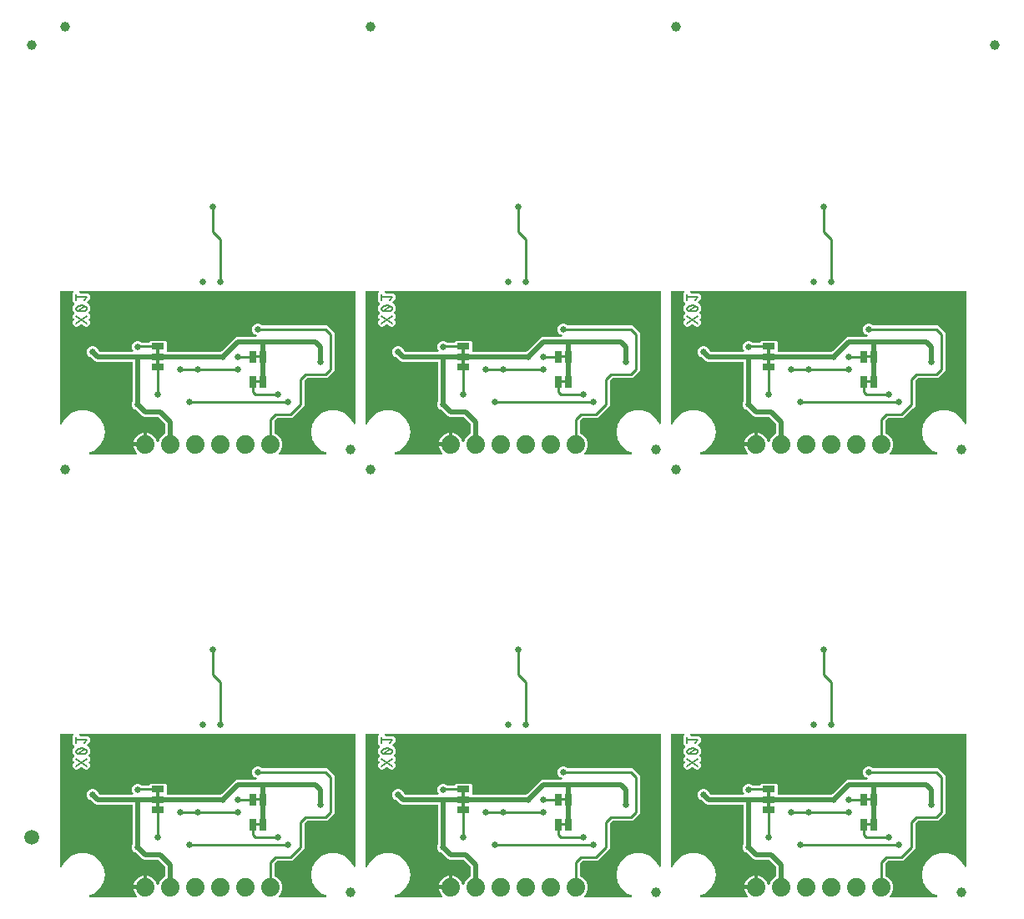
<source format=gbl>
G04 EAGLE Gerber RS-274X export*
G75*
%MOMM*%
%FSLAX34Y34*%
%LPD*%
%INBottom Copper*%
%IPPOS*%
%AMOC8*
5,1,8,0,0,1.08239X$1,22.5*%
G01*
%ADD10C,0.203200*%
%ADD11R,1.270000X0.660400*%
%ADD12R,0.660400X1.270000*%
%ADD13C,0.660400*%
%ADD14C,1.879600*%
%ADD15C,1.000000*%
%ADD16C,1.500000*%
%ADD17C,0.508000*%
%ADD18C,0.254000*%

G36*
X699513Y452125D02*
X699513Y452125D01*
X699543Y452122D01*
X699654Y452145D01*
X699766Y452161D01*
X699793Y452173D01*
X699821Y452178D01*
X699922Y452231D01*
X700025Y452277D01*
X700048Y452296D01*
X700074Y452309D01*
X700156Y452387D01*
X700242Y452460D01*
X700259Y452485D01*
X700280Y452505D01*
X700337Y452603D01*
X700400Y452697D01*
X700409Y452725D01*
X700424Y452750D01*
X700451Y452860D01*
X700486Y452968D01*
X700486Y452998D01*
X700494Y453026D01*
X700490Y453139D01*
X700493Y453252D01*
X700486Y453281D01*
X700485Y453310D01*
X700450Y453418D01*
X700421Y453527D01*
X700406Y453553D01*
X700397Y453581D01*
X700351Y453645D01*
X700276Y453772D01*
X700230Y453815D01*
X700202Y453854D01*
X699554Y454502D01*
X698449Y456023D01*
X697596Y457697D01*
X697015Y459484D01*
X696894Y460249D01*
X707644Y460249D01*
X707702Y460257D01*
X707760Y460255D01*
X707842Y460277D01*
X707925Y460289D01*
X707979Y460313D01*
X708035Y460327D01*
X708108Y460370D01*
X708185Y460405D01*
X708229Y460443D01*
X708280Y460473D01*
X708337Y460534D01*
X708402Y460589D01*
X708434Y460637D01*
X708474Y460680D01*
X708513Y460755D01*
X708559Y460825D01*
X708577Y460881D01*
X708604Y460933D01*
X708615Y461001D01*
X708645Y461096D01*
X708648Y461196D01*
X708659Y461264D01*
X708659Y462281D01*
X709676Y462281D01*
X709734Y462289D01*
X709792Y462288D01*
X709874Y462309D01*
X709957Y462321D01*
X710011Y462345D01*
X710067Y462359D01*
X710140Y462402D01*
X710217Y462437D01*
X710262Y462475D01*
X710312Y462505D01*
X710370Y462566D01*
X710434Y462621D01*
X710466Y462669D01*
X710506Y462712D01*
X710545Y462787D01*
X710591Y462857D01*
X710609Y462913D01*
X710636Y462965D01*
X710647Y463033D01*
X710677Y463128D01*
X710680Y463228D01*
X710691Y463296D01*
X710691Y474046D01*
X711456Y473925D01*
X713243Y473344D01*
X714917Y472491D01*
X716438Y471386D01*
X717766Y470058D01*
X718871Y468537D01*
X719724Y466863D01*
X720329Y465000D01*
X720342Y464974D01*
X720349Y464944D01*
X720355Y464934D01*
X720356Y464928D01*
X720370Y464904D01*
X720381Y464871D01*
X720422Y464809D01*
X720454Y464744D01*
X720474Y464723D01*
X720488Y464697D01*
X720501Y464684D01*
X720502Y464683D01*
X720508Y464677D01*
X720517Y464668D01*
X720539Y464635D01*
X720597Y464587D01*
X720645Y464533D01*
X720669Y464519D01*
X720691Y464497D01*
X720726Y464478D01*
X720757Y464452D01*
X720826Y464421D01*
X720887Y464384D01*
X720914Y464376D01*
X720941Y464362D01*
X720980Y464353D01*
X721017Y464337D01*
X721092Y464326D01*
X721161Y464307D01*
X721188Y464307D01*
X721219Y464301D01*
X721259Y464303D01*
X721298Y464298D01*
X721374Y464309D01*
X721445Y464309D01*
X721471Y464317D01*
X721502Y464319D01*
X721540Y464333D01*
X721580Y464339D01*
X721649Y464370D01*
X721717Y464390D01*
X721741Y464405D01*
X721770Y464416D01*
X721802Y464439D01*
X721839Y464456D01*
X721896Y464505D01*
X721957Y464543D01*
X721975Y464565D01*
X722000Y464582D01*
X722025Y464614D01*
X722055Y464640D01*
X722086Y464689D01*
X722090Y464695D01*
X722144Y464757D01*
X722156Y464783D01*
X722175Y464806D01*
X722191Y464848D01*
X722213Y464880D01*
X722221Y464905D01*
X722233Y464925D01*
X723939Y469043D01*
X727297Y472401D01*
X728353Y472838D01*
X728354Y472839D01*
X728355Y472840D01*
X728474Y472910D01*
X728597Y472983D01*
X728598Y472984D01*
X728600Y472985D01*
X728697Y473088D01*
X728793Y473190D01*
X728793Y473191D01*
X728794Y473192D01*
X728857Y473315D01*
X728923Y473442D01*
X728923Y473444D01*
X728924Y473445D01*
X728926Y473460D01*
X728978Y473721D01*
X728975Y473752D01*
X728979Y473776D01*
X728979Y482615D01*
X728972Y482667D01*
X728973Y482695D01*
X728966Y482718D01*
X728964Y482789D01*
X728947Y482842D01*
X728939Y482896D01*
X728904Y482976D01*
X728877Y483059D01*
X728849Y483099D01*
X728823Y483156D01*
X728727Y483269D01*
X728682Y483333D01*
X722093Y489922D01*
X722023Y489974D01*
X721959Y490034D01*
X721910Y490060D01*
X721866Y490093D01*
X721784Y490124D01*
X721706Y490164D01*
X721658Y490172D01*
X721600Y490194D01*
X721452Y490206D01*
X721375Y490219D01*
X707649Y490219D01*
X705782Y490993D01*
X704210Y492565D01*
X699713Y497062D01*
X699688Y497081D01*
X699668Y497104D01*
X699601Y497146D01*
X699486Y497233D01*
X699425Y497256D01*
X699383Y497282D01*
X697730Y497967D01*
X696087Y499610D01*
X695197Y501758D01*
X695197Y504082D01*
X695882Y505735D01*
X695890Y505765D01*
X695904Y505793D01*
X695917Y505870D01*
X695953Y506011D01*
X695951Y506075D01*
X695959Y506124D01*
X695959Y545084D01*
X695951Y545142D01*
X695953Y545200D01*
X695931Y545282D01*
X695919Y545366D01*
X695896Y545419D01*
X695881Y545475D01*
X695838Y545548D01*
X695803Y545625D01*
X695765Y545670D01*
X695736Y545720D01*
X695674Y545778D01*
X695620Y545842D01*
X695571Y545874D01*
X695528Y545914D01*
X695453Y545953D01*
X695383Y546000D01*
X695327Y546017D01*
X695275Y546044D01*
X695207Y546055D01*
X695112Y546085D01*
X695012Y546088D01*
X694944Y546099D01*
X659389Y546099D01*
X657522Y546873D01*
X653993Y550402D01*
X653968Y550420D01*
X653948Y550444D01*
X653881Y550486D01*
X653766Y550573D01*
X653705Y550596D01*
X653663Y550622D01*
X652010Y551307D01*
X650367Y552950D01*
X649477Y555098D01*
X649477Y557422D01*
X650367Y559570D01*
X652010Y561213D01*
X654158Y562103D01*
X656482Y562103D01*
X658630Y561213D01*
X660273Y559570D01*
X660958Y557917D01*
X660974Y557890D01*
X660983Y557861D01*
X661029Y557797D01*
X661102Y557672D01*
X661149Y557627D01*
X661178Y557587D01*
X662207Y556558D01*
X662277Y556506D01*
X662341Y556446D01*
X662390Y556420D01*
X662434Y556387D01*
X662516Y556356D01*
X662594Y556316D01*
X662642Y556308D01*
X662700Y556286D01*
X662848Y556274D01*
X662925Y556261D01*
X695405Y556261D01*
X695435Y556265D01*
X695464Y556262D01*
X695575Y556285D01*
X695687Y556301D01*
X695714Y556313D01*
X695742Y556318D01*
X695843Y556371D01*
X695946Y556417D01*
X695969Y556436D01*
X695995Y556449D01*
X696077Y556527D01*
X696163Y556600D01*
X696180Y556625D01*
X696201Y556645D01*
X696258Y556743D01*
X696321Y556837D01*
X696330Y556865D01*
X696345Y556890D01*
X696372Y557000D01*
X696407Y557108D01*
X696407Y557137D01*
X696415Y557166D01*
X696411Y557279D01*
X696414Y557392D01*
X696407Y557421D01*
X696406Y557450D01*
X696371Y557558D01*
X696342Y557667D01*
X696327Y557693D01*
X696318Y557721D01*
X696273Y557785D01*
X696197Y557912D01*
X696151Y557955D01*
X696123Y557994D01*
X696087Y558030D01*
X695197Y560178D01*
X695197Y562502D01*
X696087Y564650D01*
X697730Y566293D01*
X699878Y567183D01*
X702202Y567183D01*
X704350Y566293D01*
X704941Y565702D01*
X705011Y565650D01*
X705074Y565590D01*
X705124Y565564D01*
X705168Y565531D01*
X705250Y565500D01*
X705328Y565460D01*
X705375Y565452D01*
X705434Y565430D01*
X705581Y565418D01*
X705659Y565405D01*
X711505Y565405D01*
X711592Y565417D01*
X711679Y565420D01*
X711732Y565437D01*
X711787Y565445D01*
X711866Y565480D01*
X711950Y565507D01*
X711989Y565535D01*
X712046Y565561D01*
X712159Y565657D01*
X712223Y565702D01*
X713958Y567437D01*
X728762Y567437D01*
X730251Y565948D01*
X730251Y557276D01*
X730259Y557218D01*
X730257Y557160D01*
X730279Y557078D01*
X730291Y556994D01*
X730314Y556941D01*
X730329Y556885D01*
X730372Y556812D01*
X730407Y556735D01*
X730445Y556690D01*
X730474Y556640D01*
X730536Y556582D01*
X730590Y556518D01*
X730639Y556486D01*
X730682Y556446D01*
X730757Y556407D01*
X730827Y556360D01*
X730883Y556343D01*
X730935Y556316D01*
X731003Y556305D01*
X731098Y556275D01*
X731198Y556272D01*
X731266Y556261D01*
X784196Y556261D01*
X784227Y556265D01*
X784258Y556263D01*
X784334Y556280D01*
X784478Y556301D01*
X784537Y556327D01*
X784585Y556338D01*
X785743Y556818D01*
X785770Y556834D01*
X785799Y556843D01*
X785863Y556889D01*
X785988Y556962D01*
X786032Y557009D01*
X786073Y557038D01*
X798190Y569155D01*
X799762Y570727D01*
X801629Y571501D01*
X820983Y571501D01*
X821068Y571513D01*
X821154Y571515D01*
X821208Y571533D01*
X821264Y571541D01*
X821343Y571576D01*
X821424Y571602D01*
X821472Y571634D01*
X821524Y571657D01*
X821589Y571712D01*
X821661Y571760D01*
X821697Y571804D01*
X821741Y571840D01*
X821788Y571912D01*
X821844Y571978D01*
X821867Y572030D01*
X821898Y572077D01*
X821924Y572159D01*
X821959Y572238D01*
X821967Y572294D01*
X821984Y572348D01*
X821986Y572434D01*
X821998Y572519D01*
X821990Y572575D01*
X821991Y572632D01*
X821970Y572715D01*
X821957Y572800D01*
X821934Y572852D01*
X821920Y572907D01*
X821876Y572981D01*
X821840Y573060D01*
X821803Y573103D01*
X821774Y573152D01*
X821712Y573211D01*
X821656Y573276D01*
X821614Y573302D01*
X821567Y573346D01*
X821438Y573412D01*
X821371Y573454D01*
X819650Y574167D01*
X818007Y575810D01*
X817117Y577958D01*
X817117Y580282D01*
X818007Y582430D01*
X819650Y584073D01*
X821798Y584963D01*
X824122Y584963D01*
X826270Y584073D01*
X827115Y583228D01*
X827185Y583176D01*
X827248Y583116D01*
X827298Y583090D01*
X827342Y583057D01*
X827424Y583026D01*
X827502Y582986D01*
X827549Y582978D01*
X827608Y582956D01*
X827755Y582944D01*
X827833Y582931D01*
X893118Y582931D01*
X900431Y575618D01*
X900431Y536902D01*
X893118Y529589D01*
X873219Y529589D01*
X873132Y529577D01*
X873045Y529574D01*
X872992Y529557D01*
X872937Y529549D01*
X872858Y529514D01*
X872774Y529487D01*
X872735Y529459D01*
X872678Y529433D01*
X872565Y529337D01*
X872501Y529292D01*
X870248Y527039D01*
X870196Y526969D01*
X870136Y526905D01*
X870110Y526856D01*
X870077Y526812D01*
X870046Y526730D01*
X870006Y526652D01*
X869998Y526605D01*
X869976Y526546D01*
X869964Y526398D01*
X869951Y526321D01*
X869951Y501342D01*
X867421Y498812D01*
X857558Y488949D01*
X842739Y488949D01*
X842652Y488937D01*
X842565Y488934D01*
X842512Y488917D01*
X842457Y488909D01*
X842378Y488874D01*
X842294Y488847D01*
X842255Y488819D01*
X842198Y488793D01*
X842085Y488697D01*
X842021Y488652D01*
X839768Y486399D01*
X839716Y486329D01*
X839656Y486265D01*
X839630Y486216D01*
X839597Y486172D01*
X839566Y486090D01*
X839526Y486012D01*
X839518Y485965D01*
X839496Y485906D01*
X839487Y485799D01*
X839485Y485792D01*
X839484Y485761D01*
X839484Y485758D01*
X839471Y485681D01*
X839471Y474302D01*
X839471Y474301D01*
X839471Y474299D01*
X839491Y474159D01*
X839511Y474021D01*
X839511Y474019D01*
X839511Y474018D01*
X839568Y473892D01*
X839627Y473761D01*
X839628Y473760D01*
X839629Y473759D01*
X839720Y473652D01*
X839810Y473544D01*
X839812Y473544D01*
X839813Y473542D01*
X839826Y473534D01*
X840047Y473387D01*
X840076Y473378D01*
X840097Y473364D01*
X842423Y472401D01*
X845781Y469043D01*
X847599Y464655D01*
X847599Y459905D01*
X845781Y455517D01*
X844118Y453854D01*
X844100Y453830D01*
X844078Y453811D01*
X844015Y453717D01*
X843947Y453627D01*
X843936Y453599D01*
X843920Y453575D01*
X843886Y453467D01*
X843846Y453361D01*
X843843Y453332D01*
X843834Y453304D01*
X843831Y453190D01*
X843822Y453078D01*
X843828Y453049D01*
X843827Y453020D01*
X843856Y452910D01*
X843878Y452799D01*
X843892Y452773D01*
X843899Y452745D01*
X843957Y452647D01*
X844009Y452547D01*
X844029Y452525D01*
X844044Y452500D01*
X844127Y452423D01*
X844205Y452341D01*
X844230Y452326D01*
X844251Y452306D01*
X844352Y452254D01*
X844450Y452197D01*
X844478Y452190D01*
X844505Y452176D01*
X844582Y452163D01*
X844726Y452127D01*
X844788Y452129D01*
X844836Y452121D01*
X891595Y452121D01*
X891702Y452136D01*
X891810Y452144D01*
X891842Y452156D01*
X891877Y452161D01*
X891975Y452205D01*
X892076Y452242D01*
X892104Y452263D01*
X892136Y452277D01*
X892218Y452347D01*
X892305Y452410D01*
X892327Y452438D01*
X892353Y452460D01*
X892413Y452550D01*
X892479Y452636D01*
X892491Y452668D01*
X892511Y452697D01*
X892543Y452800D01*
X892583Y452900D01*
X892586Y452935D01*
X892596Y452968D01*
X892599Y453076D01*
X892609Y453183D01*
X892603Y453218D01*
X892604Y453252D01*
X892577Y453357D01*
X892556Y453463D01*
X892541Y453494D01*
X892532Y453527D01*
X892477Y453620D01*
X892428Y453716D01*
X892405Y453742D01*
X892387Y453772D01*
X892308Y453846D01*
X892235Y453925D01*
X892208Y453940D01*
X892179Y453966D01*
X891989Y454064D01*
X891942Y454090D01*
X887940Y455547D01*
X881970Y460556D01*
X878074Y467305D01*
X876720Y474980D01*
X878074Y482655D01*
X881970Y489404D01*
X887940Y494413D01*
X895263Y497079D01*
X903057Y497079D01*
X910380Y494413D01*
X916350Y489404D01*
X919940Y483185D01*
X919952Y483170D01*
X919960Y483152D01*
X920040Y483058D01*
X920115Y482961D01*
X920131Y482950D01*
X920144Y482935D01*
X920246Y482867D01*
X920346Y482795D01*
X920364Y482788D01*
X920380Y482778D01*
X920497Y482740D01*
X920613Y482699D01*
X920633Y482697D01*
X920651Y482692D01*
X920774Y482688D01*
X920897Y482681D01*
X920916Y482685D01*
X920935Y482684D01*
X921055Y482715D01*
X921175Y482742D01*
X921192Y482751D01*
X921210Y482756D01*
X921317Y482819D01*
X921424Y482878D01*
X921438Y482891D01*
X921455Y482901D01*
X921539Y482991D01*
X921627Y483077D01*
X921636Y483094D01*
X921649Y483108D01*
X921705Y483217D01*
X921766Y483325D01*
X921770Y483344D01*
X921779Y483361D01*
X921791Y483434D01*
X921831Y483602D01*
X921828Y483653D01*
X921835Y483692D01*
X921895Y617220D01*
X921887Y617278D01*
X921888Y617336D01*
X921867Y617418D01*
X921855Y617501D01*
X921831Y617555D01*
X921816Y617611D01*
X921773Y617684D01*
X921739Y617761D01*
X921701Y617805D01*
X921671Y617856D01*
X921610Y617913D01*
X921555Y617978D01*
X921507Y618010D01*
X921464Y618050D01*
X921389Y618089D01*
X921319Y618135D01*
X921263Y618153D01*
X921211Y618180D01*
X921143Y618191D01*
X921048Y618221D01*
X920948Y618224D01*
X920879Y618235D01*
X642397Y618235D01*
X642368Y618231D01*
X642339Y618234D01*
X642228Y618211D01*
X642116Y618195D01*
X642089Y618183D01*
X642060Y618178D01*
X641960Y618126D01*
X641856Y618079D01*
X641834Y618060D01*
X641808Y618047D01*
X641726Y617969D01*
X641639Y617896D01*
X641623Y617871D01*
X641602Y617851D01*
X641544Y617753D01*
X641482Y617659D01*
X641473Y617631D01*
X641458Y617606D01*
X641430Y617496D01*
X641396Y617388D01*
X641395Y617358D01*
X641388Y617330D01*
X641391Y617217D01*
X641388Y617104D01*
X641396Y617075D01*
X641397Y617046D01*
X641432Y616938D01*
X641460Y616829D01*
X641475Y616803D01*
X641484Y616775D01*
X641530Y616712D01*
X641606Y616584D01*
X641651Y616541D01*
X641679Y616502D01*
X642128Y616053D01*
X642141Y616006D01*
X642153Y615922D01*
X642176Y615869D01*
X642191Y615813D01*
X642234Y615740D01*
X642269Y615663D01*
X642307Y615618D01*
X642336Y615568D01*
X642398Y615510D01*
X642452Y615446D01*
X642501Y615414D01*
X642544Y615374D01*
X642619Y615335D01*
X642689Y615288D01*
X642745Y615271D01*
X642797Y615244D01*
X642865Y615233D01*
X642960Y615203D01*
X643060Y615200D01*
X643128Y615189D01*
X648971Y615189D01*
X649034Y615198D01*
X649083Y615195D01*
X650324Y615333D01*
X650343Y615323D01*
X650438Y615266D01*
X650469Y615259D01*
X650497Y615244D01*
X650574Y615231D01*
X650683Y615203D01*
X651560Y614326D01*
X651611Y614288D01*
X651644Y614251D01*
X652618Y613471D01*
X652625Y613451D01*
X652652Y613343D01*
X652669Y613316D01*
X652678Y613286D01*
X652724Y613222D01*
X652781Y613125D01*
X652781Y611885D01*
X652790Y611822D01*
X652787Y611773D01*
X652925Y610532D01*
X652915Y610513D01*
X652858Y610418D01*
X652851Y610387D01*
X652836Y610359D01*
X652823Y610282D01*
X652795Y610173D01*
X651918Y609296D01*
X651880Y609245D01*
X651843Y609212D01*
X649868Y606743D01*
X649822Y606665D01*
X649768Y606593D01*
X649750Y606544D01*
X649723Y606499D01*
X649700Y606411D01*
X649669Y606326D01*
X649665Y606274D01*
X649652Y606223D01*
X649654Y606133D01*
X649648Y606043D01*
X649658Y605991D01*
X649660Y605939D01*
X649687Y605853D01*
X649706Y605764D01*
X649730Y605718D01*
X649746Y605668D01*
X649796Y605593D01*
X649839Y605513D01*
X649875Y605475D01*
X649904Y605432D01*
X649973Y605374D01*
X650036Y605309D01*
X650076Y605287D01*
X650121Y605249D01*
X650263Y605186D01*
X650331Y605149D01*
X650639Y605043D01*
X652781Y602045D01*
X652781Y598359D01*
X651480Y596538D01*
X651472Y596523D01*
X651460Y596510D01*
X651406Y596397D01*
X651348Y596286D01*
X651345Y596269D01*
X651338Y596254D01*
X651317Y596130D01*
X651292Y596007D01*
X651294Y595990D01*
X651291Y595973D01*
X651305Y595849D01*
X651315Y595724D01*
X651321Y595708D01*
X651323Y595691D01*
X651353Y595626D01*
X651416Y595458D01*
X651445Y595419D01*
X651461Y595385D01*
X653001Y593075D01*
X652423Y590186D01*
X651569Y589617D01*
X651482Y589539D01*
X651392Y589467D01*
X651377Y589445D01*
X651357Y589428D01*
X651295Y589329D01*
X651229Y589235D01*
X651220Y589209D01*
X651206Y589187D01*
X651174Y589076D01*
X651136Y588966D01*
X651134Y588939D01*
X651127Y588914D01*
X651127Y588798D01*
X651121Y588682D01*
X651127Y588656D01*
X651127Y588629D01*
X651159Y588518D01*
X651186Y588405D01*
X651199Y588382D01*
X651206Y588356D01*
X651268Y588258D01*
X651324Y588157D01*
X651342Y588141D01*
X651358Y588116D01*
X651565Y587931D01*
X651569Y587927D01*
X652423Y587358D01*
X653001Y584469D01*
X651366Y582017D01*
X648477Y581439D01*
X644453Y584122D01*
X644452Y584122D01*
X644322Y584185D01*
X644197Y584245D01*
X644196Y584245D01*
X644052Y584269D01*
X643917Y584292D01*
X643916Y584292D01*
X643915Y584292D01*
X643767Y584275D01*
X643634Y584260D01*
X643634Y584259D01*
X643633Y584259D01*
X643628Y584257D01*
X643372Y584150D01*
X643349Y584132D01*
X643327Y584122D01*
X639303Y581439D01*
X636414Y582017D01*
X634779Y584469D01*
X635357Y587358D01*
X636211Y587927D01*
X636298Y588005D01*
X636388Y588077D01*
X636403Y588099D01*
X636423Y588116D01*
X636485Y588215D01*
X636551Y588309D01*
X636560Y588335D01*
X636574Y588357D01*
X636606Y588468D01*
X636644Y588578D01*
X636646Y588605D01*
X636653Y588630D01*
X636653Y588746D01*
X636659Y588862D01*
X636653Y588888D01*
X636653Y588915D01*
X636621Y589026D01*
X636594Y589139D01*
X636581Y589162D01*
X636574Y589188D01*
X636512Y589286D01*
X636456Y589387D01*
X636438Y589403D01*
X636422Y589428D01*
X636215Y589613D01*
X636211Y589617D01*
X635357Y590186D01*
X634779Y593075D01*
X636319Y595385D01*
X636326Y595400D01*
X636337Y595413D01*
X636388Y595528D01*
X636442Y595641D01*
X636445Y595658D01*
X636452Y595673D01*
X636468Y595798D01*
X636489Y595921D01*
X636487Y595938D01*
X636490Y595955D01*
X636471Y596079D01*
X636457Y596204D01*
X636450Y596219D01*
X636448Y596236D01*
X636417Y596300D01*
X636347Y596466D01*
X636317Y596504D01*
X636300Y596538D01*
X634999Y598359D01*
X634999Y602044D01*
X636646Y604349D01*
X636700Y604453D01*
X636759Y604554D01*
X636765Y604579D01*
X636777Y604602D01*
X636800Y604716D01*
X636829Y604829D01*
X636828Y604855D01*
X636833Y604880D01*
X636823Y604997D01*
X636820Y605113D01*
X636812Y605138D01*
X636810Y605164D01*
X636768Y605273D01*
X636732Y605384D01*
X636719Y605403D01*
X636709Y605429D01*
X636538Y605657D01*
X636537Y605657D01*
X634999Y607195D01*
X634999Y616069D01*
X635433Y616502D01*
X635450Y616526D01*
X635473Y616545D01*
X635536Y616639D01*
X635604Y616729D01*
X635614Y616757D01*
X635630Y616781D01*
X635665Y616889D01*
X635705Y616995D01*
X635707Y617024D01*
X635716Y617052D01*
X635719Y617166D01*
X635729Y617278D01*
X635723Y617307D01*
X635724Y617336D01*
X635695Y617446D01*
X635673Y617557D01*
X635659Y617583D01*
X635652Y617611D01*
X635594Y617709D01*
X635542Y617809D01*
X635521Y617831D01*
X635506Y617856D01*
X635424Y617933D01*
X635346Y618015D01*
X635321Y618030D01*
X635299Y618050D01*
X635198Y618102D01*
X635101Y618159D01*
X635072Y618166D01*
X635046Y618180D01*
X634969Y618193D01*
X634825Y618229D01*
X634763Y618227D01*
X634715Y618235D01*
X623316Y618235D01*
X623258Y618227D01*
X623200Y618229D01*
X623118Y618207D01*
X623034Y618195D01*
X622981Y618172D01*
X622925Y618157D01*
X622852Y618114D01*
X622775Y618079D01*
X622730Y618041D01*
X622680Y618012D01*
X622622Y617950D01*
X622558Y617896D01*
X622526Y617847D01*
X622486Y617804D01*
X622447Y617729D01*
X622400Y617659D01*
X622383Y617603D01*
X622356Y617551D01*
X622345Y617483D01*
X622315Y617388D01*
X622312Y617288D01*
X622301Y617220D01*
X622301Y483373D01*
X622303Y483354D01*
X622301Y483334D01*
X622323Y483213D01*
X622341Y483091D01*
X622349Y483074D01*
X622352Y483054D01*
X622407Y482944D01*
X622457Y482832D01*
X622469Y482817D01*
X622478Y482800D01*
X622561Y482709D01*
X622640Y482615D01*
X622657Y482604D01*
X622670Y482590D01*
X622775Y482525D01*
X622877Y482457D01*
X622896Y482452D01*
X622912Y482441D01*
X623031Y482409D01*
X623148Y482372D01*
X623168Y482371D01*
X623187Y482366D01*
X623309Y482368D01*
X623432Y482364D01*
X623451Y482369D01*
X623471Y482370D01*
X623589Y482405D01*
X623707Y482436D01*
X623724Y482446D01*
X623743Y482452D01*
X623846Y482519D01*
X623952Y482581D01*
X623965Y482596D01*
X623982Y482606D01*
X624028Y482663D01*
X624146Y482789D01*
X624170Y482834D01*
X624195Y482865D01*
X627970Y489404D01*
X633940Y494413D01*
X641263Y497079D01*
X649057Y497079D01*
X656380Y494413D01*
X662350Y489404D01*
X666246Y482655D01*
X667600Y474980D01*
X666246Y467305D01*
X662350Y460556D01*
X656380Y455547D01*
X652378Y454090D01*
X652282Y454039D01*
X652184Y453995D01*
X652157Y453973D01*
X652127Y453956D01*
X652049Y453881D01*
X651967Y453811D01*
X651948Y453783D01*
X651923Y453758D01*
X651869Y453665D01*
X651809Y453575D01*
X651799Y453542D01*
X651782Y453512D01*
X651756Y453407D01*
X651724Y453304D01*
X651723Y453269D01*
X651714Y453235D01*
X651719Y453128D01*
X651716Y453020D01*
X651725Y452986D01*
X651726Y452951D01*
X651761Y452849D01*
X651788Y452745D01*
X651806Y452715D01*
X651817Y452682D01*
X651878Y452593D01*
X651933Y452500D01*
X651959Y452476D01*
X651978Y452448D01*
X652062Y452380D01*
X652141Y452306D01*
X652172Y452290D01*
X652198Y452268D01*
X652298Y452225D01*
X652394Y452176D01*
X652424Y452171D01*
X652460Y452156D01*
X652672Y452130D01*
X652725Y452121D01*
X699484Y452121D01*
X699513Y452125D01*
G37*
G36*
X389633Y2545D02*
X389633Y2545D01*
X389663Y2542D01*
X389774Y2565D01*
X389886Y2581D01*
X389913Y2593D01*
X389941Y2598D01*
X390042Y2651D01*
X390145Y2697D01*
X390168Y2716D01*
X390194Y2729D01*
X390276Y2807D01*
X390362Y2880D01*
X390379Y2905D01*
X390400Y2925D01*
X390457Y3023D01*
X390520Y3117D01*
X390529Y3145D01*
X390544Y3170D01*
X390571Y3280D01*
X390606Y3388D01*
X390606Y3418D01*
X390614Y3446D01*
X390610Y3559D01*
X390613Y3672D01*
X390606Y3701D01*
X390605Y3730D01*
X390570Y3838D01*
X390541Y3947D01*
X390526Y3973D01*
X390517Y4001D01*
X390471Y4065D01*
X390396Y4192D01*
X390350Y4235D01*
X390322Y4274D01*
X389674Y4922D01*
X388569Y6443D01*
X387716Y8117D01*
X387135Y9904D01*
X387014Y10669D01*
X397764Y10669D01*
X397822Y10677D01*
X397880Y10675D01*
X397962Y10697D01*
X398045Y10709D01*
X398099Y10733D01*
X398155Y10747D01*
X398228Y10790D01*
X398305Y10825D01*
X398349Y10863D01*
X398400Y10893D01*
X398457Y10954D01*
X398522Y11009D01*
X398554Y11057D01*
X398594Y11100D01*
X398633Y11175D01*
X398679Y11245D01*
X398697Y11301D01*
X398724Y11353D01*
X398735Y11421D01*
X398765Y11516D01*
X398768Y11616D01*
X398779Y11684D01*
X398779Y12701D01*
X399796Y12701D01*
X399854Y12709D01*
X399912Y12708D01*
X399994Y12729D01*
X400077Y12741D01*
X400131Y12765D01*
X400187Y12779D01*
X400260Y12822D01*
X400337Y12857D01*
X400382Y12895D01*
X400432Y12925D01*
X400490Y12986D01*
X400554Y13041D01*
X400586Y13089D01*
X400626Y13132D01*
X400665Y13207D01*
X400711Y13277D01*
X400729Y13333D01*
X400756Y13385D01*
X400767Y13453D01*
X400797Y13548D01*
X400800Y13648D01*
X400811Y13716D01*
X400811Y24466D01*
X401576Y24345D01*
X403363Y23764D01*
X405037Y22911D01*
X406558Y21806D01*
X407886Y20478D01*
X408991Y18957D01*
X409844Y17283D01*
X410449Y15420D01*
X410462Y15394D01*
X410469Y15364D01*
X410475Y15354D01*
X410476Y15348D01*
X410490Y15324D01*
X410501Y15291D01*
X410542Y15229D01*
X410574Y15164D01*
X410594Y15143D01*
X410608Y15117D01*
X410621Y15104D01*
X410622Y15103D01*
X410628Y15097D01*
X410637Y15088D01*
X410659Y15055D01*
X410717Y15007D01*
X410765Y14953D01*
X410789Y14939D01*
X410811Y14917D01*
X410846Y14898D01*
X410877Y14872D01*
X410946Y14841D01*
X411007Y14804D01*
X411034Y14796D01*
X411061Y14782D01*
X411100Y14773D01*
X411137Y14757D01*
X411212Y14746D01*
X411281Y14727D01*
X411308Y14727D01*
X411339Y14721D01*
X411379Y14723D01*
X411418Y14718D01*
X411494Y14729D01*
X411565Y14729D01*
X411591Y14737D01*
X411622Y14739D01*
X411660Y14753D01*
X411700Y14759D01*
X411769Y14790D01*
X411837Y14810D01*
X411861Y14825D01*
X411890Y14836D01*
X411922Y14859D01*
X411959Y14876D01*
X412016Y14925D01*
X412077Y14963D01*
X412095Y14985D01*
X412120Y15002D01*
X412145Y15034D01*
X412175Y15060D01*
X412206Y15109D01*
X412210Y15115D01*
X412264Y15177D01*
X412276Y15203D01*
X412295Y15226D01*
X412311Y15268D01*
X412333Y15300D01*
X412341Y15325D01*
X412353Y15345D01*
X414059Y19463D01*
X417417Y22821D01*
X418473Y23258D01*
X418474Y23259D01*
X418475Y23259D01*
X418592Y23329D01*
X418717Y23403D01*
X418719Y23404D01*
X418720Y23405D01*
X418815Y23506D01*
X418913Y23609D01*
X418913Y23611D01*
X418914Y23612D01*
X418978Y23737D01*
X419043Y23862D01*
X419043Y23864D01*
X419044Y23865D01*
X419046Y23880D01*
X419098Y24141D01*
X419095Y24172D01*
X419099Y24196D01*
X419099Y33035D01*
X419092Y33087D01*
X419093Y33115D01*
X419086Y33138D01*
X419084Y33209D01*
X419067Y33262D01*
X419059Y33316D01*
X419024Y33396D01*
X418997Y33479D01*
X418969Y33519D01*
X418943Y33576D01*
X418847Y33689D01*
X418802Y33753D01*
X412213Y40342D01*
X412143Y40394D01*
X412079Y40454D01*
X412030Y40480D01*
X411986Y40513D01*
X411904Y40544D01*
X411826Y40584D01*
X411778Y40592D01*
X411720Y40614D01*
X411572Y40626D01*
X411495Y40639D01*
X397769Y40639D01*
X395902Y41413D01*
X389833Y47482D01*
X389808Y47500D01*
X389788Y47524D01*
X389721Y47566D01*
X389606Y47653D01*
X389545Y47676D01*
X389503Y47702D01*
X387850Y48387D01*
X386207Y50030D01*
X385317Y52178D01*
X385317Y54502D01*
X386002Y56155D01*
X386010Y56185D01*
X386024Y56213D01*
X386037Y56290D01*
X386073Y56431D01*
X386071Y56495D01*
X386079Y56544D01*
X386079Y95504D01*
X386071Y95562D01*
X386073Y95620D01*
X386051Y95702D01*
X386039Y95786D01*
X386016Y95839D01*
X386001Y95895D01*
X385958Y95968D01*
X385923Y96045D01*
X385885Y96090D01*
X385856Y96140D01*
X385794Y96198D01*
X385740Y96262D01*
X385691Y96294D01*
X385648Y96334D01*
X385573Y96373D01*
X385503Y96420D01*
X385447Y96437D01*
X385395Y96464D01*
X385327Y96475D01*
X385232Y96505D01*
X385132Y96508D01*
X385064Y96519D01*
X349509Y96519D01*
X347642Y97293D01*
X346070Y98865D01*
X344113Y100822D01*
X344088Y100840D01*
X344068Y100864D01*
X344001Y100906D01*
X343886Y100993D01*
X343825Y101016D01*
X343783Y101042D01*
X342130Y101727D01*
X340487Y103370D01*
X339597Y105518D01*
X339597Y107842D01*
X340487Y109990D01*
X342130Y111633D01*
X344278Y112523D01*
X346602Y112523D01*
X348750Y111633D01*
X350393Y109990D01*
X351078Y108337D01*
X351094Y108310D01*
X351103Y108281D01*
X351149Y108217D01*
X351222Y108092D01*
X351269Y108047D01*
X351298Y108007D01*
X352327Y106978D01*
X352397Y106926D01*
X352461Y106866D01*
X352510Y106840D01*
X352554Y106807D01*
X352636Y106776D01*
X352714Y106736D01*
X352762Y106728D01*
X352820Y106706D01*
X352968Y106694D01*
X353045Y106681D01*
X385525Y106681D01*
X385555Y106685D01*
X385584Y106682D01*
X385695Y106705D01*
X385807Y106721D01*
X385834Y106733D01*
X385862Y106738D01*
X385963Y106791D01*
X386066Y106837D01*
X386089Y106856D01*
X386115Y106869D01*
X386197Y106947D01*
X386283Y107020D01*
X386300Y107045D01*
X386321Y107065D01*
X386378Y107163D01*
X386441Y107257D01*
X386450Y107285D01*
X386465Y107310D01*
X386492Y107420D01*
X386527Y107528D01*
X386527Y107557D01*
X386535Y107586D01*
X386531Y107699D01*
X386534Y107812D01*
X386527Y107841D01*
X386526Y107870D01*
X386491Y107978D01*
X386462Y108087D01*
X386447Y108113D01*
X386438Y108141D01*
X386393Y108205D01*
X386317Y108332D01*
X386271Y108375D01*
X386243Y108414D01*
X386207Y108450D01*
X385317Y110598D01*
X385317Y112922D01*
X386207Y115070D01*
X387850Y116713D01*
X389998Y117603D01*
X392322Y117603D01*
X394470Y116713D01*
X395061Y116122D01*
X395131Y116070D01*
X395194Y116010D01*
X395244Y115984D01*
X395288Y115951D01*
X395370Y115920D01*
X395448Y115880D01*
X395495Y115872D01*
X395554Y115850D01*
X395701Y115838D01*
X395779Y115825D01*
X401625Y115825D01*
X401712Y115837D01*
X401799Y115840D01*
X401852Y115857D01*
X401907Y115865D01*
X401986Y115900D01*
X402070Y115927D01*
X402109Y115955D01*
X402166Y115981D01*
X402279Y116077D01*
X402343Y116122D01*
X404078Y117857D01*
X418882Y117857D01*
X420371Y116368D01*
X420371Y107696D01*
X420379Y107638D01*
X420377Y107580D01*
X420399Y107498D01*
X420411Y107414D01*
X420434Y107361D01*
X420449Y107305D01*
X420492Y107232D01*
X420527Y107155D01*
X420565Y107110D01*
X420594Y107060D01*
X420656Y107002D01*
X420710Y106938D01*
X420759Y106906D01*
X420802Y106866D01*
X420877Y106827D01*
X420947Y106780D01*
X421003Y106763D01*
X421055Y106736D01*
X421123Y106725D01*
X421218Y106695D01*
X421318Y106692D01*
X421386Y106681D01*
X474316Y106681D01*
X474347Y106685D01*
X474378Y106683D01*
X474454Y106700D01*
X474598Y106721D01*
X474656Y106747D01*
X474705Y106758D01*
X475863Y107238D01*
X475890Y107254D01*
X475919Y107263D01*
X475983Y107309D01*
X476108Y107382D01*
X476153Y107429D01*
X476193Y107458D01*
X489882Y121147D01*
X491749Y121921D01*
X511103Y121921D01*
X511188Y121933D01*
X511274Y121935D01*
X511328Y121953D01*
X511384Y121961D01*
X511463Y121996D01*
X511545Y122022D01*
X511592Y122054D01*
X511644Y122077D01*
X511709Y122132D01*
X511781Y122180D01*
X511817Y122224D01*
X511861Y122260D01*
X511908Y122332D01*
X511964Y122398D01*
X511987Y122450D01*
X512018Y122497D01*
X512044Y122579D01*
X512079Y122658D01*
X512087Y122714D01*
X512104Y122768D01*
X512106Y122854D01*
X512118Y122939D01*
X512110Y122995D01*
X512111Y123052D01*
X512090Y123135D01*
X512077Y123221D01*
X512054Y123272D01*
X512040Y123327D01*
X511996Y123401D01*
X511960Y123480D01*
X511923Y123523D01*
X511894Y123572D01*
X511832Y123631D01*
X511776Y123696D01*
X511734Y123722D01*
X511687Y123766D01*
X511558Y123832D01*
X511491Y123874D01*
X509770Y124587D01*
X508127Y126230D01*
X507237Y128378D01*
X507237Y130702D01*
X508127Y132850D01*
X509770Y134493D01*
X511918Y135383D01*
X514242Y135383D01*
X516390Y134493D01*
X517235Y133648D01*
X517305Y133596D01*
X517368Y133536D01*
X517418Y133510D01*
X517462Y133477D01*
X517544Y133446D01*
X517622Y133406D01*
X517669Y133398D01*
X517728Y133376D01*
X517875Y133364D01*
X517953Y133351D01*
X583238Y133351D01*
X588021Y128568D01*
X590551Y126038D01*
X590551Y87322D01*
X583238Y80009D01*
X563339Y80009D01*
X563252Y79997D01*
X563165Y79994D01*
X563112Y79977D01*
X563057Y79969D01*
X562978Y79934D01*
X562894Y79907D01*
X562855Y79879D01*
X562798Y79853D01*
X562685Y79757D01*
X562621Y79712D01*
X560368Y77459D01*
X560316Y77389D01*
X560256Y77325D01*
X560230Y77276D01*
X560197Y77232D01*
X560166Y77150D01*
X560126Y77072D01*
X560118Y77025D01*
X560096Y76966D01*
X560084Y76818D01*
X560071Y76741D01*
X560071Y51762D01*
X547678Y39369D01*
X532859Y39369D01*
X532772Y39357D01*
X532685Y39354D01*
X532632Y39337D01*
X532577Y39329D01*
X532498Y39294D01*
X532414Y39267D01*
X532375Y39239D01*
X532318Y39213D01*
X532205Y39117D01*
X532141Y39072D01*
X529888Y36819D01*
X529836Y36749D01*
X529776Y36685D01*
X529750Y36636D01*
X529717Y36592D01*
X529686Y36510D01*
X529646Y36432D01*
X529638Y36385D01*
X529616Y36326D01*
X529607Y36219D01*
X529605Y36212D01*
X529604Y36181D01*
X529604Y36178D01*
X529591Y36101D01*
X529591Y24722D01*
X529591Y24721D01*
X529591Y24719D01*
X529611Y24579D01*
X529631Y24441D01*
X529631Y24439D01*
X529631Y24438D01*
X529688Y24312D01*
X529747Y24181D01*
X529748Y24180D01*
X529749Y24179D01*
X529840Y24072D01*
X529930Y23964D01*
X529932Y23964D01*
X529933Y23962D01*
X529946Y23954D01*
X530167Y23807D01*
X530196Y23798D01*
X530217Y23784D01*
X532543Y22821D01*
X535901Y19463D01*
X537719Y15075D01*
X537719Y10325D01*
X535901Y5937D01*
X534238Y4274D01*
X534220Y4250D01*
X534198Y4231D01*
X534135Y4137D01*
X534067Y4047D01*
X534056Y4019D01*
X534040Y3995D01*
X534006Y3887D01*
X533966Y3781D01*
X533963Y3752D01*
X533954Y3724D01*
X533951Y3610D01*
X533942Y3498D01*
X533948Y3469D01*
X533947Y3440D01*
X533976Y3330D01*
X533998Y3219D01*
X534012Y3193D01*
X534019Y3165D01*
X534077Y3067D01*
X534129Y2967D01*
X534149Y2945D01*
X534164Y2920D01*
X534247Y2843D01*
X534325Y2761D01*
X534350Y2746D01*
X534371Y2726D01*
X534472Y2674D01*
X534570Y2617D01*
X534598Y2610D01*
X534625Y2596D01*
X534702Y2583D01*
X534846Y2547D01*
X534908Y2549D01*
X534956Y2541D01*
X581715Y2541D01*
X581822Y2556D01*
X581930Y2564D01*
X581962Y2576D01*
X581997Y2581D01*
X582095Y2625D01*
X582196Y2662D01*
X582224Y2683D01*
X582256Y2697D01*
X582338Y2766D01*
X582425Y2830D01*
X582447Y2858D01*
X582473Y2880D01*
X582533Y2970D01*
X582599Y3056D01*
X582611Y3088D01*
X582631Y3117D01*
X582663Y3220D01*
X582703Y3320D01*
X582706Y3355D01*
X582717Y3388D01*
X582719Y3496D01*
X582729Y3603D01*
X582723Y3638D01*
X582724Y3672D01*
X582697Y3777D01*
X582676Y3883D01*
X582661Y3914D01*
X582652Y3947D01*
X582597Y4040D01*
X582548Y4136D01*
X582525Y4162D01*
X582507Y4192D01*
X582428Y4266D01*
X582355Y4345D01*
X582328Y4360D01*
X582299Y4386D01*
X582109Y4484D01*
X582062Y4510D01*
X578060Y5967D01*
X572090Y10976D01*
X568194Y17725D01*
X566840Y25400D01*
X568194Y33075D01*
X572090Y39824D01*
X578060Y44833D01*
X585383Y47499D01*
X593177Y47499D01*
X600500Y44833D01*
X606470Y39824D01*
X610060Y33605D01*
X610072Y33590D01*
X610080Y33572D01*
X610160Y33478D01*
X610235Y33381D01*
X610251Y33370D01*
X610264Y33355D01*
X610366Y33287D01*
X610466Y33215D01*
X610484Y33208D01*
X610500Y33198D01*
X610617Y33160D01*
X610733Y33119D01*
X610753Y33117D01*
X610771Y33112D01*
X610894Y33108D01*
X611017Y33101D01*
X611036Y33105D01*
X611055Y33104D01*
X611175Y33135D01*
X611295Y33162D01*
X611312Y33171D01*
X611330Y33176D01*
X611437Y33239D01*
X611544Y33298D01*
X611558Y33311D01*
X611575Y33321D01*
X611659Y33411D01*
X611747Y33497D01*
X611756Y33514D01*
X611769Y33528D01*
X611825Y33637D01*
X611886Y33745D01*
X611890Y33764D01*
X611899Y33781D01*
X611911Y33854D01*
X611951Y34022D01*
X611948Y34073D01*
X611955Y34112D01*
X612015Y167640D01*
X612007Y167698D01*
X612008Y167756D01*
X611987Y167838D01*
X611975Y167921D01*
X611951Y167975D01*
X611936Y168031D01*
X611893Y168104D01*
X611859Y168181D01*
X611821Y168225D01*
X611791Y168276D01*
X611730Y168333D01*
X611675Y168398D01*
X611627Y168430D01*
X611584Y168470D01*
X611509Y168509D01*
X611439Y168555D01*
X611383Y168573D01*
X611331Y168600D01*
X611263Y168611D01*
X611168Y168641D01*
X611068Y168644D01*
X610999Y168655D01*
X332517Y168655D01*
X332488Y168651D01*
X332459Y168654D01*
X332348Y168631D01*
X332236Y168615D01*
X332209Y168603D01*
X332180Y168598D01*
X332080Y168546D01*
X331976Y168499D01*
X331954Y168480D01*
X331928Y168467D01*
X331846Y168389D01*
X331759Y168316D01*
X331743Y168291D01*
X331722Y168271D01*
X331664Y168173D01*
X331602Y168079D01*
X331593Y168051D01*
X331578Y168026D01*
X331550Y167916D01*
X331516Y167808D01*
X331515Y167778D01*
X331508Y167750D01*
X331511Y167637D01*
X331508Y167524D01*
X331516Y167495D01*
X331517Y167466D01*
X331552Y167358D01*
X331580Y167249D01*
X331595Y167223D01*
X331604Y167195D01*
X331650Y167132D01*
X331726Y167004D01*
X331771Y166961D01*
X331799Y166922D01*
X332248Y166473D01*
X332261Y166426D01*
X332273Y166342D01*
X332296Y166289D01*
X332311Y166233D01*
X332354Y166160D01*
X332389Y166083D01*
X332427Y166038D01*
X332456Y165988D01*
X332518Y165930D01*
X332572Y165866D01*
X332621Y165834D01*
X332664Y165794D01*
X332739Y165755D01*
X332809Y165708D01*
X332865Y165691D01*
X332917Y165664D01*
X332985Y165653D01*
X333080Y165623D01*
X333180Y165620D01*
X333248Y165609D01*
X339091Y165609D01*
X339154Y165618D01*
X339203Y165615D01*
X340444Y165753D01*
X340463Y165743D01*
X340558Y165686D01*
X340589Y165679D01*
X340617Y165664D01*
X340694Y165651D01*
X340803Y165623D01*
X341680Y164746D01*
X341731Y164708D01*
X341764Y164671D01*
X342738Y163891D01*
X342745Y163871D01*
X342772Y163763D01*
X342789Y163736D01*
X342798Y163706D01*
X342844Y163642D01*
X342901Y163545D01*
X342901Y162305D01*
X342910Y162242D01*
X342907Y162193D01*
X343045Y160952D01*
X343035Y160933D01*
X342978Y160838D01*
X342971Y160807D01*
X342956Y160779D01*
X342943Y160702D01*
X342915Y160593D01*
X342038Y159716D01*
X342000Y159665D01*
X341963Y159632D01*
X339988Y157163D01*
X339942Y157085D01*
X339888Y157013D01*
X339870Y156964D01*
X339843Y156919D01*
X339820Y156831D01*
X339789Y156746D01*
X339785Y156694D01*
X339772Y156643D01*
X339774Y156553D01*
X339768Y156463D01*
X339778Y156411D01*
X339780Y156359D01*
X339807Y156273D01*
X339826Y156184D01*
X339850Y156138D01*
X339866Y156088D01*
X339916Y156013D01*
X339959Y155933D01*
X339995Y155895D01*
X340024Y155852D01*
X340093Y155794D01*
X340156Y155729D01*
X340196Y155707D01*
X340241Y155669D01*
X340383Y155606D01*
X340451Y155569D01*
X340759Y155463D01*
X342901Y152465D01*
X342901Y148779D01*
X341600Y146958D01*
X341592Y146943D01*
X341580Y146930D01*
X341526Y146817D01*
X341468Y146706D01*
X341465Y146689D01*
X341458Y146674D01*
X341437Y146550D01*
X341412Y146427D01*
X341414Y146410D01*
X341411Y146393D01*
X341425Y146269D01*
X341435Y146144D01*
X341441Y146128D01*
X341443Y146111D01*
X341473Y146046D01*
X341536Y145878D01*
X341565Y145839D01*
X341581Y145805D01*
X343121Y143495D01*
X342543Y140606D01*
X341689Y140037D01*
X341602Y139959D01*
X341512Y139887D01*
X341497Y139865D01*
X341477Y139848D01*
X341415Y139749D01*
X341349Y139655D01*
X341340Y139629D01*
X341326Y139607D01*
X341294Y139496D01*
X341256Y139386D01*
X341254Y139359D01*
X341247Y139334D01*
X341247Y139218D01*
X341241Y139102D01*
X341247Y139076D01*
X341247Y139049D01*
X341279Y138938D01*
X341306Y138825D01*
X341319Y138802D01*
X341326Y138776D01*
X341388Y138678D01*
X341444Y138577D01*
X341462Y138561D01*
X341478Y138536D01*
X341685Y138351D01*
X341689Y138347D01*
X342543Y137778D01*
X343121Y134889D01*
X341486Y132437D01*
X338597Y131859D01*
X334573Y134542D01*
X334572Y134542D01*
X334442Y134605D01*
X334317Y134665D01*
X334316Y134665D01*
X334172Y134689D01*
X334037Y134712D01*
X334036Y134712D01*
X334035Y134712D01*
X333887Y134695D01*
X333754Y134680D01*
X333754Y134679D01*
X333753Y134679D01*
X333748Y134677D01*
X333492Y134570D01*
X333469Y134552D01*
X333447Y134542D01*
X329423Y131859D01*
X326534Y132437D01*
X324899Y134889D01*
X325477Y137778D01*
X326331Y138347D01*
X326418Y138425D01*
X326508Y138497D01*
X326523Y138519D01*
X326543Y138536D01*
X326605Y138635D01*
X326671Y138729D01*
X326680Y138755D01*
X326694Y138777D01*
X326726Y138888D01*
X326764Y138998D01*
X326766Y139025D01*
X326773Y139050D01*
X326773Y139166D01*
X326779Y139282D01*
X326773Y139308D01*
X326773Y139335D01*
X326741Y139446D01*
X326714Y139559D01*
X326701Y139582D01*
X326694Y139608D01*
X326632Y139706D01*
X326576Y139807D01*
X326558Y139823D01*
X326542Y139848D01*
X326335Y140033D01*
X326331Y140037D01*
X325477Y140606D01*
X324899Y143495D01*
X326439Y145805D01*
X326446Y145820D01*
X326457Y145833D01*
X326508Y145948D01*
X326562Y146061D01*
X326565Y146078D01*
X326572Y146093D01*
X326588Y146218D01*
X326609Y146341D01*
X326607Y146358D01*
X326610Y146375D01*
X326591Y146499D01*
X326577Y146624D01*
X326570Y146639D01*
X326568Y146656D01*
X326537Y146720D01*
X326467Y146886D01*
X326437Y146924D01*
X326420Y146958D01*
X325119Y148779D01*
X325119Y152465D01*
X326766Y154769D01*
X326820Y154873D01*
X326879Y154974D01*
X326885Y154999D01*
X326897Y155022D01*
X326920Y155137D01*
X326949Y155249D01*
X326948Y155275D01*
X326953Y155300D01*
X326943Y155417D01*
X326940Y155533D01*
X326932Y155558D01*
X326930Y155584D01*
X326888Y155693D01*
X326852Y155804D01*
X326839Y155823D01*
X326829Y155849D01*
X326658Y156077D01*
X326657Y156077D01*
X325119Y157615D01*
X325119Y166489D01*
X325553Y166922D01*
X325570Y166946D01*
X325593Y166965D01*
X325656Y167059D01*
X325724Y167149D01*
X325734Y167177D01*
X325750Y167201D01*
X325785Y167309D01*
X325825Y167415D01*
X325827Y167444D01*
X325836Y167472D01*
X325839Y167586D01*
X325849Y167698D01*
X325843Y167727D01*
X325844Y167756D01*
X325815Y167866D01*
X325793Y167977D01*
X325779Y168003D01*
X325772Y168031D01*
X325714Y168129D01*
X325662Y168229D01*
X325641Y168251D01*
X325626Y168276D01*
X325544Y168353D01*
X325466Y168435D01*
X325441Y168450D01*
X325419Y168470D01*
X325318Y168522D01*
X325221Y168579D01*
X325192Y168586D01*
X325166Y168600D01*
X325089Y168613D01*
X324945Y168649D01*
X324883Y168647D01*
X324835Y168655D01*
X313436Y168655D01*
X313378Y168647D01*
X313320Y168649D01*
X313238Y168627D01*
X313154Y168615D01*
X313101Y168592D01*
X313045Y168577D01*
X312972Y168534D01*
X312895Y168499D01*
X312850Y168461D01*
X312800Y168432D01*
X312742Y168370D01*
X312678Y168316D01*
X312646Y168267D01*
X312606Y168224D01*
X312567Y168149D01*
X312520Y168079D01*
X312503Y168023D01*
X312476Y167971D01*
X312465Y167903D01*
X312435Y167808D01*
X312432Y167708D01*
X312421Y167640D01*
X312421Y33793D01*
X312423Y33774D01*
X312421Y33754D01*
X312443Y33633D01*
X312461Y33511D01*
X312469Y33494D01*
X312472Y33474D01*
X312527Y33364D01*
X312577Y33252D01*
X312589Y33237D01*
X312598Y33220D01*
X312681Y33129D01*
X312760Y33035D01*
X312777Y33024D01*
X312790Y33010D01*
X312895Y32945D01*
X312997Y32877D01*
X313016Y32872D01*
X313032Y32861D01*
X313151Y32829D01*
X313268Y32792D01*
X313288Y32791D01*
X313307Y32786D01*
X313429Y32788D01*
X313552Y32784D01*
X313571Y32789D01*
X313591Y32790D01*
X313709Y32825D01*
X313827Y32856D01*
X313844Y32866D01*
X313863Y32872D01*
X313966Y32939D01*
X314072Y33001D01*
X314085Y33016D01*
X314102Y33026D01*
X314148Y33083D01*
X314266Y33209D01*
X314290Y33254D01*
X314315Y33285D01*
X318090Y39824D01*
X324060Y44833D01*
X331383Y47499D01*
X339177Y47499D01*
X346500Y44833D01*
X352470Y39824D01*
X356366Y33075D01*
X357720Y25400D01*
X356366Y17725D01*
X352470Y10976D01*
X346500Y5967D01*
X342498Y4510D01*
X342402Y4459D01*
X342304Y4415D01*
X342277Y4393D01*
X342247Y4376D01*
X342169Y4301D01*
X342087Y4231D01*
X342068Y4203D01*
X342043Y4178D01*
X341989Y4085D01*
X341929Y3995D01*
X341919Y3962D01*
X341902Y3932D01*
X341876Y3827D01*
X341843Y3724D01*
X341843Y3689D01*
X341834Y3655D01*
X341839Y3548D01*
X341836Y3440D01*
X341845Y3406D01*
X341846Y3371D01*
X341881Y3269D01*
X341908Y3165D01*
X341926Y3135D01*
X341937Y3102D01*
X341998Y3013D01*
X342053Y2920D01*
X342079Y2896D01*
X342098Y2868D01*
X342182Y2800D01*
X342261Y2726D01*
X342292Y2710D01*
X342318Y2688D01*
X342418Y2645D01*
X342514Y2596D01*
X342544Y2591D01*
X342580Y2576D01*
X342792Y2550D01*
X342845Y2541D01*
X389604Y2541D01*
X389633Y2545D01*
G37*
G36*
X389633Y452125D02*
X389633Y452125D01*
X389663Y452122D01*
X389774Y452145D01*
X389886Y452161D01*
X389913Y452173D01*
X389941Y452178D01*
X390042Y452231D01*
X390145Y452277D01*
X390168Y452296D01*
X390194Y452309D01*
X390276Y452387D01*
X390362Y452460D01*
X390379Y452485D01*
X390400Y452505D01*
X390457Y452603D01*
X390520Y452697D01*
X390529Y452725D01*
X390544Y452750D01*
X390571Y452860D01*
X390606Y452968D01*
X390606Y452998D01*
X390614Y453026D01*
X390610Y453139D01*
X390613Y453252D01*
X390606Y453281D01*
X390605Y453310D01*
X390570Y453418D01*
X390541Y453527D01*
X390526Y453553D01*
X390517Y453581D01*
X390471Y453645D01*
X390396Y453772D01*
X390350Y453815D01*
X390322Y453854D01*
X389674Y454502D01*
X388569Y456023D01*
X387716Y457697D01*
X387135Y459484D01*
X387014Y460249D01*
X397764Y460249D01*
X397822Y460257D01*
X397880Y460255D01*
X397962Y460277D01*
X398045Y460289D01*
X398099Y460313D01*
X398155Y460327D01*
X398228Y460370D01*
X398305Y460405D01*
X398349Y460443D01*
X398400Y460473D01*
X398457Y460534D01*
X398522Y460589D01*
X398554Y460637D01*
X398594Y460680D01*
X398633Y460755D01*
X398679Y460825D01*
X398697Y460881D01*
X398724Y460933D01*
X398735Y461001D01*
X398765Y461096D01*
X398768Y461196D01*
X398779Y461264D01*
X398779Y462281D01*
X399796Y462281D01*
X399854Y462289D01*
X399912Y462288D01*
X399994Y462309D01*
X400077Y462321D01*
X400131Y462345D01*
X400187Y462359D01*
X400260Y462402D01*
X400337Y462437D01*
X400382Y462475D01*
X400432Y462505D01*
X400490Y462566D01*
X400554Y462621D01*
X400586Y462669D01*
X400626Y462712D01*
X400665Y462787D01*
X400711Y462857D01*
X400729Y462913D01*
X400756Y462965D01*
X400767Y463033D01*
X400797Y463128D01*
X400800Y463228D01*
X400811Y463296D01*
X400811Y474046D01*
X401576Y473925D01*
X403363Y473344D01*
X405037Y472491D01*
X406558Y471386D01*
X407886Y470058D01*
X408991Y468537D01*
X409844Y466863D01*
X410449Y465000D01*
X410462Y464974D01*
X410469Y464944D01*
X410475Y464934D01*
X410476Y464928D01*
X410490Y464904D01*
X410501Y464871D01*
X410542Y464809D01*
X410574Y464744D01*
X410594Y464723D01*
X410608Y464697D01*
X410621Y464684D01*
X410622Y464683D01*
X410628Y464677D01*
X410637Y464668D01*
X410659Y464635D01*
X410717Y464587D01*
X410765Y464533D01*
X410789Y464519D01*
X410811Y464497D01*
X410846Y464478D01*
X410877Y464452D01*
X410946Y464421D01*
X411007Y464384D01*
X411034Y464376D01*
X411061Y464362D01*
X411100Y464353D01*
X411137Y464337D01*
X411212Y464326D01*
X411281Y464307D01*
X411308Y464307D01*
X411339Y464301D01*
X411379Y464303D01*
X411418Y464298D01*
X411494Y464309D01*
X411565Y464309D01*
X411591Y464317D01*
X411622Y464319D01*
X411660Y464333D01*
X411700Y464339D01*
X411769Y464370D01*
X411837Y464390D01*
X411861Y464405D01*
X411890Y464416D01*
X411922Y464439D01*
X411959Y464456D01*
X412016Y464505D01*
X412077Y464543D01*
X412095Y464565D01*
X412120Y464582D01*
X412145Y464614D01*
X412175Y464640D01*
X412206Y464689D01*
X412210Y464695D01*
X412264Y464757D01*
X412276Y464783D01*
X412295Y464806D01*
X412311Y464848D01*
X412333Y464880D01*
X412341Y464905D01*
X412353Y464925D01*
X414059Y469043D01*
X417417Y472401D01*
X418473Y472838D01*
X418474Y472839D01*
X418475Y472839D01*
X418592Y472909D01*
X418717Y472983D01*
X418719Y472984D01*
X418720Y472985D01*
X418815Y473086D01*
X418913Y473189D01*
X418913Y473191D01*
X418914Y473192D01*
X418978Y473317D01*
X419043Y473442D01*
X419043Y473444D01*
X419044Y473445D01*
X419046Y473460D01*
X419098Y473721D01*
X419095Y473752D01*
X419099Y473776D01*
X419099Y482615D01*
X419092Y482667D01*
X419093Y482695D01*
X419086Y482718D01*
X419084Y482789D01*
X419067Y482842D01*
X419059Y482896D01*
X419024Y482976D01*
X418997Y483059D01*
X418969Y483099D01*
X418943Y483156D01*
X418847Y483269D01*
X418802Y483333D01*
X412213Y489922D01*
X412143Y489974D01*
X412079Y490034D01*
X412030Y490060D01*
X411986Y490093D01*
X411904Y490124D01*
X411826Y490164D01*
X411778Y490172D01*
X411720Y490194D01*
X411572Y490206D01*
X411495Y490219D01*
X397769Y490219D01*
X395902Y490993D01*
X394330Y492565D01*
X389833Y497062D01*
X389808Y497081D01*
X389788Y497104D01*
X389721Y497146D01*
X389606Y497233D01*
X389545Y497256D01*
X389503Y497282D01*
X387850Y497967D01*
X386207Y499610D01*
X385317Y501758D01*
X385317Y504082D01*
X386002Y505735D01*
X386010Y505765D01*
X386024Y505793D01*
X386037Y505870D01*
X386073Y506011D01*
X386071Y506075D01*
X386079Y506124D01*
X386079Y545084D01*
X386071Y545142D01*
X386073Y545200D01*
X386051Y545282D01*
X386039Y545366D01*
X386016Y545419D01*
X386001Y545475D01*
X385958Y545548D01*
X385923Y545625D01*
X385885Y545670D01*
X385856Y545720D01*
X385794Y545778D01*
X385740Y545842D01*
X385691Y545874D01*
X385648Y545914D01*
X385573Y545953D01*
X385503Y546000D01*
X385447Y546017D01*
X385395Y546044D01*
X385327Y546055D01*
X385232Y546085D01*
X385132Y546088D01*
X385064Y546099D01*
X349509Y546099D01*
X347642Y546873D01*
X346070Y548445D01*
X344113Y550402D01*
X344088Y550421D01*
X344068Y550444D01*
X344001Y550486D01*
X343886Y550573D01*
X343825Y550596D01*
X343783Y550622D01*
X342130Y551307D01*
X340487Y552950D01*
X339597Y555098D01*
X339597Y557422D01*
X340487Y559570D01*
X342130Y561213D01*
X344278Y562103D01*
X346602Y562103D01*
X348750Y561213D01*
X350393Y559570D01*
X351078Y557917D01*
X351094Y557890D01*
X351103Y557861D01*
X351149Y557796D01*
X351222Y557672D01*
X351269Y557628D01*
X351298Y557587D01*
X352327Y556558D01*
X352397Y556506D01*
X352461Y556446D01*
X352510Y556420D01*
X352554Y556387D01*
X352636Y556356D01*
X352714Y556316D01*
X352762Y556308D01*
X352820Y556286D01*
X352968Y556274D01*
X353045Y556261D01*
X385525Y556261D01*
X385555Y556265D01*
X385584Y556262D01*
X385695Y556285D01*
X385807Y556301D01*
X385834Y556313D01*
X385862Y556318D01*
X385963Y556371D01*
X386066Y556417D01*
X386089Y556436D01*
X386115Y556449D01*
X386197Y556527D01*
X386283Y556600D01*
X386300Y556625D01*
X386321Y556645D01*
X386378Y556743D01*
X386441Y556837D01*
X386450Y556865D01*
X386465Y556890D01*
X386492Y557000D01*
X386527Y557108D01*
X386527Y557137D01*
X386535Y557166D01*
X386531Y557279D01*
X386534Y557392D01*
X386527Y557421D01*
X386526Y557450D01*
X386491Y557558D01*
X386462Y557667D01*
X386447Y557693D01*
X386438Y557721D01*
X386393Y557785D01*
X386317Y557912D01*
X386271Y557955D01*
X386243Y557994D01*
X386207Y558030D01*
X385317Y560178D01*
X385317Y562502D01*
X386207Y564650D01*
X387850Y566293D01*
X389998Y567183D01*
X392322Y567183D01*
X394470Y566293D01*
X395061Y565702D01*
X395131Y565650D01*
X395194Y565590D01*
X395244Y565564D01*
X395288Y565531D01*
X395370Y565500D01*
X395448Y565460D01*
X395495Y565452D01*
X395554Y565430D01*
X395701Y565418D01*
X395779Y565405D01*
X401625Y565405D01*
X401712Y565417D01*
X401799Y565420D01*
X401852Y565437D01*
X401907Y565445D01*
X401986Y565480D01*
X402070Y565507D01*
X402109Y565535D01*
X402166Y565561D01*
X402279Y565657D01*
X402343Y565702D01*
X404078Y567437D01*
X418882Y567437D01*
X420371Y565948D01*
X420371Y557276D01*
X420379Y557218D01*
X420377Y557160D01*
X420399Y557078D01*
X420411Y556994D01*
X420434Y556941D01*
X420449Y556885D01*
X420492Y556812D01*
X420527Y556735D01*
X420565Y556690D01*
X420594Y556640D01*
X420656Y556582D01*
X420710Y556518D01*
X420759Y556486D01*
X420802Y556446D01*
X420877Y556407D01*
X420947Y556360D01*
X421003Y556343D01*
X421055Y556316D01*
X421123Y556305D01*
X421218Y556275D01*
X421318Y556272D01*
X421386Y556261D01*
X474316Y556261D01*
X474347Y556265D01*
X474378Y556263D01*
X474454Y556280D01*
X474598Y556301D01*
X474656Y556327D01*
X474705Y556338D01*
X475863Y556818D01*
X475890Y556834D01*
X475919Y556843D01*
X475983Y556889D01*
X476108Y556962D01*
X476153Y557009D01*
X476193Y557038D01*
X489882Y570727D01*
X491749Y571501D01*
X511103Y571501D01*
X511188Y571513D01*
X511274Y571515D01*
X511328Y571533D01*
X511384Y571541D01*
X511463Y571576D01*
X511544Y571602D01*
X511592Y571634D01*
X511644Y571657D01*
X511709Y571712D01*
X511781Y571760D01*
X511817Y571804D01*
X511861Y571840D01*
X511908Y571912D01*
X511964Y571978D01*
X511987Y572030D01*
X512018Y572077D01*
X512044Y572159D01*
X512079Y572238D01*
X512087Y572294D01*
X512104Y572348D01*
X512106Y572434D01*
X512118Y572519D01*
X512110Y572575D01*
X512111Y572632D01*
X512090Y572715D01*
X512077Y572800D01*
X512054Y572852D01*
X512040Y572907D01*
X511996Y572981D01*
X511960Y573060D01*
X511923Y573103D01*
X511894Y573152D01*
X511832Y573211D01*
X511776Y573276D01*
X511734Y573302D01*
X511687Y573346D01*
X511558Y573412D01*
X511491Y573454D01*
X509770Y574167D01*
X508127Y575810D01*
X507237Y577958D01*
X507237Y580282D01*
X508127Y582430D01*
X509770Y584073D01*
X511918Y584963D01*
X514242Y584963D01*
X516390Y584073D01*
X517235Y583228D01*
X517305Y583176D01*
X517368Y583116D01*
X517418Y583090D01*
X517462Y583057D01*
X517544Y583026D01*
X517622Y582986D01*
X517669Y582978D01*
X517728Y582956D01*
X517875Y582944D01*
X517953Y582931D01*
X583238Y582931D01*
X590551Y575618D01*
X590551Y536902D01*
X583238Y529589D01*
X563339Y529589D01*
X563252Y529577D01*
X563165Y529574D01*
X563112Y529557D01*
X563057Y529549D01*
X562978Y529514D01*
X562894Y529487D01*
X562855Y529459D01*
X562798Y529433D01*
X562685Y529337D01*
X562621Y529292D01*
X560368Y527039D01*
X560316Y526969D01*
X560256Y526905D01*
X560230Y526856D01*
X560197Y526812D01*
X560166Y526730D01*
X560126Y526652D01*
X560118Y526605D01*
X560096Y526546D01*
X560084Y526398D01*
X560071Y526321D01*
X560071Y501342D01*
X547678Y488949D01*
X532859Y488949D01*
X532772Y488937D01*
X532685Y488934D01*
X532632Y488917D01*
X532577Y488909D01*
X532498Y488874D01*
X532414Y488847D01*
X532375Y488819D01*
X532318Y488793D01*
X532205Y488697D01*
X532141Y488652D01*
X529888Y486399D01*
X529836Y486329D01*
X529776Y486265D01*
X529750Y486216D01*
X529717Y486172D01*
X529686Y486090D01*
X529646Y486012D01*
X529638Y485965D01*
X529616Y485906D01*
X529607Y485799D01*
X529605Y485792D01*
X529604Y485761D01*
X529604Y485758D01*
X529591Y485681D01*
X529591Y474302D01*
X529591Y474301D01*
X529591Y474299D01*
X529611Y474159D01*
X529631Y474021D01*
X529631Y474019D01*
X529631Y474018D01*
X529688Y473892D01*
X529747Y473761D01*
X529748Y473760D01*
X529749Y473759D01*
X529840Y473652D01*
X529930Y473544D01*
X529932Y473544D01*
X529933Y473542D01*
X529946Y473534D01*
X530167Y473387D01*
X530196Y473378D01*
X530217Y473364D01*
X532543Y472401D01*
X535901Y469043D01*
X537719Y464655D01*
X537719Y459905D01*
X535901Y455517D01*
X534238Y453854D01*
X534220Y453830D01*
X534198Y453811D01*
X534135Y453717D01*
X534067Y453627D01*
X534056Y453599D01*
X534040Y453575D01*
X534006Y453467D01*
X533966Y453361D01*
X533963Y453332D01*
X533954Y453304D01*
X533951Y453190D01*
X533942Y453078D01*
X533948Y453049D01*
X533947Y453020D01*
X533976Y452910D01*
X533998Y452799D01*
X534012Y452773D01*
X534019Y452745D01*
X534077Y452647D01*
X534129Y452547D01*
X534149Y452525D01*
X534164Y452500D01*
X534247Y452423D01*
X534325Y452341D01*
X534350Y452326D01*
X534371Y452306D01*
X534472Y452254D01*
X534570Y452197D01*
X534598Y452190D01*
X534625Y452176D01*
X534702Y452163D01*
X534846Y452127D01*
X534908Y452129D01*
X534956Y452121D01*
X581715Y452121D01*
X581822Y452136D01*
X581930Y452144D01*
X581962Y452156D01*
X581997Y452161D01*
X582095Y452205D01*
X582196Y452242D01*
X582224Y452263D01*
X582256Y452277D01*
X582338Y452346D01*
X582425Y452410D01*
X582447Y452438D01*
X582473Y452460D01*
X582533Y452550D01*
X582599Y452636D01*
X582611Y452668D01*
X582631Y452697D01*
X582663Y452800D01*
X582703Y452900D01*
X582706Y452935D01*
X582717Y452968D01*
X582719Y453076D01*
X582729Y453183D01*
X582723Y453218D01*
X582724Y453252D01*
X582697Y453357D01*
X582676Y453463D01*
X582661Y453494D01*
X582652Y453527D01*
X582597Y453620D01*
X582548Y453716D01*
X582525Y453742D01*
X582507Y453772D01*
X582428Y453846D01*
X582355Y453925D01*
X582328Y453940D01*
X582299Y453966D01*
X582109Y454064D01*
X582062Y454090D01*
X578060Y455547D01*
X572090Y460556D01*
X568194Y467305D01*
X566840Y474980D01*
X568194Y482655D01*
X572090Y489404D01*
X578060Y494413D01*
X585383Y497079D01*
X593177Y497079D01*
X600500Y494413D01*
X606470Y489404D01*
X610060Y483185D01*
X610072Y483170D01*
X610080Y483152D01*
X610160Y483058D01*
X610235Y482961D01*
X610251Y482950D01*
X610264Y482935D01*
X610366Y482867D01*
X610466Y482795D01*
X610484Y482788D01*
X610500Y482778D01*
X610617Y482740D01*
X610733Y482699D01*
X610753Y482697D01*
X610771Y482692D01*
X610894Y482688D01*
X611017Y482681D01*
X611036Y482685D01*
X611055Y482684D01*
X611175Y482715D01*
X611295Y482742D01*
X611312Y482751D01*
X611330Y482756D01*
X611437Y482819D01*
X611544Y482878D01*
X611558Y482891D01*
X611575Y482901D01*
X611659Y482991D01*
X611747Y483077D01*
X611756Y483094D01*
X611769Y483108D01*
X611825Y483217D01*
X611886Y483325D01*
X611890Y483344D01*
X611899Y483361D01*
X611911Y483434D01*
X611951Y483602D01*
X611948Y483653D01*
X611955Y483692D01*
X612015Y617220D01*
X612007Y617278D01*
X612008Y617336D01*
X611987Y617418D01*
X611975Y617501D01*
X611951Y617555D01*
X611936Y617611D01*
X611893Y617684D01*
X611859Y617761D01*
X611821Y617805D01*
X611791Y617856D01*
X611730Y617913D01*
X611675Y617978D01*
X611627Y618010D01*
X611584Y618050D01*
X611509Y618089D01*
X611439Y618135D01*
X611383Y618153D01*
X611331Y618180D01*
X611263Y618191D01*
X611168Y618221D01*
X611068Y618224D01*
X610999Y618235D01*
X332517Y618235D01*
X332488Y618231D01*
X332459Y618234D01*
X332348Y618211D01*
X332236Y618195D01*
X332209Y618183D01*
X332180Y618178D01*
X332080Y618126D01*
X331976Y618079D01*
X331954Y618060D01*
X331928Y618047D01*
X331846Y617969D01*
X331759Y617896D01*
X331743Y617871D01*
X331722Y617851D01*
X331664Y617753D01*
X331602Y617659D01*
X331593Y617631D01*
X331578Y617606D01*
X331550Y617496D01*
X331516Y617388D01*
X331515Y617358D01*
X331508Y617330D01*
X331511Y617217D01*
X331508Y617104D01*
X331516Y617075D01*
X331517Y617046D01*
X331552Y616938D01*
X331580Y616829D01*
X331595Y616803D01*
X331604Y616775D01*
X331650Y616712D01*
X331726Y616584D01*
X331771Y616541D01*
X331799Y616502D01*
X332248Y616053D01*
X332261Y616006D01*
X332273Y615922D01*
X332296Y615869D01*
X332311Y615813D01*
X332354Y615740D01*
X332389Y615663D01*
X332427Y615618D01*
X332456Y615568D01*
X332518Y615510D01*
X332572Y615446D01*
X332621Y615414D01*
X332664Y615374D01*
X332739Y615335D01*
X332809Y615288D01*
X332865Y615271D01*
X332917Y615244D01*
X332985Y615233D01*
X333080Y615203D01*
X333180Y615200D01*
X333248Y615189D01*
X339091Y615189D01*
X339154Y615198D01*
X339203Y615195D01*
X340444Y615333D01*
X340463Y615323D01*
X340558Y615266D01*
X340589Y615259D01*
X340617Y615244D01*
X340694Y615231D01*
X340803Y615203D01*
X341680Y614326D01*
X341731Y614288D01*
X341764Y614251D01*
X342738Y613471D01*
X342745Y613451D01*
X342772Y613343D01*
X342789Y613316D01*
X342798Y613286D01*
X342844Y613222D01*
X342901Y613125D01*
X342901Y611885D01*
X342910Y611822D01*
X342907Y611773D01*
X343045Y610532D01*
X343035Y610513D01*
X342978Y610418D01*
X342971Y610387D01*
X342956Y610359D01*
X342943Y610282D01*
X342915Y610173D01*
X342038Y609296D01*
X342000Y609245D01*
X341963Y609212D01*
X339988Y606743D01*
X339942Y606665D01*
X339888Y606593D01*
X339870Y606544D01*
X339843Y606499D01*
X339820Y606411D01*
X339789Y606326D01*
X339785Y606274D01*
X339772Y606223D01*
X339774Y606133D01*
X339768Y606043D01*
X339778Y605991D01*
X339780Y605939D01*
X339807Y605853D01*
X339826Y605764D01*
X339850Y605718D01*
X339866Y605668D01*
X339916Y605593D01*
X339959Y605513D01*
X339995Y605475D01*
X340024Y605432D01*
X340093Y605374D01*
X340156Y605309D01*
X340196Y605287D01*
X340241Y605249D01*
X340383Y605186D01*
X340451Y605149D01*
X340759Y605043D01*
X342901Y602045D01*
X342901Y598359D01*
X341600Y596538D01*
X341592Y596523D01*
X341580Y596510D01*
X341526Y596397D01*
X341468Y596286D01*
X341465Y596269D01*
X341458Y596254D01*
X341437Y596130D01*
X341412Y596007D01*
X341414Y595990D01*
X341411Y595973D01*
X341425Y595849D01*
X341435Y595724D01*
X341441Y595708D01*
X341443Y595691D01*
X341473Y595626D01*
X341536Y595458D01*
X341565Y595419D01*
X341581Y595385D01*
X343121Y593075D01*
X342543Y590186D01*
X341689Y589617D01*
X341602Y589539D01*
X341512Y589467D01*
X341497Y589445D01*
X341477Y589428D01*
X341415Y589329D01*
X341349Y589235D01*
X341340Y589209D01*
X341326Y589187D01*
X341294Y589076D01*
X341256Y588966D01*
X341254Y588939D01*
X341247Y588914D01*
X341247Y588798D01*
X341241Y588682D01*
X341247Y588656D01*
X341247Y588629D01*
X341279Y588518D01*
X341306Y588405D01*
X341319Y588382D01*
X341326Y588356D01*
X341388Y588258D01*
X341444Y588157D01*
X341462Y588141D01*
X341478Y588116D01*
X341685Y587931D01*
X341689Y587927D01*
X342543Y587358D01*
X343121Y584469D01*
X341486Y582017D01*
X338597Y581439D01*
X334573Y584122D01*
X334572Y584122D01*
X334442Y584185D01*
X334317Y584245D01*
X334316Y584245D01*
X334172Y584269D01*
X334037Y584292D01*
X334036Y584292D01*
X334035Y584292D01*
X333887Y584275D01*
X333754Y584260D01*
X333754Y584259D01*
X333753Y584259D01*
X333748Y584257D01*
X333492Y584150D01*
X333469Y584132D01*
X333447Y584122D01*
X329423Y581439D01*
X326534Y582017D01*
X324899Y584469D01*
X325477Y587358D01*
X326331Y587927D01*
X326418Y588005D01*
X326508Y588077D01*
X326523Y588099D01*
X326543Y588116D01*
X326605Y588215D01*
X326671Y588309D01*
X326680Y588335D01*
X326694Y588357D01*
X326726Y588468D01*
X326764Y588578D01*
X326766Y588605D01*
X326773Y588630D01*
X326773Y588746D01*
X326779Y588862D01*
X326773Y588888D01*
X326773Y588915D01*
X326741Y589026D01*
X326714Y589139D01*
X326701Y589162D01*
X326694Y589188D01*
X326632Y589286D01*
X326576Y589387D01*
X326558Y589403D01*
X326542Y589428D01*
X326335Y589613D01*
X326331Y589617D01*
X325477Y590186D01*
X324899Y593075D01*
X326439Y595385D01*
X326446Y595400D01*
X326457Y595413D01*
X326508Y595528D01*
X326562Y595641D01*
X326565Y595658D01*
X326572Y595673D01*
X326588Y595798D01*
X326609Y595921D01*
X326607Y595938D01*
X326610Y595955D01*
X326591Y596079D01*
X326577Y596204D01*
X326570Y596219D01*
X326568Y596236D01*
X326537Y596300D01*
X326467Y596466D01*
X326437Y596504D01*
X326420Y596538D01*
X325119Y598359D01*
X325119Y602045D01*
X326766Y604349D01*
X326820Y604453D01*
X326879Y604554D01*
X326885Y604579D01*
X326897Y604602D01*
X326920Y604717D01*
X326949Y604829D01*
X326948Y604855D01*
X326953Y604880D01*
X326943Y604997D01*
X326940Y605113D01*
X326932Y605138D01*
X326930Y605164D01*
X326888Y605273D01*
X326852Y605384D01*
X326839Y605403D01*
X326829Y605429D01*
X326658Y605657D01*
X326657Y605657D01*
X325119Y607195D01*
X325119Y616069D01*
X325553Y616502D01*
X325570Y616526D01*
X325593Y616545D01*
X325656Y616639D01*
X325724Y616729D01*
X325734Y616757D01*
X325750Y616781D01*
X325785Y616889D01*
X325825Y616995D01*
X325827Y617024D01*
X325836Y617052D01*
X325839Y617166D01*
X325849Y617278D01*
X325843Y617307D01*
X325844Y617336D01*
X325815Y617446D01*
X325793Y617557D01*
X325779Y617583D01*
X325772Y617611D01*
X325714Y617709D01*
X325662Y617809D01*
X325641Y617831D01*
X325626Y617856D01*
X325544Y617933D01*
X325466Y618015D01*
X325441Y618030D01*
X325419Y618050D01*
X325318Y618102D01*
X325221Y618159D01*
X325192Y618166D01*
X325166Y618180D01*
X325089Y618193D01*
X324945Y618229D01*
X324883Y618227D01*
X324835Y618235D01*
X313436Y618235D01*
X313378Y618227D01*
X313320Y618229D01*
X313238Y618207D01*
X313154Y618195D01*
X313101Y618172D01*
X313045Y618157D01*
X312972Y618114D01*
X312895Y618079D01*
X312850Y618041D01*
X312800Y618012D01*
X312742Y617950D01*
X312678Y617896D01*
X312646Y617847D01*
X312606Y617804D01*
X312567Y617729D01*
X312520Y617659D01*
X312503Y617603D01*
X312476Y617551D01*
X312465Y617483D01*
X312435Y617388D01*
X312432Y617288D01*
X312421Y617220D01*
X312421Y483373D01*
X312423Y483354D01*
X312421Y483334D01*
X312443Y483213D01*
X312461Y483091D01*
X312469Y483074D01*
X312472Y483054D01*
X312527Y482944D01*
X312577Y482832D01*
X312589Y482817D01*
X312598Y482800D01*
X312681Y482709D01*
X312760Y482615D01*
X312777Y482604D01*
X312790Y482590D01*
X312895Y482525D01*
X312997Y482457D01*
X313016Y482452D01*
X313032Y482441D01*
X313151Y482409D01*
X313268Y482372D01*
X313288Y482371D01*
X313307Y482366D01*
X313429Y482368D01*
X313552Y482364D01*
X313571Y482369D01*
X313591Y482370D01*
X313709Y482405D01*
X313827Y482436D01*
X313844Y482446D01*
X313863Y482452D01*
X313966Y482519D01*
X314072Y482581D01*
X314085Y482596D01*
X314102Y482606D01*
X314148Y482663D01*
X314266Y482789D01*
X314290Y482834D01*
X314315Y482865D01*
X318090Y489404D01*
X324060Y494413D01*
X331383Y497079D01*
X339177Y497079D01*
X346500Y494413D01*
X352470Y489404D01*
X356366Y482655D01*
X357720Y474980D01*
X356366Y467305D01*
X352470Y460556D01*
X346500Y455547D01*
X342498Y454090D01*
X342402Y454039D01*
X342304Y453995D01*
X342277Y453973D01*
X342247Y453956D01*
X342169Y453881D01*
X342087Y453811D01*
X342068Y453783D01*
X342043Y453758D01*
X341989Y453665D01*
X341929Y453575D01*
X341919Y453542D01*
X341902Y453512D01*
X341876Y453407D01*
X341844Y453304D01*
X341843Y453269D01*
X341834Y453235D01*
X341839Y453128D01*
X341836Y453020D01*
X341845Y452986D01*
X341846Y452951D01*
X341881Y452849D01*
X341908Y452745D01*
X341926Y452715D01*
X341937Y452682D01*
X341998Y452593D01*
X342053Y452500D01*
X342079Y452476D01*
X342098Y452448D01*
X342182Y452380D01*
X342261Y452306D01*
X342292Y452290D01*
X342318Y452268D01*
X342418Y452225D01*
X342514Y452176D01*
X342544Y452171D01*
X342580Y452156D01*
X342792Y452130D01*
X342845Y452121D01*
X389604Y452121D01*
X389633Y452125D01*
G37*
G36*
X699513Y2545D02*
X699513Y2545D01*
X699543Y2542D01*
X699654Y2565D01*
X699766Y2581D01*
X699793Y2593D01*
X699821Y2598D01*
X699922Y2651D01*
X700025Y2697D01*
X700048Y2716D01*
X700074Y2729D01*
X700156Y2807D01*
X700242Y2880D01*
X700259Y2905D01*
X700280Y2925D01*
X700337Y3023D01*
X700400Y3117D01*
X700409Y3145D01*
X700424Y3170D01*
X700451Y3280D01*
X700486Y3388D01*
X700486Y3418D01*
X700494Y3446D01*
X700490Y3559D01*
X700493Y3672D01*
X700486Y3701D01*
X700485Y3730D01*
X700450Y3838D01*
X700421Y3947D01*
X700406Y3973D01*
X700397Y4001D01*
X700351Y4065D01*
X700276Y4192D01*
X700230Y4235D01*
X700202Y4274D01*
X699554Y4922D01*
X698449Y6443D01*
X697596Y8117D01*
X697015Y9904D01*
X696894Y10669D01*
X707644Y10669D01*
X707702Y10677D01*
X707760Y10675D01*
X707842Y10697D01*
X707925Y10709D01*
X707979Y10733D01*
X708035Y10747D01*
X708108Y10790D01*
X708185Y10825D01*
X708229Y10863D01*
X708280Y10893D01*
X708337Y10954D01*
X708402Y11009D01*
X708434Y11057D01*
X708474Y11100D01*
X708513Y11175D01*
X708559Y11245D01*
X708577Y11301D01*
X708604Y11353D01*
X708615Y11421D01*
X708645Y11516D01*
X708648Y11616D01*
X708659Y11684D01*
X708659Y12701D01*
X709676Y12701D01*
X709734Y12709D01*
X709792Y12708D01*
X709874Y12729D01*
X709957Y12741D01*
X710011Y12765D01*
X710067Y12779D01*
X710140Y12822D01*
X710217Y12857D01*
X710262Y12895D01*
X710312Y12925D01*
X710370Y12986D01*
X710434Y13041D01*
X710466Y13089D01*
X710506Y13132D01*
X710545Y13207D01*
X710591Y13277D01*
X710609Y13333D01*
X710636Y13385D01*
X710647Y13453D01*
X710677Y13548D01*
X710680Y13648D01*
X710691Y13716D01*
X710691Y24466D01*
X711456Y24345D01*
X713243Y23764D01*
X714917Y22911D01*
X716438Y21806D01*
X717766Y20478D01*
X718871Y18957D01*
X719724Y17283D01*
X720329Y15420D01*
X720344Y15389D01*
X720352Y15356D01*
X720356Y15350D01*
X720356Y15348D01*
X720370Y15324D01*
X720381Y15291D01*
X720422Y15230D01*
X720454Y15164D01*
X720477Y15140D01*
X720494Y15109D01*
X720519Y15085D01*
X720539Y15055D01*
X720597Y15007D01*
X720645Y14953D01*
X720673Y14936D01*
X720698Y14912D01*
X720730Y14895D01*
X720757Y14872D01*
X720826Y14842D01*
X720887Y14804D01*
X720918Y14795D01*
X720949Y14778D01*
X720984Y14771D01*
X721017Y14757D01*
X721092Y14746D01*
X721161Y14727D01*
X721193Y14727D01*
X721228Y14720D01*
X721263Y14723D01*
X721298Y14718D01*
X721373Y14729D01*
X721445Y14729D01*
X721476Y14739D01*
X721511Y14741D01*
X721544Y14753D01*
X721580Y14759D01*
X721649Y14790D01*
X721717Y14810D01*
X721745Y14828D01*
X721778Y14840D01*
X721806Y14861D01*
X721839Y14876D01*
X721896Y14925D01*
X721957Y14963D01*
X721978Y14988D01*
X722006Y15009D01*
X722028Y15037D01*
X722055Y15060D01*
X722086Y15109D01*
X722090Y15115D01*
X722144Y15177D01*
X722158Y15207D01*
X722179Y15234D01*
X722194Y15271D01*
X722213Y15300D01*
X722221Y15325D01*
X722233Y15345D01*
X723939Y19463D01*
X727297Y22821D01*
X728353Y23258D01*
X728354Y23259D01*
X728355Y23260D01*
X728474Y23330D01*
X728597Y23403D01*
X728598Y23404D01*
X728600Y23405D01*
X728697Y23508D01*
X728793Y23610D01*
X728793Y23611D01*
X728794Y23612D01*
X728857Y23735D01*
X728923Y23862D01*
X728923Y23864D01*
X728924Y23865D01*
X728926Y23880D01*
X728978Y24141D01*
X728975Y24172D01*
X728979Y24196D01*
X728979Y33035D01*
X728972Y33087D01*
X728973Y33115D01*
X728966Y33138D01*
X728964Y33209D01*
X728947Y33262D01*
X728939Y33316D01*
X728904Y33396D01*
X728877Y33479D01*
X728849Y33519D01*
X728823Y33576D01*
X728727Y33689D01*
X728682Y33753D01*
X722093Y40342D01*
X722023Y40394D01*
X721959Y40454D01*
X721910Y40480D01*
X721866Y40513D01*
X721784Y40544D01*
X721706Y40584D01*
X721658Y40592D01*
X721600Y40614D01*
X721452Y40626D01*
X721375Y40639D01*
X707649Y40639D01*
X705782Y41413D01*
X699713Y47482D01*
X699688Y47500D01*
X699668Y47524D01*
X699601Y47566D01*
X699486Y47653D01*
X699425Y47676D01*
X699383Y47702D01*
X697730Y48387D01*
X696087Y50030D01*
X695197Y52178D01*
X695197Y54502D01*
X695882Y56155D01*
X695890Y56185D01*
X695904Y56213D01*
X695917Y56290D01*
X695953Y56431D01*
X695951Y56495D01*
X695959Y56544D01*
X695959Y95504D01*
X695951Y95562D01*
X695953Y95620D01*
X695931Y95702D01*
X695919Y95786D01*
X695896Y95839D01*
X695881Y95895D01*
X695838Y95968D01*
X695803Y96045D01*
X695765Y96090D01*
X695736Y96140D01*
X695674Y96198D01*
X695620Y96262D01*
X695571Y96294D01*
X695528Y96334D01*
X695453Y96373D01*
X695383Y96420D01*
X695327Y96437D01*
X695275Y96464D01*
X695207Y96475D01*
X695112Y96505D01*
X695012Y96508D01*
X694944Y96519D01*
X659389Y96519D01*
X657522Y97293D01*
X655950Y98865D01*
X653993Y100822D01*
X653968Y100841D01*
X653948Y100864D01*
X653881Y100906D01*
X653766Y100993D01*
X653705Y101016D01*
X653663Y101042D01*
X652010Y101727D01*
X650367Y103370D01*
X649477Y105518D01*
X649477Y107842D01*
X650367Y109990D01*
X652010Y111633D01*
X654158Y112523D01*
X656482Y112523D01*
X658630Y111633D01*
X660273Y109990D01*
X660958Y108337D01*
X660974Y108310D01*
X660983Y108281D01*
X661029Y108216D01*
X661102Y108092D01*
X661149Y108048D01*
X661178Y108007D01*
X662207Y106978D01*
X662277Y106926D01*
X662341Y106866D01*
X662390Y106840D01*
X662434Y106807D01*
X662516Y106776D01*
X662594Y106736D01*
X662642Y106728D01*
X662700Y106706D01*
X662848Y106694D01*
X662925Y106681D01*
X695405Y106681D01*
X695435Y106685D01*
X695464Y106682D01*
X695575Y106705D01*
X695687Y106721D01*
X695714Y106733D01*
X695742Y106738D01*
X695843Y106791D01*
X695946Y106837D01*
X695969Y106856D01*
X695995Y106869D01*
X696077Y106947D01*
X696163Y107020D01*
X696180Y107045D01*
X696201Y107065D01*
X696258Y107163D01*
X696321Y107257D01*
X696330Y107285D01*
X696345Y107310D01*
X696372Y107420D01*
X696407Y107528D01*
X696407Y107557D01*
X696415Y107586D01*
X696411Y107699D01*
X696414Y107812D01*
X696407Y107841D01*
X696406Y107870D01*
X696371Y107978D01*
X696342Y108087D01*
X696327Y108113D01*
X696318Y108141D01*
X696273Y108205D01*
X696197Y108332D01*
X696151Y108375D01*
X696123Y108414D01*
X696087Y108450D01*
X695197Y110598D01*
X695197Y112922D01*
X696087Y115070D01*
X697730Y116713D01*
X699878Y117603D01*
X702202Y117603D01*
X704350Y116713D01*
X704941Y116122D01*
X705011Y116070D01*
X705074Y116010D01*
X705124Y115984D01*
X705168Y115951D01*
X705250Y115920D01*
X705328Y115880D01*
X705375Y115872D01*
X705434Y115850D01*
X705581Y115838D01*
X705659Y115825D01*
X711505Y115825D01*
X711592Y115837D01*
X711679Y115840D01*
X711732Y115857D01*
X711787Y115865D01*
X711866Y115900D01*
X711950Y115927D01*
X711989Y115955D01*
X712046Y115981D01*
X712159Y116077D01*
X712223Y116122D01*
X713958Y117857D01*
X728762Y117857D01*
X730251Y116368D01*
X730251Y107696D01*
X730259Y107638D01*
X730257Y107580D01*
X730279Y107498D01*
X730291Y107414D01*
X730314Y107361D01*
X730329Y107305D01*
X730372Y107232D01*
X730407Y107155D01*
X730445Y107110D01*
X730474Y107060D01*
X730536Y107002D01*
X730590Y106938D01*
X730639Y106906D01*
X730682Y106866D01*
X730757Y106827D01*
X730827Y106780D01*
X730883Y106763D01*
X730935Y106736D01*
X731003Y106725D01*
X731098Y106695D01*
X731198Y106692D01*
X731266Y106681D01*
X784196Y106681D01*
X784227Y106685D01*
X784258Y106683D01*
X784334Y106700D01*
X784478Y106721D01*
X784536Y106747D01*
X784585Y106758D01*
X785743Y107238D01*
X785770Y107254D01*
X785799Y107263D01*
X785863Y107309D01*
X785988Y107382D01*
X786033Y107429D01*
X786073Y107458D01*
X799762Y121147D01*
X801629Y121921D01*
X820983Y121921D01*
X821068Y121933D01*
X821154Y121935D01*
X821208Y121953D01*
X821264Y121961D01*
X821343Y121996D01*
X821425Y122022D01*
X821472Y122054D01*
X821524Y122077D01*
X821589Y122132D01*
X821661Y122180D01*
X821697Y122224D01*
X821741Y122260D01*
X821788Y122332D01*
X821844Y122398D01*
X821867Y122450D01*
X821898Y122497D01*
X821924Y122579D01*
X821959Y122658D01*
X821967Y122714D01*
X821984Y122768D01*
X821986Y122854D01*
X821998Y122939D01*
X821990Y122995D01*
X821991Y123052D01*
X821970Y123135D01*
X821957Y123221D01*
X821934Y123272D01*
X821920Y123327D01*
X821876Y123401D01*
X821840Y123480D01*
X821803Y123523D01*
X821774Y123572D01*
X821712Y123631D01*
X821656Y123696D01*
X821614Y123722D01*
X821567Y123766D01*
X821438Y123832D01*
X821371Y123874D01*
X819650Y124587D01*
X818007Y126230D01*
X817117Y128378D01*
X817117Y130702D01*
X818007Y132850D01*
X819650Y134493D01*
X821798Y135383D01*
X824122Y135383D01*
X826270Y134493D01*
X827115Y133648D01*
X827185Y133596D01*
X827248Y133536D01*
X827298Y133510D01*
X827342Y133477D01*
X827424Y133446D01*
X827502Y133406D01*
X827549Y133398D01*
X827608Y133376D01*
X827755Y133364D01*
X827833Y133351D01*
X893118Y133351D01*
X897901Y128568D01*
X900431Y126038D01*
X900431Y87322D01*
X893118Y80009D01*
X873219Y80009D01*
X873132Y79997D01*
X873045Y79994D01*
X872992Y79977D01*
X872937Y79969D01*
X872858Y79934D01*
X872774Y79907D01*
X872735Y79879D01*
X872678Y79853D01*
X872565Y79757D01*
X872501Y79712D01*
X870248Y77459D01*
X870196Y77389D01*
X870136Y77325D01*
X870110Y77276D01*
X870077Y77232D01*
X870046Y77150D01*
X870006Y77072D01*
X869998Y77025D01*
X869976Y76966D01*
X869964Y76818D01*
X869951Y76741D01*
X869951Y51762D01*
X857558Y39369D01*
X842739Y39369D01*
X842652Y39357D01*
X842565Y39354D01*
X842512Y39337D01*
X842457Y39329D01*
X842378Y39294D01*
X842294Y39267D01*
X842255Y39239D01*
X842198Y39213D01*
X842085Y39117D01*
X842021Y39072D01*
X839768Y36819D01*
X839716Y36749D01*
X839656Y36685D01*
X839630Y36636D01*
X839597Y36592D01*
X839566Y36510D01*
X839526Y36432D01*
X839518Y36385D01*
X839496Y36326D01*
X839487Y36219D01*
X839485Y36212D01*
X839484Y36181D01*
X839484Y36178D01*
X839471Y36101D01*
X839471Y24722D01*
X839471Y24721D01*
X839471Y24719D01*
X839491Y24579D01*
X839511Y24441D01*
X839511Y24439D01*
X839511Y24438D01*
X839568Y24312D01*
X839627Y24181D01*
X839628Y24180D01*
X839629Y24179D01*
X839720Y24072D01*
X839810Y23964D01*
X839812Y23964D01*
X839813Y23962D01*
X839826Y23954D01*
X840047Y23807D01*
X840076Y23798D01*
X840097Y23784D01*
X842423Y22821D01*
X845781Y19463D01*
X847599Y15075D01*
X847599Y10325D01*
X845781Y5937D01*
X844118Y4274D01*
X844100Y4250D01*
X844078Y4231D01*
X844015Y4137D01*
X843947Y4047D01*
X843936Y4019D01*
X843920Y3995D01*
X843886Y3887D01*
X843846Y3781D01*
X843843Y3752D01*
X843834Y3724D01*
X843831Y3610D01*
X843822Y3498D01*
X843828Y3469D01*
X843827Y3440D01*
X843856Y3330D01*
X843878Y3219D01*
X843892Y3193D01*
X843899Y3165D01*
X843957Y3067D01*
X844009Y2967D01*
X844029Y2945D01*
X844044Y2920D01*
X844127Y2843D01*
X844205Y2761D01*
X844230Y2746D01*
X844251Y2726D01*
X844352Y2674D01*
X844450Y2617D01*
X844478Y2610D01*
X844505Y2596D01*
X844582Y2583D01*
X844726Y2547D01*
X844788Y2549D01*
X844836Y2541D01*
X891595Y2541D01*
X891702Y2556D01*
X891810Y2564D01*
X891842Y2576D01*
X891877Y2581D01*
X891975Y2625D01*
X892076Y2662D01*
X892104Y2683D01*
X892136Y2697D01*
X892218Y2767D01*
X892305Y2830D01*
X892327Y2858D01*
X892353Y2880D01*
X892413Y2970D01*
X892479Y3056D01*
X892491Y3088D01*
X892511Y3117D01*
X892543Y3220D01*
X892583Y3320D01*
X892586Y3355D01*
X892596Y3388D01*
X892599Y3496D01*
X892609Y3603D01*
X892603Y3638D01*
X892604Y3672D01*
X892577Y3777D01*
X892556Y3883D01*
X892541Y3914D01*
X892532Y3947D01*
X892477Y4040D01*
X892428Y4136D01*
X892405Y4162D01*
X892387Y4192D01*
X892308Y4266D01*
X892235Y4345D01*
X892208Y4360D01*
X892179Y4386D01*
X891989Y4484D01*
X891942Y4510D01*
X887940Y5967D01*
X881970Y10976D01*
X878074Y17725D01*
X876720Y25400D01*
X878074Y33075D01*
X881970Y39824D01*
X887940Y44833D01*
X895263Y47499D01*
X903057Y47499D01*
X910380Y44833D01*
X916350Y39824D01*
X919940Y33605D01*
X919952Y33590D01*
X919960Y33572D01*
X920040Y33478D01*
X920115Y33381D01*
X920131Y33370D01*
X920144Y33355D01*
X920246Y33287D01*
X920346Y33215D01*
X920364Y33208D01*
X920380Y33198D01*
X920497Y33160D01*
X920613Y33119D01*
X920633Y33117D01*
X920651Y33112D01*
X920774Y33108D01*
X920897Y33101D01*
X920916Y33105D01*
X920935Y33104D01*
X921055Y33135D01*
X921175Y33162D01*
X921192Y33171D01*
X921210Y33176D01*
X921317Y33239D01*
X921424Y33298D01*
X921438Y33311D01*
X921455Y33321D01*
X921539Y33411D01*
X921627Y33497D01*
X921636Y33514D01*
X921649Y33528D01*
X921705Y33637D01*
X921766Y33745D01*
X921770Y33764D01*
X921779Y33781D01*
X921791Y33854D01*
X921831Y34022D01*
X921828Y34073D01*
X921835Y34112D01*
X921895Y167640D01*
X921887Y167698D01*
X921888Y167756D01*
X921867Y167838D01*
X921855Y167921D01*
X921831Y167975D01*
X921816Y168031D01*
X921773Y168104D01*
X921739Y168181D01*
X921701Y168225D01*
X921671Y168276D01*
X921610Y168333D01*
X921555Y168398D01*
X921507Y168430D01*
X921464Y168470D01*
X921389Y168509D01*
X921319Y168555D01*
X921263Y168573D01*
X921211Y168600D01*
X921143Y168611D01*
X921048Y168641D01*
X920948Y168644D01*
X920879Y168655D01*
X642397Y168655D01*
X642368Y168651D01*
X642339Y168654D01*
X642228Y168631D01*
X642116Y168615D01*
X642089Y168603D01*
X642060Y168598D01*
X641960Y168546D01*
X641856Y168499D01*
X641834Y168480D01*
X641808Y168467D01*
X641726Y168389D01*
X641639Y168316D01*
X641623Y168291D01*
X641602Y168271D01*
X641544Y168173D01*
X641482Y168079D01*
X641473Y168051D01*
X641458Y168026D01*
X641430Y167916D01*
X641396Y167808D01*
X641395Y167778D01*
X641388Y167750D01*
X641391Y167637D01*
X641388Y167524D01*
X641396Y167495D01*
X641397Y167466D01*
X641432Y167358D01*
X641460Y167249D01*
X641475Y167223D01*
X641484Y167195D01*
X641530Y167132D01*
X641606Y167004D01*
X641651Y166961D01*
X641679Y166922D01*
X642128Y166473D01*
X642141Y166426D01*
X642153Y166342D01*
X642176Y166289D01*
X642191Y166233D01*
X642234Y166160D01*
X642269Y166083D01*
X642307Y166038D01*
X642336Y165988D01*
X642398Y165930D01*
X642452Y165866D01*
X642501Y165834D01*
X642544Y165794D01*
X642619Y165755D01*
X642689Y165708D01*
X642745Y165691D01*
X642797Y165664D01*
X642865Y165653D01*
X642960Y165623D01*
X643060Y165620D01*
X643128Y165609D01*
X648971Y165609D01*
X649034Y165618D01*
X649083Y165615D01*
X650324Y165753D01*
X650343Y165743D01*
X650438Y165686D01*
X650469Y165679D01*
X650497Y165664D01*
X650574Y165651D01*
X650683Y165623D01*
X651560Y164746D01*
X651611Y164708D01*
X651644Y164671D01*
X652618Y163891D01*
X652625Y163871D01*
X652652Y163763D01*
X652669Y163736D01*
X652678Y163706D01*
X652724Y163642D01*
X652781Y163545D01*
X652781Y162305D01*
X652790Y162242D01*
X652787Y162193D01*
X652925Y160952D01*
X652915Y160933D01*
X652858Y160838D01*
X652851Y160807D01*
X652836Y160779D01*
X652823Y160702D01*
X652795Y160593D01*
X651918Y159716D01*
X651880Y159665D01*
X651843Y159632D01*
X649868Y157163D01*
X649822Y157085D01*
X649768Y157012D01*
X649750Y156963D01*
X649723Y156919D01*
X649700Y156831D01*
X649669Y156746D01*
X649665Y156694D01*
X649652Y156643D01*
X649654Y156553D01*
X649648Y156462D01*
X649658Y156411D01*
X649660Y156359D01*
X649687Y156273D01*
X649706Y156184D01*
X649730Y156138D01*
X649746Y156088D01*
X649796Y156013D01*
X649839Y155933D01*
X649875Y155895D01*
X649904Y155852D01*
X649973Y155794D01*
X650036Y155728D01*
X650076Y155707D01*
X650121Y155669D01*
X650263Y155606D01*
X650331Y155569D01*
X650639Y155463D01*
X652781Y152465D01*
X652781Y148779D01*
X651480Y146958D01*
X651472Y146943D01*
X651460Y146930D01*
X651406Y146817D01*
X651348Y146706D01*
X651345Y146689D01*
X651338Y146674D01*
X651317Y146550D01*
X651292Y146427D01*
X651294Y146410D01*
X651291Y146393D01*
X651305Y146269D01*
X651315Y146144D01*
X651321Y146128D01*
X651323Y146111D01*
X651353Y146046D01*
X651416Y145878D01*
X651445Y145839D01*
X651461Y145805D01*
X653001Y143495D01*
X652423Y140606D01*
X651569Y140037D01*
X651482Y139959D01*
X651392Y139887D01*
X651377Y139865D01*
X651357Y139848D01*
X651295Y139749D01*
X651229Y139655D01*
X651220Y139629D01*
X651206Y139607D01*
X651174Y139496D01*
X651136Y139386D01*
X651134Y139359D01*
X651127Y139334D01*
X651127Y139218D01*
X651121Y139102D01*
X651127Y139076D01*
X651127Y139049D01*
X651159Y138938D01*
X651186Y138825D01*
X651199Y138802D01*
X651206Y138776D01*
X651268Y138678D01*
X651324Y138577D01*
X651342Y138561D01*
X651358Y138536D01*
X651565Y138351D01*
X651569Y138347D01*
X652423Y137778D01*
X653001Y134889D01*
X651366Y132437D01*
X648477Y131859D01*
X644453Y134542D01*
X644452Y134542D01*
X644322Y134605D01*
X644197Y134665D01*
X644196Y134665D01*
X644052Y134689D01*
X643917Y134712D01*
X643916Y134712D01*
X643915Y134712D01*
X643767Y134695D01*
X643634Y134680D01*
X643634Y134679D01*
X643633Y134679D01*
X643628Y134677D01*
X643372Y134570D01*
X643349Y134552D01*
X643327Y134542D01*
X639303Y131859D01*
X636414Y132437D01*
X634779Y134889D01*
X635357Y137778D01*
X636211Y138347D01*
X636298Y138425D01*
X636388Y138497D01*
X636403Y138519D01*
X636423Y138536D01*
X636485Y138635D01*
X636551Y138729D01*
X636560Y138755D01*
X636574Y138777D01*
X636606Y138888D01*
X636644Y138998D01*
X636646Y139025D01*
X636653Y139050D01*
X636653Y139166D01*
X636659Y139282D01*
X636653Y139308D01*
X636653Y139335D01*
X636621Y139446D01*
X636594Y139559D01*
X636581Y139582D01*
X636574Y139608D01*
X636512Y139706D01*
X636456Y139807D01*
X636438Y139823D01*
X636422Y139848D01*
X636215Y140033D01*
X636211Y140037D01*
X635357Y140606D01*
X634779Y143495D01*
X636319Y145805D01*
X636326Y145820D01*
X636337Y145833D01*
X636388Y145948D01*
X636442Y146061D01*
X636445Y146078D01*
X636452Y146093D01*
X636468Y146218D01*
X636489Y146341D01*
X636487Y146358D01*
X636490Y146375D01*
X636471Y146499D01*
X636457Y146624D01*
X636450Y146639D01*
X636448Y146656D01*
X636417Y146720D01*
X636347Y146886D01*
X636317Y146924D01*
X636300Y146958D01*
X634999Y148779D01*
X634999Y152464D01*
X636646Y154769D01*
X636700Y154873D01*
X636759Y154974D01*
X636765Y154999D01*
X636777Y155022D01*
X636800Y155136D01*
X636829Y155249D01*
X636828Y155275D01*
X636833Y155300D01*
X636823Y155417D01*
X636820Y155533D01*
X636812Y155558D01*
X636810Y155584D01*
X636768Y155693D01*
X636732Y155804D01*
X636719Y155823D01*
X636709Y155849D01*
X636538Y156077D01*
X636537Y156077D01*
X634999Y157615D01*
X634999Y166489D01*
X635433Y166922D01*
X635450Y166946D01*
X635473Y166965D01*
X635536Y167059D01*
X635604Y167149D01*
X635614Y167177D01*
X635630Y167201D01*
X635665Y167309D01*
X635705Y167415D01*
X635707Y167444D01*
X635716Y167472D01*
X635719Y167586D01*
X635729Y167698D01*
X635723Y167727D01*
X635724Y167756D01*
X635695Y167866D01*
X635673Y167977D01*
X635659Y168003D01*
X635652Y168031D01*
X635594Y168129D01*
X635542Y168229D01*
X635521Y168251D01*
X635506Y168276D01*
X635424Y168353D01*
X635346Y168435D01*
X635321Y168450D01*
X635299Y168470D01*
X635198Y168522D01*
X635101Y168579D01*
X635072Y168586D01*
X635046Y168600D01*
X634969Y168613D01*
X634825Y168649D01*
X634763Y168647D01*
X634715Y168655D01*
X623316Y168655D01*
X623258Y168647D01*
X623200Y168649D01*
X623118Y168627D01*
X623034Y168615D01*
X622981Y168592D01*
X622925Y168577D01*
X622852Y168534D01*
X622775Y168499D01*
X622730Y168461D01*
X622680Y168432D01*
X622622Y168370D01*
X622558Y168316D01*
X622526Y168267D01*
X622486Y168224D01*
X622447Y168149D01*
X622400Y168079D01*
X622383Y168023D01*
X622356Y167971D01*
X622345Y167903D01*
X622315Y167808D01*
X622312Y167708D01*
X622301Y167640D01*
X622301Y33793D01*
X622303Y33774D01*
X622301Y33754D01*
X622323Y33633D01*
X622341Y33511D01*
X622349Y33494D01*
X622352Y33474D01*
X622407Y33364D01*
X622457Y33252D01*
X622469Y33237D01*
X622478Y33220D01*
X622561Y33129D01*
X622640Y33035D01*
X622657Y33024D01*
X622670Y33010D01*
X622775Y32945D01*
X622877Y32877D01*
X622896Y32872D01*
X622912Y32861D01*
X623031Y32829D01*
X623148Y32792D01*
X623168Y32791D01*
X623187Y32786D01*
X623309Y32788D01*
X623432Y32784D01*
X623451Y32789D01*
X623471Y32790D01*
X623589Y32825D01*
X623707Y32856D01*
X623724Y32866D01*
X623743Y32872D01*
X623846Y32939D01*
X623952Y33001D01*
X623965Y33016D01*
X623982Y33026D01*
X624028Y33083D01*
X624146Y33209D01*
X624170Y33254D01*
X624195Y33285D01*
X627970Y39824D01*
X633940Y44833D01*
X641263Y47499D01*
X649057Y47499D01*
X656380Y44833D01*
X662350Y39824D01*
X666246Y33075D01*
X667600Y25400D01*
X666246Y17725D01*
X662350Y10976D01*
X656380Y5967D01*
X652378Y4510D01*
X652282Y4459D01*
X652184Y4415D01*
X652157Y4393D01*
X652127Y4376D01*
X652049Y4301D01*
X651967Y4231D01*
X651948Y4203D01*
X651923Y4178D01*
X651869Y4085D01*
X651809Y3995D01*
X651799Y3962D01*
X651782Y3932D01*
X651756Y3827D01*
X651724Y3724D01*
X651723Y3689D01*
X651714Y3655D01*
X651719Y3548D01*
X651716Y3440D01*
X651725Y3406D01*
X651726Y3371D01*
X651761Y3269D01*
X651788Y3165D01*
X651806Y3135D01*
X651817Y3102D01*
X651878Y3013D01*
X651933Y2920D01*
X651959Y2896D01*
X651978Y2868D01*
X652062Y2800D01*
X652141Y2726D01*
X652172Y2710D01*
X652198Y2688D01*
X652298Y2645D01*
X652394Y2596D01*
X652424Y2591D01*
X652460Y2576D01*
X652672Y2550D01*
X652725Y2541D01*
X699484Y2541D01*
X699513Y2545D01*
G37*
G36*
X79753Y452125D02*
X79753Y452125D01*
X79783Y452122D01*
X79894Y452145D01*
X80006Y452161D01*
X80033Y452173D01*
X80061Y452178D01*
X80162Y452231D01*
X80265Y452277D01*
X80288Y452296D01*
X80314Y452309D01*
X80396Y452387D01*
X80482Y452460D01*
X80499Y452485D01*
X80520Y452505D01*
X80577Y452603D01*
X80640Y452697D01*
X80649Y452725D01*
X80664Y452750D01*
X80691Y452860D01*
X80726Y452968D01*
X80726Y452998D01*
X80734Y453026D01*
X80730Y453139D01*
X80733Y453252D01*
X80726Y453281D01*
X80725Y453310D01*
X80690Y453418D01*
X80661Y453527D01*
X80646Y453553D01*
X80637Y453581D01*
X80591Y453645D01*
X80516Y453772D01*
X80470Y453815D01*
X80442Y453854D01*
X79794Y454502D01*
X78689Y456023D01*
X77836Y457697D01*
X77255Y459484D01*
X77134Y460249D01*
X87884Y460249D01*
X87942Y460257D01*
X88000Y460255D01*
X88082Y460277D01*
X88165Y460289D01*
X88219Y460313D01*
X88275Y460327D01*
X88348Y460370D01*
X88425Y460405D01*
X88469Y460443D01*
X88520Y460473D01*
X88577Y460534D01*
X88642Y460589D01*
X88674Y460637D01*
X88714Y460680D01*
X88753Y460755D01*
X88799Y460825D01*
X88817Y460881D01*
X88844Y460933D01*
X88855Y461001D01*
X88885Y461096D01*
X88888Y461196D01*
X88899Y461264D01*
X88899Y462281D01*
X89916Y462281D01*
X89974Y462289D01*
X90032Y462288D01*
X90114Y462309D01*
X90197Y462321D01*
X90251Y462345D01*
X90307Y462359D01*
X90380Y462402D01*
X90457Y462437D01*
X90502Y462475D01*
X90552Y462505D01*
X90610Y462566D01*
X90674Y462621D01*
X90706Y462669D01*
X90746Y462712D01*
X90785Y462787D01*
X90831Y462857D01*
X90849Y462913D01*
X90876Y462965D01*
X90887Y463033D01*
X90917Y463128D01*
X90920Y463228D01*
X90931Y463296D01*
X90931Y474046D01*
X91696Y473925D01*
X93483Y473344D01*
X95157Y472491D01*
X96678Y471386D01*
X98006Y470058D01*
X99111Y468537D01*
X99964Y466863D01*
X100569Y465000D01*
X100582Y464974D01*
X100589Y464944D01*
X100595Y464934D01*
X100596Y464928D01*
X100610Y464904D01*
X100621Y464871D01*
X100662Y464809D01*
X100694Y464744D01*
X100714Y464723D01*
X100728Y464697D01*
X100741Y464684D01*
X100742Y464683D01*
X100748Y464677D01*
X100757Y464668D01*
X100779Y464635D01*
X100837Y464587D01*
X100885Y464533D01*
X100909Y464519D01*
X100931Y464497D01*
X100966Y464478D01*
X100997Y464452D01*
X101066Y464421D01*
X101127Y464384D01*
X101154Y464376D01*
X101181Y464362D01*
X101220Y464353D01*
X101257Y464337D01*
X101332Y464326D01*
X101401Y464307D01*
X101428Y464307D01*
X101459Y464301D01*
X101499Y464303D01*
X101538Y464298D01*
X101614Y464309D01*
X101685Y464309D01*
X101711Y464317D01*
X101742Y464319D01*
X101780Y464333D01*
X101820Y464339D01*
X101889Y464370D01*
X101957Y464390D01*
X101981Y464405D01*
X102010Y464416D01*
X102042Y464439D01*
X102079Y464456D01*
X102136Y464505D01*
X102197Y464543D01*
X102215Y464565D01*
X102240Y464582D01*
X102265Y464614D01*
X102295Y464640D01*
X102326Y464689D01*
X102330Y464695D01*
X102384Y464757D01*
X102396Y464783D01*
X102415Y464806D01*
X102431Y464848D01*
X102453Y464880D01*
X102461Y464905D01*
X102473Y464925D01*
X104179Y469043D01*
X107537Y472401D01*
X108593Y472838D01*
X108594Y472839D01*
X108595Y472839D01*
X108712Y472909D01*
X108837Y472983D01*
X108839Y472984D01*
X108840Y472985D01*
X108935Y473086D01*
X109033Y473189D01*
X109033Y473191D01*
X109034Y473192D01*
X109098Y473317D01*
X109163Y473442D01*
X109163Y473444D01*
X109164Y473445D01*
X109166Y473460D01*
X109218Y473721D01*
X109215Y473752D01*
X109219Y473776D01*
X109219Y482615D01*
X109212Y482667D01*
X109213Y482695D01*
X109206Y482718D01*
X109204Y482789D01*
X109187Y482842D01*
X109179Y482896D01*
X109144Y482976D01*
X109117Y483059D01*
X109089Y483099D01*
X109063Y483156D01*
X108967Y483269D01*
X108922Y483333D01*
X102333Y489922D01*
X102263Y489974D01*
X102199Y490034D01*
X102150Y490060D01*
X102106Y490093D01*
X102024Y490124D01*
X101946Y490164D01*
X101898Y490172D01*
X101840Y490194D01*
X101692Y490206D01*
X101615Y490219D01*
X87889Y490219D01*
X86022Y490993D01*
X79953Y497062D01*
X79928Y497080D01*
X79908Y497104D01*
X79841Y497146D01*
X79726Y497233D01*
X79665Y497256D01*
X79623Y497282D01*
X77970Y497967D01*
X76327Y499610D01*
X75437Y501758D01*
X75437Y504082D01*
X76122Y505735D01*
X76130Y505765D01*
X76144Y505793D01*
X76157Y505870D01*
X76193Y506011D01*
X76191Y506075D01*
X76199Y506124D01*
X76199Y545084D01*
X76191Y545142D01*
X76193Y545200D01*
X76171Y545282D01*
X76159Y545366D01*
X76136Y545419D01*
X76121Y545475D01*
X76078Y545548D01*
X76043Y545625D01*
X76005Y545670D01*
X75976Y545720D01*
X75914Y545778D01*
X75860Y545842D01*
X75811Y545874D01*
X75768Y545914D01*
X75693Y545953D01*
X75623Y546000D01*
X75567Y546017D01*
X75515Y546044D01*
X75447Y546055D01*
X75352Y546085D01*
X75252Y546088D01*
X75184Y546099D01*
X39629Y546099D01*
X37762Y546873D01*
X36190Y548445D01*
X34233Y550402D01*
X34208Y550421D01*
X34188Y550444D01*
X34121Y550486D01*
X34006Y550573D01*
X33945Y550596D01*
X33903Y550622D01*
X32250Y551307D01*
X30607Y552950D01*
X29717Y555098D01*
X29717Y557422D01*
X30607Y559570D01*
X32250Y561213D01*
X34398Y562103D01*
X36722Y562103D01*
X38870Y561213D01*
X40513Y559570D01*
X41198Y557917D01*
X41214Y557890D01*
X41223Y557861D01*
X41269Y557796D01*
X41342Y557672D01*
X41389Y557628D01*
X41418Y557587D01*
X42447Y556558D01*
X42517Y556506D01*
X42581Y556446D01*
X42630Y556420D01*
X42674Y556387D01*
X42756Y556356D01*
X42834Y556316D01*
X42882Y556308D01*
X42940Y556286D01*
X43088Y556274D01*
X43165Y556261D01*
X75645Y556261D01*
X75675Y556265D01*
X75704Y556262D01*
X75815Y556285D01*
X75927Y556301D01*
X75954Y556313D01*
X75982Y556318D01*
X76083Y556371D01*
X76186Y556417D01*
X76209Y556436D01*
X76235Y556449D01*
X76317Y556527D01*
X76403Y556600D01*
X76420Y556625D01*
X76441Y556645D01*
X76498Y556743D01*
X76561Y556837D01*
X76570Y556865D01*
X76585Y556890D01*
X76612Y557000D01*
X76647Y557108D01*
X76647Y557137D01*
X76655Y557166D01*
X76651Y557279D01*
X76654Y557392D01*
X76647Y557421D01*
X76646Y557450D01*
X76611Y557558D01*
X76582Y557667D01*
X76567Y557693D01*
X76558Y557721D01*
X76513Y557785D01*
X76437Y557912D01*
X76391Y557955D01*
X76363Y557994D01*
X76327Y558030D01*
X75437Y560178D01*
X75437Y562502D01*
X76327Y564650D01*
X77970Y566293D01*
X80118Y567183D01*
X82442Y567183D01*
X84590Y566293D01*
X85181Y565702D01*
X85251Y565650D01*
X85314Y565590D01*
X85364Y565564D01*
X85408Y565531D01*
X85490Y565500D01*
X85568Y565460D01*
X85615Y565452D01*
X85674Y565430D01*
X85821Y565418D01*
X85899Y565405D01*
X91745Y565405D01*
X91832Y565417D01*
X91919Y565420D01*
X91972Y565437D01*
X92027Y565445D01*
X92106Y565480D01*
X92190Y565507D01*
X92229Y565535D01*
X92286Y565561D01*
X92399Y565657D01*
X92463Y565702D01*
X94198Y567437D01*
X109002Y567437D01*
X110491Y565948D01*
X110491Y557276D01*
X110499Y557218D01*
X110497Y557160D01*
X110519Y557078D01*
X110531Y556994D01*
X110554Y556941D01*
X110569Y556885D01*
X110612Y556812D01*
X110647Y556735D01*
X110685Y556690D01*
X110714Y556640D01*
X110776Y556582D01*
X110830Y556518D01*
X110879Y556486D01*
X110922Y556446D01*
X110997Y556407D01*
X111067Y556360D01*
X111123Y556343D01*
X111175Y556316D01*
X111243Y556305D01*
X111338Y556275D01*
X111438Y556272D01*
X111506Y556261D01*
X164436Y556261D01*
X164467Y556265D01*
X164498Y556263D01*
X164574Y556280D01*
X164718Y556301D01*
X164776Y556327D01*
X164825Y556338D01*
X165983Y556818D01*
X166010Y556834D01*
X166039Y556843D01*
X166103Y556889D01*
X166228Y556962D01*
X166273Y557009D01*
X166313Y557038D01*
X180002Y570727D01*
X181869Y571501D01*
X201223Y571501D01*
X201308Y571513D01*
X201394Y571515D01*
X201448Y571533D01*
X201504Y571541D01*
X201583Y571576D01*
X201665Y571602D01*
X201712Y571634D01*
X201764Y571657D01*
X201829Y571712D01*
X201901Y571760D01*
X201937Y571804D01*
X201981Y571840D01*
X202028Y571912D01*
X202084Y571978D01*
X202107Y572030D01*
X202138Y572077D01*
X202164Y572159D01*
X202199Y572238D01*
X202207Y572294D01*
X202224Y572348D01*
X202226Y572434D01*
X202238Y572519D01*
X202230Y572575D01*
X202231Y572632D01*
X202210Y572715D01*
X202197Y572801D01*
X202174Y572852D01*
X202160Y572907D01*
X202116Y572981D01*
X202080Y573060D01*
X202043Y573103D01*
X202014Y573152D01*
X201952Y573211D01*
X201896Y573276D01*
X201854Y573302D01*
X201807Y573346D01*
X201678Y573412D01*
X201611Y573454D01*
X199890Y574167D01*
X198247Y575810D01*
X197357Y577958D01*
X197357Y580282D01*
X198247Y582430D01*
X199890Y584073D01*
X202038Y584963D01*
X204362Y584963D01*
X206510Y584073D01*
X207355Y583228D01*
X207425Y583176D01*
X207488Y583116D01*
X207538Y583090D01*
X207582Y583057D01*
X207664Y583026D01*
X207742Y582986D01*
X207789Y582978D01*
X207848Y582956D01*
X207995Y582944D01*
X208073Y582931D01*
X273358Y582931D01*
X278141Y578148D01*
X280671Y575618D01*
X280671Y536902D01*
X273358Y529589D01*
X253459Y529589D01*
X253372Y529577D01*
X253285Y529574D01*
X253232Y529557D01*
X253177Y529549D01*
X253098Y529514D01*
X253014Y529487D01*
X252975Y529459D01*
X252918Y529433D01*
X252805Y529337D01*
X252741Y529292D01*
X250488Y527039D01*
X250436Y526969D01*
X250376Y526905D01*
X250350Y526856D01*
X250317Y526812D01*
X250286Y526730D01*
X250246Y526652D01*
X250238Y526605D01*
X250216Y526546D01*
X250204Y526398D01*
X250191Y526321D01*
X250191Y501342D01*
X237798Y488949D01*
X222979Y488949D01*
X222892Y488937D01*
X222805Y488934D01*
X222752Y488917D01*
X222697Y488909D01*
X222618Y488874D01*
X222534Y488847D01*
X222495Y488819D01*
X222438Y488793D01*
X222325Y488697D01*
X222261Y488652D01*
X220008Y486399D01*
X219956Y486329D01*
X219896Y486265D01*
X219870Y486216D01*
X219837Y486172D01*
X219806Y486090D01*
X219766Y486012D01*
X219758Y485965D01*
X219736Y485906D01*
X219727Y485799D01*
X219725Y485792D01*
X219724Y485761D01*
X219724Y485758D01*
X219711Y485681D01*
X219711Y474302D01*
X219711Y474301D01*
X219711Y474299D01*
X219731Y474159D01*
X219751Y474021D01*
X219751Y474019D01*
X219751Y474018D01*
X219808Y473892D01*
X219867Y473761D01*
X219868Y473760D01*
X219869Y473759D01*
X219960Y473652D01*
X220050Y473544D01*
X220052Y473544D01*
X220053Y473542D01*
X220066Y473534D01*
X220287Y473387D01*
X220316Y473378D01*
X220337Y473364D01*
X222663Y472401D01*
X226021Y469043D01*
X227839Y464655D01*
X227839Y459905D01*
X226021Y455517D01*
X224358Y453854D01*
X224340Y453830D01*
X224318Y453811D01*
X224255Y453717D01*
X224187Y453627D01*
X224176Y453599D01*
X224160Y453575D01*
X224126Y453467D01*
X224086Y453361D01*
X224083Y453332D01*
X224074Y453304D01*
X224071Y453190D01*
X224062Y453078D01*
X224068Y453049D01*
X224067Y453020D01*
X224096Y452910D01*
X224118Y452799D01*
X224132Y452773D01*
X224139Y452745D01*
X224197Y452647D01*
X224249Y452547D01*
X224269Y452525D01*
X224284Y452500D01*
X224367Y452423D01*
X224445Y452341D01*
X224470Y452326D01*
X224491Y452306D01*
X224592Y452254D01*
X224690Y452197D01*
X224718Y452190D01*
X224745Y452176D01*
X224822Y452163D01*
X224966Y452127D01*
X225028Y452129D01*
X225076Y452121D01*
X271835Y452121D01*
X271942Y452136D01*
X272050Y452144D01*
X272082Y452156D01*
X272117Y452161D01*
X272215Y452205D01*
X272316Y452242D01*
X272344Y452263D01*
X272376Y452277D01*
X272458Y452347D01*
X272545Y452410D01*
X272567Y452438D01*
X272593Y452460D01*
X272653Y452550D01*
X272719Y452636D01*
X272731Y452668D01*
X272751Y452697D01*
X272783Y452800D01*
X272823Y452900D01*
X272826Y452935D01*
X272836Y452968D01*
X272839Y453076D01*
X272849Y453183D01*
X272843Y453218D01*
X272844Y453252D01*
X272817Y453357D01*
X272796Y453463D01*
X272781Y453494D01*
X272772Y453527D01*
X272717Y453620D01*
X272668Y453716D01*
X272645Y453742D01*
X272627Y453772D01*
X272548Y453846D01*
X272475Y453925D01*
X272448Y453940D01*
X272419Y453966D01*
X272229Y454064D01*
X272182Y454090D01*
X268180Y455547D01*
X262210Y460556D01*
X258314Y467305D01*
X256960Y474980D01*
X258314Y482655D01*
X262210Y489404D01*
X268180Y494413D01*
X275503Y497079D01*
X283297Y497079D01*
X290620Y494413D01*
X296590Y489404D01*
X300180Y483185D01*
X300192Y483170D01*
X300200Y483152D01*
X300279Y483058D01*
X300355Y482961D01*
X300371Y482950D01*
X300384Y482935D01*
X300486Y482867D01*
X300586Y482795D01*
X300604Y482788D01*
X300620Y482778D01*
X300737Y482740D01*
X300853Y482699D01*
X300873Y482697D01*
X300891Y482692D01*
X301014Y482688D01*
X301137Y482681D01*
X301156Y482685D01*
X301175Y482684D01*
X301294Y482715D01*
X301415Y482742D01*
X301432Y482751D01*
X301450Y482756D01*
X301556Y482819D01*
X301664Y482878D01*
X301678Y482891D01*
X301695Y482901D01*
X301779Y482990D01*
X301867Y483077D01*
X301876Y483094D01*
X301889Y483108D01*
X301945Y483217D01*
X302006Y483325D01*
X302010Y483344D01*
X302019Y483361D01*
X302031Y483434D01*
X302071Y483602D01*
X302068Y483653D01*
X302075Y483692D01*
X302135Y617220D01*
X302127Y617278D01*
X302128Y617336D01*
X302107Y617418D01*
X302095Y617501D01*
X302071Y617555D01*
X302056Y617611D01*
X302013Y617684D01*
X301979Y617761D01*
X301941Y617805D01*
X301911Y617856D01*
X301850Y617913D01*
X301795Y617978D01*
X301747Y618010D01*
X301704Y618050D01*
X301629Y618089D01*
X301559Y618135D01*
X301503Y618153D01*
X301451Y618180D01*
X301383Y618191D01*
X301288Y618221D01*
X301188Y618224D01*
X301119Y618235D01*
X22637Y618235D01*
X22608Y618231D01*
X22579Y618234D01*
X22468Y618211D01*
X22356Y618195D01*
X22329Y618183D01*
X22300Y618178D01*
X22200Y618126D01*
X22096Y618079D01*
X22074Y618060D01*
X22048Y618047D01*
X21966Y617969D01*
X21879Y617896D01*
X21863Y617871D01*
X21842Y617851D01*
X21784Y617753D01*
X21722Y617659D01*
X21713Y617631D01*
X21698Y617606D01*
X21670Y617496D01*
X21636Y617388D01*
X21635Y617358D01*
X21628Y617330D01*
X21631Y617217D01*
X21628Y617104D01*
X21636Y617075D01*
X21637Y617046D01*
X21672Y616938D01*
X21700Y616829D01*
X21715Y616803D01*
X21724Y616775D01*
X21770Y616712D01*
X21846Y616584D01*
X21891Y616541D01*
X21919Y616502D01*
X22368Y616053D01*
X22381Y616006D01*
X22393Y615922D01*
X22416Y615869D01*
X22431Y615813D01*
X22474Y615740D01*
X22509Y615663D01*
X22547Y615618D01*
X22576Y615568D01*
X22638Y615510D01*
X22692Y615446D01*
X22741Y615414D01*
X22784Y615374D01*
X22859Y615335D01*
X22929Y615288D01*
X22985Y615271D01*
X23037Y615244D01*
X23105Y615233D01*
X23200Y615203D01*
X23300Y615200D01*
X23368Y615189D01*
X29211Y615189D01*
X29274Y615198D01*
X29323Y615195D01*
X30564Y615333D01*
X30583Y615323D01*
X30678Y615266D01*
X30709Y615259D01*
X30737Y615244D01*
X30814Y615231D01*
X30923Y615203D01*
X31800Y614326D01*
X31851Y614288D01*
X31884Y614251D01*
X32858Y613471D01*
X32865Y613451D01*
X32892Y613343D01*
X32909Y613316D01*
X32918Y613286D01*
X32964Y613222D01*
X33021Y613125D01*
X33021Y611885D01*
X33030Y611822D01*
X33027Y611773D01*
X33165Y610532D01*
X33155Y610513D01*
X33098Y610418D01*
X33091Y610387D01*
X33076Y610359D01*
X33063Y610282D01*
X33035Y610173D01*
X32158Y609296D01*
X32120Y609245D01*
X32083Y609212D01*
X30108Y606743D01*
X30062Y606665D01*
X30008Y606593D01*
X29990Y606544D01*
X29963Y606499D01*
X29940Y606411D01*
X29909Y606326D01*
X29905Y606274D01*
X29892Y606223D01*
X29894Y606133D01*
X29888Y606043D01*
X29898Y605991D01*
X29900Y605939D01*
X29927Y605853D01*
X29946Y605764D01*
X29970Y605718D01*
X29986Y605668D01*
X30036Y605593D01*
X30079Y605513D01*
X30115Y605475D01*
X30144Y605432D01*
X30213Y605374D01*
X30276Y605309D01*
X30316Y605287D01*
X30361Y605249D01*
X30503Y605186D01*
X30571Y605149D01*
X30879Y605043D01*
X33021Y602045D01*
X33021Y598359D01*
X31720Y596538D01*
X31712Y596523D01*
X31700Y596510D01*
X31646Y596397D01*
X31588Y596286D01*
X31585Y596269D01*
X31578Y596254D01*
X31557Y596130D01*
X31532Y596007D01*
X31534Y595990D01*
X31531Y595973D01*
X31545Y595849D01*
X31555Y595724D01*
X31561Y595708D01*
X31563Y595691D01*
X31593Y595626D01*
X31656Y595458D01*
X31685Y595419D01*
X31701Y595385D01*
X33241Y593075D01*
X32663Y590186D01*
X31809Y589617D01*
X31722Y589539D01*
X31632Y589467D01*
X31617Y589445D01*
X31597Y589428D01*
X31535Y589329D01*
X31469Y589235D01*
X31460Y589209D01*
X31446Y589187D01*
X31414Y589076D01*
X31376Y588966D01*
X31374Y588939D01*
X31367Y588914D01*
X31367Y588798D01*
X31361Y588682D01*
X31367Y588656D01*
X31367Y588629D01*
X31399Y588518D01*
X31426Y588405D01*
X31439Y588382D01*
X31446Y588356D01*
X31508Y588258D01*
X31564Y588157D01*
X31582Y588141D01*
X31598Y588116D01*
X31805Y587931D01*
X31809Y587927D01*
X32663Y587358D01*
X33241Y584469D01*
X31606Y582017D01*
X28717Y581439D01*
X24693Y584122D01*
X24692Y584122D01*
X24562Y584185D01*
X24437Y584245D01*
X24436Y584245D01*
X24292Y584269D01*
X24157Y584292D01*
X24156Y584292D01*
X24155Y584292D01*
X24007Y584275D01*
X23874Y584260D01*
X23874Y584259D01*
X23873Y584259D01*
X23868Y584257D01*
X23612Y584150D01*
X23589Y584132D01*
X23567Y584122D01*
X19543Y581439D01*
X16654Y582017D01*
X15019Y584469D01*
X15597Y587358D01*
X16451Y587927D01*
X16538Y588005D01*
X16628Y588077D01*
X16643Y588099D01*
X16663Y588116D01*
X16725Y588215D01*
X16791Y588309D01*
X16800Y588335D01*
X16814Y588357D01*
X16846Y588468D01*
X16884Y588578D01*
X16886Y588605D01*
X16893Y588630D01*
X16893Y588746D01*
X16899Y588862D01*
X16893Y588888D01*
X16893Y588915D01*
X16861Y589026D01*
X16834Y589139D01*
X16821Y589162D01*
X16814Y589188D01*
X16752Y589286D01*
X16696Y589387D01*
X16678Y589403D01*
X16662Y589428D01*
X16455Y589613D01*
X16451Y589617D01*
X15597Y590186D01*
X15019Y593075D01*
X16559Y595385D01*
X16566Y595400D01*
X16577Y595413D01*
X16628Y595528D01*
X16682Y595641D01*
X16685Y595658D01*
X16692Y595673D01*
X16708Y595798D01*
X16729Y595921D01*
X16727Y595938D01*
X16730Y595955D01*
X16711Y596079D01*
X16697Y596204D01*
X16690Y596219D01*
X16688Y596236D01*
X16657Y596300D01*
X16587Y596466D01*
X16557Y596504D01*
X16540Y596538D01*
X15239Y598359D01*
X15239Y602045D01*
X16886Y604349D01*
X16940Y604453D01*
X16999Y604554D01*
X17005Y604579D01*
X17017Y604602D01*
X17040Y604717D01*
X17069Y604829D01*
X17068Y604855D01*
X17073Y604880D01*
X17063Y604997D01*
X17060Y605113D01*
X17052Y605138D01*
X17050Y605164D01*
X17008Y605273D01*
X16972Y605384D01*
X16959Y605403D01*
X16949Y605429D01*
X16778Y605657D01*
X16777Y605657D01*
X15239Y607195D01*
X15239Y616069D01*
X15673Y616502D01*
X15690Y616526D01*
X15713Y616545D01*
X15776Y616639D01*
X15844Y616729D01*
X15854Y616757D01*
X15870Y616781D01*
X15905Y616889D01*
X15945Y616995D01*
X15947Y617024D01*
X15956Y617052D01*
X15959Y617166D01*
X15969Y617278D01*
X15963Y617307D01*
X15964Y617336D01*
X15935Y617446D01*
X15913Y617557D01*
X15899Y617583D01*
X15892Y617611D01*
X15834Y617709D01*
X15782Y617809D01*
X15761Y617831D01*
X15746Y617856D01*
X15664Y617933D01*
X15586Y618015D01*
X15561Y618030D01*
X15539Y618050D01*
X15438Y618102D01*
X15341Y618159D01*
X15312Y618166D01*
X15286Y618180D01*
X15209Y618193D01*
X15065Y618229D01*
X15003Y618227D01*
X14955Y618235D01*
X3556Y618235D01*
X3498Y618227D01*
X3440Y618229D01*
X3358Y618207D01*
X3274Y618195D01*
X3221Y618172D01*
X3165Y618157D01*
X3092Y618114D01*
X3015Y618079D01*
X2970Y618041D01*
X2920Y618012D01*
X2862Y617950D01*
X2798Y617896D01*
X2766Y617847D01*
X2726Y617804D01*
X2687Y617729D01*
X2640Y617659D01*
X2623Y617603D01*
X2596Y617551D01*
X2585Y617483D01*
X2555Y617388D01*
X2552Y617288D01*
X2541Y617220D01*
X2541Y483373D01*
X2543Y483354D01*
X2541Y483334D01*
X2563Y483213D01*
X2581Y483092D01*
X2589Y483074D01*
X2592Y483054D01*
X2647Y482944D01*
X2697Y482832D01*
X2709Y482817D01*
X2718Y482800D01*
X2801Y482709D01*
X2880Y482615D01*
X2897Y482604D01*
X2910Y482590D01*
X3015Y482526D01*
X3117Y482458D01*
X3136Y482452D01*
X3152Y482441D01*
X3271Y482409D01*
X3388Y482372D01*
X3408Y482371D01*
X3427Y482366D01*
X3549Y482368D01*
X3672Y482364D01*
X3691Y482369D01*
X3711Y482370D01*
X3829Y482405D01*
X3947Y482436D01*
X3964Y482446D01*
X3983Y482452D01*
X4086Y482519D01*
X4192Y482582D01*
X4205Y482596D01*
X4222Y482606D01*
X4268Y482663D01*
X4386Y482789D01*
X4410Y482834D01*
X4435Y482865D01*
X8210Y489404D01*
X14180Y494413D01*
X21503Y497079D01*
X29297Y497079D01*
X36620Y494413D01*
X42590Y489404D01*
X46486Y482655D01*
X47840Y474980D01*
X46486Y467305D01*
X42590Y460556D01*
X36620Y455547D01*
X32618Y454090D01*
X32522Y454039D01*
X32424Y453995D01*
X32397Y453973D01*
X32367Y453956D01*
X32289Y453881D01*
X32207Y453811D01*
X32188Y453783D01*
X32163Y453758D01*
X32109Y453665D01*
X32049Y453575D01*
X32039Y453542D01*
X32022Y453512D01*
X31996Y453407D01*
X31964Y453304D01*
X31963Y453269D01*
X31954Y453235D01*
X31959Y453128D01*
X31956Y453020D01*
X31965Y452986D01*
X31966Y452951D01*
X32001Y452849D01*
X32028Y452745D01*
X32046Y452715D01*
X32057Y452682D01*
X32118Y452593D01*
X32173Y452500D01*
X32199Y452476D01*
X32218Y452448D01*
X32302Y452380D01*
X32381Y452306D01*
X32412Y452290D01*
X32438Y452268D01*
X32538Y452225D01*
X32634Y452176D01*
X32664Y452171D01*
X32700Y452156D01*
X32912Y452130D01*
X32965Y452121D01*
X79724Y452121D01*
X79753Y452125D01*
G37*
G36*
X79753Y2545D02*
X79753Y2545D01*
X79783Y2542D01*
X79894Y2565D01*
X80006Y2581D01*
X80033Y2593D01*
X80061Y2598D01*
X80162Y2651D01*
X80265Y2697D01*
X80288Y2716D01*
X80314Y2729D01*
X80396Y2807D01*
X80482Y2880D01*
X80499Y2905D01*
X80520Y2925D01*
X80577Y3023D01*
X80640Y3117D01*
X80649Y3145D01*
X80664Y3170D01*
X80691Y3280D01*
X80726Y3388D01*
X80726Y3418D01*
X80734Y3446D01*
X80730Y3559D01*
X80733Y3672D01*
X80726Y3701D01*
X80725Y3730D01*
X80690Y3838D01*
X80661Y3947D01*
X80646Y3973D01*
X80637Y4001D01*
X80591Y4065D01*
X80516Y4192D01*
X80470Y4235D01*
X80442Y4274D01*
X79794Y4922D01*
X78689Y6443D01*
X77836Y8117D01*
X77255Y9904D01*
X77134Y10669D01*
X87884Y10669D01*
X87942Y10677D01*
X88000Y10675D01*
X88082Y10697D01*
X88165Y10709D01*
X88219Y10733D01*
X88275Y10747D01*
X88348Y10790D01*
X88425Y10825D01*
X88469Y10863D01*
X88520Y10893D01*
X88577Y10954D01*
X88642Y11009D01*
X88674Y11057D01*
X88714Y11100D01*
X88753Y11175D01*
X88799Y11245D01*
X88817Y11301D01*
X88844Y11353D01*
X88855Y11421D01*
X88885Y11516D01*
X88888Y11616D01*
X88899Y11684D01*
X88899Y12701D01*
X89916Y12701D01*
X89974Y12709D01*
X90032Y12708D01*
X90114Y12729D01*
X90197Y12741D01*
X90251Y12765D01*
X90307Y12779D01*
X90380Y12822D01*
X90457Y12857D01*
X90502Y12895D01*
X90552Y12925D01*
X90610Y12986D01*
X90674Y13041D01*
X90706Y13089D01*
X90746Y13132D01*
X90785Y13207D01*
X90831Y13277D01*
X90849Y13333D01*
X90876Y13385D01*
X90887Y13453D01*
X90917Y13548D01*
X90920Y13648D01*
X90931Y13716D01*
X90931Y24466D01*
X91696Y24345D01*
X93483Y23764D01*
X95157Y22911D01*
X96678Y21806D01*
X98006Y20478D01*
X99111Y18957D01*
X99964Y17283D01*
X100569Y15420D01*
X100584Y15389D01*
X100592Y15356D01*
X100596Y15350D01*
X100596Y15348D01*
X100610Y15324D01*
X100621Y15291D01*
X100662Y15230D01*
X100694Y15164D01*
X100717Y15140D01*
X100734Y15109D01*
X100759Y15085D01*
X100779Y15055D01*
X100837Y15007D01*
X100885Y14953D01*
X100913Y14936D01*
X100938Y14912D01*
X100970Y14895D01*
X100997Y14872D01*
X101066Y14842D01*
X101127Y14804D01*
X101158Y14795D01*
X101189Y14778D01*
X101224Y14771D01*
X101257Y14757D01*
X101332Y14746D01*
X101401Y14727D01*
X101433Y14727D01*
X101468Y14720D01*
X101503Y14723D01*
X101538Y14718D01*
X101613Y14729D01*
X101685Y14729D01*
X101716Y14739D01*
X101751Y14741D01*
X101784Y14753D01*
X101820Y14759D01*
X101889Y14790D01*
X101957Y14810D01*
X101985Y14828D01*
X102018Y14840D01*
X102046Y14861D01*
X102079Y14876D01*
X102136Y14925D01*
X102197Y14963D01*
X102218Y14988D01*
X102246Y15009D01*
X102268Y15037D01*
X102295Y15060D01*
X102326Y15109D01*
X102330Y15115D01*
X102384Y15177D01*
X102398Y15207D01*
X102419Y15234D01*
X102434Y15271D01*
X102453Y15300D01*
X102461Y15325D01*
X102473Y15345D01*
X104179Y19463D01*
X107537Y22821D01*
X108593Y23258D01*
X108594Y23259D01*
X108595Y23260D01*
X108714Y23330D01*
X108837Y23403D01*
X108838Y23404D01*
X108840Y23405D01*
X108937Y23508D01*
X109033Y23610D01*
X109033Y23611D01*
X109034Y23612D01*
X109097Y23735D01*
X109163Y23862D01*
X109163Y23864D01*
X109164Y23865D01*
X109166Y23880D01*
X109218Y24141D01*
X109215Y24172D01*
X109219Y24196D01*
X109219Y33035D01*
X109212Y33087D01*
X109213Y33115D01*
X109206Y33138D01*
X109204Y33209D01*
X109187Y33262D01*
X109179Y33316D01*
X109144Y33396D01*
X109117Y33479D01*
X109089Y33519D01*
X109063Y33576D01*
X108967Y33689D01*
X108922Y33753D01*
X102333Y40342D01*
X102263Y40394D01*
X102199Y40454D01*
X102150Y40480D01*
X102106Y40513D01*
X102024Y40544D01*
X101946Y40584D01*
X101898Y40592D01*
X101840Y40614D01*
X101692Y40626D01*
X101615Y40639D01*
X87889Y40639D01*
X86022Y41413D01*
X84450Y42985D01*
X79953Y47482D01*
X79928Y47501D01*
X79908Y47524D01*
X79841Y47566D01*
X79726Y47653D01*
X79665Y47676D01*
X79623Y47702D01*
X77970Y48387D01*
X76327Y50030D01*
X75437Y52178D01*
X75437Y54502D01*
X76122Y56155D01*
X76130Y56185D01*
X76144Y56213D01*
X76157Y56290D01*
X76193Y56431D01*
X76191Y56495D01*
X76199Y56544D01*
X76199Y95504D01*
X76191Y95562D01*
X76193Y95620D01*
X76171Y95702D01*
X76159Y95786D01*
X76136Y95839D01*
X76121Y95895D01*
X76078Y95968D01*
X76043Y96045D01*
X76005Y96090D01*
X75976Y96140D01*
X75914Y96198D01*
X75860Y96262D01*
X75811Y96294D01*
X75768Y96334D01*
X75693Y96373D01*
X75623Y96420D01*
X75567Y96437D01*
X75515Y96464D01*
X75447Y96475D01*
X75352Y96505D01*
X75252Y96508D01*
X75184Y96519D01*
X39629Y96519D01*
X37762Y97293D01*
X34233Y100822D01*
X34208Y100840D01*
X34188Y100864D01*
X34121Y100906D01*
X34006Y100993D01*
X33945Y101016D01*
X33903Y101042D01*
X32250Y101727D01*
X30607Y103370D01*
X29717Y105518D01*
X29717Y107842D01*
X30607Y109990D01*
X32250Y111633D01*
X34398Y112523D01*
X36722Y112523D01*
X38870Y111633D01*
X40513Y109990D01*
X41198Y108337D01*
X41214Y108310D01*
X41223Y108281D01*
X41269Y108217D01*
X41342Y108092D01*
X41389Y108047D01*
X41418Y108007D01*
X42447Y106978D01*
X42517Y106926D01*
X42581Y106866D01*
X42630Y106840D01*
X42674Y106807D01*
X42756Y106776D01*
X42834Y106736D01*
X42882Y106728D01*
X42940Y106706D01*
X43088Y106694D01*
X43165Y106681D01*
X75645Y106681D01*
X75675Y106685D01*
X75704Y106682D01*
X75815Y106705D01*
X75927Y106721D01*
X75954Y106733D01*
X75982Y106738D01*
X76083Y106791D01*
X76186Y106837D01*
X76209Y106856D01*
X76235Y106869D01*
X76317Y106947D01*
X76403Y107020D01*
X76420Y107045D01*
X76441Y107065D01*
X76498Y107163D01*
X76561Y107257D01*
X76570Y107285D01*
X76585Y107310D01*
X76612Y107420D01*
X76647Y107528D01*
X76647Y107557D01*
X76655Y107586D01*
X76651Y107699D01*
X76654Y107812D01*
X76647Y107841D01*
X76646Y107870D01*
X76611Y107978D01*
X76582Y108087D01*
X76567Y108113D01*
X76558Y108141D01*
X76513Y108205D01*
X76437Y108332D01*
X76391Y108375D01*
X76363Y108414D01*
X76327Y108450D01*
X75437Y110598D01*
X75437Y112922D01*
X76327Y115070D01*
X77970Y116713D01*
X80118Y117603D01*
X82442Y117603D01*
X84590Y116713D01*
X85181Y116122D01*
X85251Y116070D01*
X85314Y116010D01*
X85364Y115984D01*
X85408Y115951D01*
X85490Y115920D01*
X85568Y115880D01*
X85615Y115872D01*
X85674Y115850D01*
X85821Y115838D01*
X85899Y115825D01*
X91745Y115825D01*
X91832Y115837D01*
X91919Y115840D01*
X91972Y115857D01*
X92027Y115865D01*
X92106Y115900D01*
X92190Y115927D01*
X92229Y115955D01*
X92286Y115981D01*
X92399Y116077D01*
X92463Y116122D01*
X94198Y117857D01*
X109002Y117857D01*
X110491Y116368D01*
X110491Y107696D01*
X110499Y107638D01*
X110497Y107580D01*
X110519Y107498D01*
X110531Y107414D01*
X110554Y107361D01*
X110569Y107305D01*
X110612Y107232D01*
X110647Y107155D01*
X110685Y107110D01*
X110714Y107060D01*
X110776Y107002D01*
X110830Y106938D01*
X110879Y106906D01*
X110922Y106866D01*
X110997Y106827D01*
X111067Y106780D01*
X111123Y106763D01*
X111175Y106736D01*
X111243Y106725D01*
X111338Y106695D01*
X111438Y106692D01*
X111506Y106681D01*
X164436Y106681D01*
X164467Y106685D01*
X164498Y106683D01*
X164574Y106700D01*
X164718Y106721D01*
X164777Y106747D01*
X164825Y106758D01*
X165983Y107238D01*
X166010Y107254D01*
X166039Y107263D01*
X166103Y107309D01*
X166228Y107382D01*
X166272Y107429D01*
X166313Y107458D01*
X178430Y119575D01*
X180002Y121147D01*
X181869Y121921D01*
X201223Y121921D01*
X201308Y121933D01*
X201394Y121935D01*
X201448Y121953D01*
X201504Y121961D01*
X201583Y121996D01*
X201664Y122022D01*
X201712Y122054D01*
X201764Y122077D01*
X201829Y122132D01*
X201901Y122180D01*
X201937Y122224D01*
X201981Y122260D01*
X202028Y122332D01*
X202084Y122398D01*
X202107Y122450D01*
X202138Y122497D01*
X202164Y122579D01*
X202199Y122658D01*
X202207Y122714D01*
X202224Y122768D01*
X202226Y122854D01*
X202238Y122939D01*
X202230Y122995D01*
X202231Y123052D01*
X202210Y123135D01*
X202197Y123220D01*
X202174Y123272D01*
X202160Y123327D01*
X202116Y123401D01*
X202080Y123480D01*
X202043Y123523D01*
X202014Y123572D01*
X201952Y123631D01*
X201896Y123696D01*
X201854Y123722D01*
X201807Y123766D01*
X201678Y123832D01*
X201611Y123874D01*
X199890Y124587D01*
X198247Y126230D01*
X197357Y128378D01*
X197357Y130702D01*
X198247Y132850D01*
X199890Y134493D01*
X202038Y135383D01*
X204362Y135383D01*
X206510Y134493D01*
X207355Y133648D01*
X207425Y133596D01*
X207488Y133536D01*
X207538Y133510D01*
X207582Y133477D01*
X207664Y133446D01*
X207742Y133406D01*
X207789Y133398D01*
X207848Y133376D01*
X207995Y133364D01*
X208073Y133351D01*
X273358Y133351D01*
X280671Y126038D01*
X280671Y87322D01*
X273358Y80009D01*
X253459Y80009D01*
X253372Y79997D01*
X253285Y79994D01*
X253232Y79977D01*
X253177Y79969D01*
X253098Y79934D01*
X253014Y79907D01*
X252975Y79879D01*
X252918Y79853D01*
X252805Y79757D01*
X252741Y79712D01*
X250488Y77459D01*
X250436Y77389D01*
X250376Y77325D01*
X250350Y77276D01*
X250317Y77232D01*
X250286Y77150D01*
X250246Y77072D01*
X250238Y77025D01*
X250216Y76966D01*
X250204Y76818D01*
X250191Y76741D01*
X250191Y51762D01*
X237798Y39369D01*
X222979Y39369D01*
X222892Y39357D01*
X222805Y39354D01*
X222752Y39337D01*
X222697Y39329D01*
X222618Y39294D01*
X222534Y39267D01*
X222495Y39239D01*
X222438Y39213D01*
X222325Y39117D01*
X222261Y39072D01*
X220008Y36819D01*
X219956Y36749D01*
X219896Y36685D01*
X219870Y36636D01*
X219837Y36592D01*
X219806Y36510D01*
X219766Y36432D01*
X219758Y36385D01*
X219736Y36326D01*
X219727Y36219D01*
X219725Y36212D01*
X219724Y36181D01*
X219724Y36178D01*
X219711Y36101D01*
X219711Y24722D01*
X219711Y24721D01*
X219711Y24719D01*
X219731Y24579D01*
X219751Y24441D01*
X219751Y24439D01*
X219751Y24438D01*
X219808Y24312D01*
X219867Y24181D01*
X219868Y24180D01*
X219869Y24179D01*
X219960Y24072D01*
X220050Y23964D01*
X220052Y23964D01*
X220053Y23962D01*
X220066Y23954D01*
X220287Y23807D01*
X220316Y23798D01*
X220337Y23784D01*
X222663Y22821D01*
X226021Y19463D01*
X227839Y15075D01*
X227839Y10325D01*
X226021Y5937D01*
X224358Y4274D01*
X224340Y4250D01*
X224318Y4231D01*
X224255Y4137D01*
X224187Y4047D01*
X224176Y4019D01*
X224160Y3995D01*
X224126Y3887D01*
X224086Y3781D01*
X224083Y3752D01*
X224074Y3724D01*
X224071Y3610D01*
X224062Y3498D01*
X224068Y3469D01*
X224067Y3440D01*
X224096Y3330D01*
X224118Y3219D01*
X224132Y3193D01*
X224139Y3165D01*
X224197Y3067D01*
X224249Y2967D01*
X224269Y2945D01*
X224284Y2920D01*
X224367Y2843D01*
X224445Y2761D01*
X224470Y2746D01*
X224491Y2726D01*
X224592Y2674D01*
X224690Y2617D01*
X224718Y2610D01*
X224745Y2596D01*
X224822Y2583D01*
X224966Y2547D01*
X225028Y2549D01*
X225076Y2541D01*
X271835Y2541D01*
X271942Y2556D01*
X272050Y2564D01*
X272082Y2576D01*
X272117Y2581D01*
X272215Y2625D01*
X272316Y2662D01*
X272344Y2683D01*
X272376Y2697D01*
X272458Y2766D01*
X272545Y2830D01*
X272567Y2858D01*
X272593Y2880D01*
X272653Y2970D01*
X272719Y3056D01*
X272731Y3088D01*
X272751Y3117D01*
X272783Y3220D01*
X272823Y3320D01*
X272826Y3355D01*
X272837Y3388D01*
X272839Y3496D01*
X272849Y3603D01*
X272843Y3638D01*
X272844Y3672D01*
X272817Y3777D01*
X272796Y3883D01*
X272781Y3914D01*
X272772Y3947D01*
X272717Y4040D01*
X272668Y4136D01*
X272645Y4162D01*
X272627Y4192D01*
X272548Y4266D01*
X272475Y4345D01*
X272448Y4360D01*
X272419Y4386D01*
X272229Y4484D01*
X272182Y4510D01*
X268180Y5967D01*
X262210Y10976D01*
X258314Y17725D01*
X256960Y25400D01*
X258314Y33075D01*
X262210Y39824D01*
X268180Y44833D01*
X275503Y47499D01*
X283297Y47499D01*
X290620Y44833D01*
X296590Y39824D01*
X300180Y33605D01*
X300192Y33590D01*
X300200Y33572D01*
X300280Y33478D01*
X300355Y33381D01*
X300371Y33370D01*
X300384Y33355D01*
X300486Y33287D01*
X300586Y33215D01*
X300604Y33208D01*
X300620Y33198D01*
X300737Y33160D01*
X300853Y33119D01*
X300873Y33117D01*
X300891Y33112D01*
X301014Y33108D01*
X301137Y33101D01*
X301156Y33105D01*
X301175Y33104D01*
X301295Y33135D01*
X301415Y33162D01*
X301432Y33171D01*
X301450Y33176D01*
X301557Y33239D01*
X301664Y33298D01*
X301678Y33311D01*
X301695Y33321D01*
X301779Y33411D01*
X301867Y33497D01*
X301876Y33514D01*
X301889Y33528D01*
X301945Y33637D01*
X302006Y33745D01*
X302010Y33764D01*
X302019Y33781D01*
X302031Y33854D01*
X302071Y34022D01*
X302068Y34073D01*
X302075Y34112D01*
X302135Y167640D01*
X302127Y167698D01*
X302128Y167756D01*
X302107Y167838D01*
X302095Y167921D01*
X302071Y167975D01*
X302056Y168031D01*
X302013Y168104D01*
X301979Y168181D01*
X301941Y168225D01*
X301911Y168276D01*
X301850Y168333D01*
X301795Y168398D01*
X301747Y168430D01*
X301704Y168470D01*
X301629Y168509D01*
X301559Y168555D01*
X301503Y168573D01*
X301451Y168600D01*
X301383Y168611D01*
X301288Y168641D01*
X301188Y168644D01*
X301119Y168655D01*
X22637Y168655D01*
X22608Y168651D01*
X22579Y168654D01*
X22468Y168631D01*
X22356Y168615D01*
X22329Y168603D01*
X22300Y168598D01*
X22199Y168545D01*
X22096Y168499D01*
X22074Y168480D01*
X22048Y168467D01*
X21966Y168389D01*
X21879Y168315D01*
X21863Y168291D01*
X21842Y168271D01*
X21784Y168173D01*
X21722Y168079D01*
X21713Y168051D01*
X21698Y168026D01*
X21670Y167916D01*
X21636Y167808D01*
X21635Y167778D01*
X21628Y167750D01*
X21631Y167637D01*
X21628Y167524D01*
X21636Y167495D01*
X21637Y167466D01*
X21672Y167358D01*
X21700Y167249D01*
X21715Y167223D01*
X21724Y167195D01*
X21770Y167131D01*
X21846Y167004D01*
X21891Y166961D01*
X21919Y166922D01*
X22369Y166473D01*
X22381Y166426D01*
X22393Y166342D01*
X22416Y166289D01*
X22431Y166233D01*
X22474Y166160D01*
X22509Y166083D01*
X22547Y166038D01*
X22576Y165988D01*
X22638Y165930D01*
X22692Y165866D01*
X22741Y165834D01*
X22784Y165794D01*
X22859Y165755D01*
X22929Y165708D01*
X22985Y165691D01*
X23037Y165664D01*
X23105Y165653D01*
X23200Y165623D01*
X23300Y165620D01*
X23368Y165609D01*
X29211Y165609D01*
X29274Y165618D01*
X29323Y165615D01*
X30564Y165753D01*
X30583Y165743D01*
X30678Y165686D01*
X30709Y165679D01*
X30737Y165664D01*
X30814Y165651D01*
X30923Y165623D01*
X31800Y164746D01*
X31851Y164708D01*
X31884Y164671D01*
X32858Y163891D01*
X32865Y163871D01*
X32892Y163763D01*
X32909Y163736D01*
X32918Y163706D01*
X32964Y163642D01*
X33021Y163545D01*
X33021Y162305D01*
X33030Y162242D01*
X33027Y162193D01*
X33165Y160952D01*
X33155Y160933D01*
X33098Y160838D01*
X33091Y160807D01*
X33076Y160779D01*
X33063Y160702D01*
X33035Y160593D01*
X32158Y159716D01*
X32120Y159665D01*
X32083Y159632D01*
X30108Y157163D01*
X30062Y157085D01*
X30008Y157013D01*
X29990Y156964D01*
X29963Y156919D01*
X29940Y156831D01*
X29909Y156746D01*
X29905Y156694D01*
X29892Y156643D01*
X29894Y156553D01*
X29888Y156463D01*
X29898Y156411D01*
X29900Y156359D01*
X29927Y156273D01*
X29946Y156184D01*
X29970Y156138D01*
X29986Y156088D01*
X30036Y156013D01*
X30079Y155933D01*
X30115Y155895D01*
X30144Y155852D01*
X30213Y155794D01*
X30276Y155729D01*
X30316Y155707D01*
X30361Y155669D01*
X30503Y155606D01*
X30571Y155569D01*
X30879Y155463D01*
X33021Y152465D01*
X33021Y148779D01*
X31720Y146958D01*
X31712Y146943D01*
X31700Y146930D01*
X31646Y146817D01*
X31588Y146706D01*
X31585Y146689D01*
X31578Y146674D01*
X31557Y146550D01*
X31532Y146427D01*
X31534Y146410D01*
X31531Y146393D01*
X31545Y146269D01*
X31555Y146144D01*
X31561Y146128D01*
X31563Y146111D01*
X31593Y146046D01*
X31656Y145878D01*
X31685Y145839D01*
X31701Y145805D01*
X33241Y143495D01*
X32663Y140606D01*
X31809Y140037D01*
X31722Y139959D01*
X31632Y139887D01*
X31617Y139865D01*
X31597Y139848D01*
X31535Y139749D01*
X31469Y139655D01*
X31460Y139629D01*
X31446Y139607D01*
X31414Y139496D01*
X31376Y139386D01*
X31374Y139359D01*
X31367Y139334D01*
X31367Y139218D01*
X31361Y139102D01*
X31367Y139076D01*
X31367Y139049D01*
X31399Y138938D01*
X31426Y138825D01*
X31439Y138802D01*
X31446Y138776D01*
X31508Y138678D01*
X31564Y138577D01*
X31582Y138561D01*
X31598Y138536D01*
X31805Y138351D01*
X31809Y138347D01*
X32663Y137778D01*
X33241Y134889D01*
X31606Y132437D01*
X28717Y131859D01*
X24693Y134542D01*
X24692Y134542D01*
X24562Y134605D01*
X24437Y134665D01*
X24436Y134665D01*
X24292Y134689D01*
X24157Y134712D01*
X24156Y134712D01*
X24155Y134712D01*
X24007Y134695D01*
X23874Y134680D01*
X23874Y134679D01*
X23873Y134679D01*
X23868Y134677D01*
X23612Y134570D01*
X23589Y134552D01*
X23567Y134542D01*
X19543Y131859D01*
X16654Y132437D01*
X15019Y134889D01*
X15597Y137778D01*
X16451Y138347D01*
X16538Y138425D01*
X16628Y138497D01*
X16643Y138519D01*
X16663Y138536D01*
X16725Y138635D01*
X16791Y138729D01*
X16800Y138755D01*
X16814Y138777D01*
X16846Y138888D01*
X16884Y138998D01*
X16886Y139025D01*
X16893Y139050D01*
X16893Y139166D01*
X16899Y139282D01*
X16893Y139308D01*
X16893Y139335D01*
X16861Y139446D01*
X16834Y139559D01*
X16821Y139582D01*
X16814Y139608D01*
X16752Y139706D01*
X16696Y139807D01*
X16678Y139823D01*
X16662Y139848D01*
X16455Y140033D01*
X16451Y140037D01*
X15597Y140606D01*
X15019Y143495D01*
X16559Y145805D01*
X16566Y145820D01*
X16577Y145833D01*
X16628Y145948D01*
X16682Y146061D01*
X16685Y146078D01*
X16692Y146093D01*
X16708Y146218D01*
X16729Y146341D01*
X16727Y146358D01*
X16730Y146375D01*
X16711Y146499D01*
X16697Y146624D01*
X16690Y146639D01*
X16688Y146656D01*
X16657Y146720D01*
X16587Y146886D01*
X16557Y146924D01*
X16540Y146958D01*
X15239Y148779D01*
X15239Y152465D01*
X16886Y154769D01*
X16940Y154873D01*
X16999Y154974D01*
X17005Y154999D01*
X17017Y155022D01*
X17040Y155137D01*
X17069Y155249D01*
X17068Y155275D01*
X17073Y155300D01*
X17063Y155417D01*
X17060Y155533D01*
X17052Y155558D01*
X17050Y155584D01*
X17008Y155693D01*
X16972Y155804D01*
X16959Y155823D01*
X16949Y155849D01*
X16778Y156077D01*
X16777Y156077D01*
X15239Y157615D01*
X15239Y166489D01*
X15673Y166922D01*
X15690Y166946D01*
X15713Y166964D01*
X15776Y167059D01*
X15844Y167149D01*
X15854Y167177D01*
X15870Y167201D01*
X15905Y167309D01*
X15945Y167415D01*
X15947Y167444D01*
X15956Y167472D01*
X15959Y167585D01*
X15969Y167698D01*
X15963Y167727D01*
X15964Y167756D01*
X15935Y167866D01*
X15913Y167977D01*
X15899Y168003D01*
X15892Y168031D01*
X15834Y168128D01*
X15782Y168229D01*
X15761Y168251D01*
X15746Y168276D01*
X15664Y168353D01*
X15586Y168435D01*
X15561Y168450D01*
X15539Y168470D01*
X15438Y168522D01*
X15341Y168579D01*
X15312Y168586D01*
X15286Y168600D01*
X15209Y168613D01*
X15065Y168649D01*
X15003Y168647D01*
X14955Y168655D01*
X3556Y168655D01*
X3498Y168647D01*
X3440Y168649D01*
X3358Y168627D01*
X3274Y168615D01*
X3221Y168591D01*
X3165Y168577D01*
X3092Y168534D01*
X3015Y168499D01*
X2970Y168461D01*
X2920Y168431D01*
X2862Y168370D01*
X2798Y168315D01*
X2766Y168267D01*
X2726Y168224D01*
X2687Y168149D01*
X2640Y168079D01*
X2623Y168023D01*
X2596Y167971D01*
X2585Y167903D01*
X2555Y167808D01*
X2552Y167708D01*
X2541Y167640D01*
X2541Y33793D01*
X2543Y33774D01*
X2541Y33754D01*
X2563Y33633D01*
X2581Y33511D01*
X2589Y33494D01*
X2592Y33474D01*
X2647Y33364D01*
X2697Y33252D01*
X2709Y33237D01*
X2718Y33220D01*
X2801Y33129D01*
X2880Y33035D01*
X2897Y33024D01*
X2910Y33010D01*
X3015Y32945D01*
X3117Y32877D01*
X3136Y32872D01*
X3152Y32861D01*
X3271Y32829D01*
X3388Y32792D01*
X3408Y32791D01*
X3427Y32786D01*
X3549Y32788D01*
X3672Y32784D01*
X3691Y32789D01*
X3711Y32790D01*
X3829Y32825D01*
X3947Y32856D01*
X3964Y32866D01*
X3983Y32872D01*
X4086Y32939D01*
X4192Y33001D01*
X4205Y33016D01*
X4222Y33026D01*
X4268Y33083D01*
X4386Y33209D01*
X4410Y33254D01*
X4435Y33285D01*
X8210Y39824D01*
X14180Y44833D01*
X21503Y47499D01*
X29297Y47499D01*
X36620Y44833D01*
X42590Y39824D01*
X46486Y33075D01*
X47840Y25400D01*
X46486Y17725D01*
X42590Y10976D01*
X36620Y5967D01*
X32618Y4510D01*
X32522Y4459D01*
X32424Y4415D01*
X32397Y4393D01*
X32367Y4376D01*
X32289Y4301D01*
X32207Y4231D01*
X32188Y4203D01*
X32163Y4178D01*
X32109Y4085D01*
X32049Y3995D01*
X32039Y3962D01*
X32022Y3932D01*
X31996Y3827D01*
X31963Y3724D01*
X31963Y3689D01*
X31954Y3655D01*
X31959Y3548D01*
X31956Y3440D01*
X31965Y3406D01*
X31966Y3371D01*
X32001Y3269D01*
X32028Y3165D01*
X32046Y3135D01*
X32057Y3102D01*
X32118Y3013D01*
X32173Y2920D01*
X32199Y2896D01*
X32218Y2868D01*
X32302Y2800D01*
X32381Y2726D01*
X32412Y2710D01*
X32438Y2688D01*
X32538Y2645D01*
X32634Y2596D01*
X32664Y2591D01*
X32700Y2576D01*
X32912Y2550D01*
X32965Y2541D01*
X79724Y2541D01*
X79753Y2545D01*
G37*
%LPC*%
G36*
X696894Y464311D02*
X696894Y464311D01*
X697015Y465076D01*
X697596Y466863D01*
X698449Y468537D01*
X699554Y470058D01*
X700882Y471386D01*
X702403Y472491D01*
X704077Y473344D01*
X705864Y473925D01*
X706629Y474046D01*
X706629Y464311D01*
X696894Y464311D01*
G37*
%LPD*%
%LPC*%
G36*
X77134Y464311D02*
X77134Y464311D01*
X77255Y465076D01*
X77836Y466863D01*
X78689Y468537D01*
X79794Y470058D01*
X81122Y471386D01*
X82643Y472491D01*
X84317Y473344D01*
X86104Y473925D01*
X86869Y474046D01*
X86869Y464311D01*
X77134Y464311D01*
G37*
%LPD*%
%LPC*%
G36*
X387014Y464311D02*
X387014Y464311D01*
X387135Y465076D01*
X387716Y466863D01*
X388569Y468537D01*
X389674Y470058D01*
X391002Y471386D01*
X392523Y472491D01*
X394197Y473344D01*
X395984Y473925D01*
X396749Y474046D01*
X396749Y464311D01*
X387014Y464311D01*
G37*
%LPD*%
%LPC*%
G36*
X387014Y14731D02*
X387014Y14731D01*
X387135Y15496D01*
X387716Y17283D01*
X388569Y18957D01*
X389674Y20478D01*
X391002Y21806D01*
X392523Y22911D01*
X394197Y23764D01*
X395984Y24345D01*
X396749Y24466D01*
X396749Y14731D01*
X387014Y14731D01*
G37*
%LPD*%
%LPC*%
G36*
X696894Y14731D02*
X696894Y14731D01*
X697015Y15496D01*
X697596Y17283D01*
X698449Y18957D01*
X699554Y20478D01*
X700882Y21806D01*
X702403Y22911D01*
X704077Y23764D01*
X705864Y24345D01*
X706629Y24466D01*
X706629Y14731D01*
X696894Y14731D01*
G37*
%LPD*%
%LPC*%
G36*
X77134Y14731D02*
X77134Y14731D01*
X77255Y15496D01*
X77836Y17283D01*
X78689Y18957D01*
X79794Y20478D01*
X81122Y21806D01*
X82643Y22911D01*
X84317Y23764D01*
X86104Y24345D01*
X86869Y24466D01*
X86869Y14731D01*
X77134Y14731D01*
G37*
%LPD*%
G36*
X412769Y544081D02*
X412769Y544081D01*
X412791Y544084D01*
X412798Y544100D01*
X412807Y544106D01*
X412806Y544116D01*
X412813Y544132D01*
X412813Y558229D01*
X412801Y558247D01*
X412797Y558270D01*
X412782Y558277D01*
X412776Y558286D01*
X412766Y558284D01*
X412750Y558291D01*
X410210Y558291D01*
X410191Y558279D01*
X410169Y558276D01*
X410162Y558260D01*
X410153Y558254D01*
X410154Y558244D01*
X410147Y558229D01*
X410147Y544132D01*
X410159Y544113D01*
X410163Y544090D01*
X410178Y544083D01*
X410184Y544074D01*
X410194Y544076D01*
X410210Y544069D01*
X412750Y544069D01*
X412769Y544081D01*
G37*
G36*
X102889Y544081D02*
X102889Y544081D01*
X102911Y544084D01*
X102918Y544100D01*
X102927Y544106D01*
X102926Y544116D01*
X102933Y544132D01*
X102933Y558229D01*
X102921Y558247D01*
X102917Y558270D01*
X102902Y558277D01*
X102896Y558286D01*
X102886Y558284D01*
X102870Y558291D01*
X100330Y558291D01*
X100311Y558279D01*
X100289Y558276D01*
X100282Y558260D01*
X100273Y558254D01*
X100274Y558244D01*
X100267Y558229D01*
X100267Y544132D01*
X100279Y544113D01*
X100283Y544090D01*
X100298Y544083D01*
X100304Y544074D01*
X100314Y544076D01*
X100330Y544069D01*
X102870Y544069D01*
X102889Y544081D01*
G37*
G36*
X722649Y544081D02*
X722649Y544081D01*
X722671Y544084D01*
X722678Y544100D01*
X722687Y544106D01*
X722686Y544116D01*
X722693Y544132D01*
X722693Y558229D01*
X722681Y558247D01*
X722677Y558270D01*
X722662Y558277D01*
X722656Y558286D01*
X722646Y558284D01*
X722630Y558291D01*
X720090Y558291D01*
X720071Y558279D01*
X720049Y558276D01*
X720042Y558260D01*
X720033Y558254D01*
X720034Y558244D01*
X720027Y558229D01*
X720027Y544132D01*
X720039Y544113D01*
X720043Y544090D01*
X720058Y544083D01*
X720064Y544074D01*
X720074Y544076D01*
X720090Y544069D01*
X722630Y544069D01*
X722649Y544081D01*
G37*
G36*
X412769Y94501D02*
X412769Y94501D01*
X412791Y94504D01*
X412798Y94520D01*
X412807Y94526D01*
X412806Y94536D01*
X412813Y94552D01*
X412813Y108649D01*
X412801Y108667D01*
X412797Y108690D01*
X412782Y108697D01*
X412776Y108706D01*
X412766Y108704D01*
X412750Y108711D01*
X410210Y108711D01*
X410191Y108699D01*
X410169Y108696D01*
X410162Y108680D01*
X410153Y108674D01*
X410154Y108664D01*
X410147Y108649D01*
X410147Y94552D01*
X410159Y94533D01*
X410163Y94510D01*
X410178Y94503D01*
X410184Y94494D01*
X410194Y94496D01*
X410210Y94489D01*
X412750Y94489D01*
X412769Y94501D01*
G37*
G36*
X102889Y94501D02*
X102889Y94501D01*
X102911Y94504D01*
X102918Y94520D01*
X102927Y94526D01*
X102926Y94536D01*
X102933Y94552D01*
X102933Y108649D01*
X102921Y108667D01*
X102917Y108690D01*
X102902Y108697D01*
X102896Y108706D01*
X102886Y108704D01*
X102870Y108711D01*
X100330Y108711D01*
X100311Y108699D01*
X100289Y108696D01*
X100282Y108680D01*
X100273Y108674D01*
X100274Y108664D01*
X100267Y108649D01*
X100267Y94552D01*
X100279Y94533D01*
X100283Y94510D01*
X100298Y94503D01*
X100304Y94494D01*
X100314Y94496D01*
X100330Y94489D01*
X102870Y94489D01*
X102889Y94501D01*
G37*
G36*
X722649Y94501D02*
X722649Y94501D01*
X722671Y94504D01*
X722678Y94520D01*
X722687Y94526D01*
X722686Y94536D01*
X722693Y94552D01*
X722693Y108649D01*
X722681Y108667D01*
X722677Y108690D01*
X722662Y108697D01*
X722656Y108706D01*
X722646Y108704D01*
X722630Y108711D01*
X720090Y108711D01*
X720071Y108699D01*
X720049Y108696D01*
X720042Y108680D01*
X720033Y108674D01*
X720034Y108664D01*
X720027Y108649D01*
X720027Y94552D01*
X720039Y94533D01*
X720043Y94510D01*
X720058Y94503D01*
X720064Y94494D01*
X720074Y94496D01*
X720090Y94489D01*
X722630Y94489D01*
X722649Y94501D01*
G37*
G36*
X514940Y549859D02*
X514940Y549859D01*
X514963Y549863D01*
X514970Y549878D01*
X514979Y549884D01*
X514977Y549894D01*
X514984Y549910D01*
X514984Y552450D01*
X514972Y552469D01*
X514969Y552491D01*
X514953Y552498D01*
X514947Y552507D01*
X514937Y552506D01*
X514922Y552513D01*
X506095Y552513D01*
X506076Y552501D01*
X506054Y552497D01*
X506047Y552482D01*
X506038Y552476D01*
X506039Y552466D01*
X506032Y552450D01*
X506032Y549910D01*
X506044Y549891D01*
X506048Y549869D01*
X506063Y549862D01*
X506069Y549853D01*
X506079Y549854D01*
X506095Y549847D01*
X514922Y549847D01*
X514940Y549859D01*
G37*
G36*
X824820Y549859D02*
X824820Y549859D01*
X824843Y549863D01*
X824850Y549878D01*
X824859Y549884D01*
X824857Y549894D01*
X824864Y549910D01*
X824864Y552450D01*
X824852Y552469D01*
X824849Y552491D01*
X824833Y552498D01*
X824827Y552507D01*
X824817Y552506D01*
X824802Y552513D01*
X815975Y552513D01*
X815956Y552501D01*
X815934Y552497D01*
X815927Y552482D01*
X815918Y552476D01*
X815919Y552466D01*
X815912Y552450D01*
X815912Y549910D01*
X815924Y549891D01*
X815928Y549869D01*
X815943Y549862D01*
X815949Y549853D01*
X815959Y549854D01*
X815975Y549847D01*
X824802Y549847D01*
X824820Y549859D01*
G37*
G36*
X205060Y549859D02*
X205060Y549859D01*
X205083Y549863D01*
X205090Y549878D01*
X205099Y549884D01*
X205097Y549894D01*
X205104Y549910D01*
X205104Y552450D01*
X205092Y552469D01*
X205089Y552491D01*
X205073Y552498D01*
X205067Y552507D01*
X205057Y552506D01*
X205042Y552513D01*
X196215Y552513D01*
X196196Y552501D01*
X196174Y552497D01*
X196167Y552482D01*
X196158Y552476D01*
X196159Y552466D01*
X196152Y552450D01*
X196152Y549910D01*
X196164Y549891D01*
X196168Y549869D01*
X196183Y549862D01*
X196189Y549853D01*
X196199Y549854D01*
X196215Y549847D01*
X205042Y549847D01*
X205060Y549859D01*
G37*
G36*
X205060Y524459D02*
X205060Y524459D01*
X205083Y524463D01*
X205090Y524478D01*
X205099Y524484D01*
X205097Y524494D01*
X205104Y524510D01*
X205104Y527050D01*
X205092Y527069D01*
X205089Y527091D01*
X205073Y527098D01*
X205067Y527107D01*
X205057Y527106D01*
X205042Y527113D01*
X196215Y527113D01*
X196196Y527101D01*
X196174Y527097D01*
X196167Y527082D01*
X196158Y527076D01*
X196159Y527066D01*
X196152Y527050D01*
X196152Y524510D01*
X196164Y524491D01*
X196168Y524469D01*
X196183Y524462D01*
X196189Y524453D01*
X196199Y524454D01*
X196215Y524447D01*
X205042Y524447D01*
X205060Y524459D01*
G37*
G36*
X514940Y524459D02*
X514940Y524459D01*
X514963Y524463D01*
X514970Y524478D01*
X514979Y524484D01*
X514977Y524494D01*
X514984Y524510D01*
X514984Y527050D01*
X514972Y527069D01*
X514969Y527091D01*
X514953Y527098D01*
X514947Y527107D01*
X514937Y527106D01*
X514922Y527113D01*
X506095Y527113D01*
X506076Y527101D01*
X506054Y527097D01*
X506047Y527082D01*
X506038Y527076D01*
X506039Y527066D01*
X506032Y527050D01*
X506032Y524510D01*
X506044Y524491D01*
X506048Y524469D01*
X506063Y524462D01*
X506069Y524453D01*
X506079Y524454D01*
X506095Y524447D01*
X514922Y524447D01*
X514940Y524459D01*
G37*
G36*
X824820Y524459D02*
X824820Y524459D01*
X824843Y524463D01*
X824850Y524478D01*
X824859Y524484D01*
X824857Y524494D01*
X824864Y524510D01*
X824864Y527050D01*
X824852Y527069D01*
X824849Y527091D01*
X824833Y527098D01*
X824827Y527107D01*
X824817Y527106D01*
X824802Y527113D01*
X815975Y527113D01*
X815956Y527101D01*
X815934Y527097D01*
X815927Y527082D01*
X815918Y527076D01*
X815919Y527066D01*
X815912Y527050D01*
X815912Y524510D01*
X815924Y524491D01*
X815928Y524469D01*
X815943Y524462D01*
X815949Y524453D01*
X815959Y524454D01*
X815975Y524447D01*
X824802Y524447D01*
X824820Y524459D01*
G37*
G36*
X824820Y100279D02*
X824820Y100279D01*
X824843Y100283D01*
X824850Y100298D01*
X824859Y100304D01*
X824857Y100314D01*
X824864Y100330D01*
X824864Y102870D01*
X824852Y102889D01*
X824849Y102911D01*
X824833Y102918D01*
X824827Y102927D01*
X824817Y102926D01*
X824802Y102933D01*
X815975Y102933D01*
X815956Y102921D01*
X815934Y102917D01*
X815927Y102902D01*
X815918Y102896D01*
X815919Y102886D01*
X815912Y102870D01*
X815912Y100330D01*
X815924Y100311D01*
X815928Y100289D01*
X815943Y100282D01*
X815949Y100273D01*
X815959Y100274D01*
X815975Y100267D01*
X824802Y100267D01*
X824820Y100279D01*
G37*
G36*
X514940Y100279D02*
X514940Y100279D01*
X514963Y100283D01*
X514970Y100298D01*
X514979Y100304D01*
X514977Y100314D01*
X514984Y100330D01*
X514984Y102870D01*
X514972Y102889D01*
X514969Y102911D01*
X514953Y102918D01*
X514947Y102927D01*
X514937Y102926D01*
X514922Y102933D01*
X506095Y102933D01*
X506076Y102921D01*
X506054Y102917D01*
X506047Y102902D01*
X506038Y102896D01*
X506039Y102886D01*
X506032Y102870D01*
X506032Y100330D01*
X506044Y100311D01*
X506048Y100289D01*
X506063Y100282D01*
X506069Y100273D01*
X506079Y100274D01*
X506095Y100267D01*
X514922Y100267D01*
X514940Y100279D01*
G37*
G36*
X205060Y100279D02*
X205060Y100279D01*
X205083Y100283D01*
X205090Y100298D01*
X205099Y100304D01*
X205097Y100314D01*
X205104Y100330D01*
X205104Y102870D01*
X205092Y102889D01*
X205089Y102911D01*
X205073Y102918D01*
X205067Y102927D01*
X205057Y102926D01*
X205042Y102933D01*
X196215Y102933D01*
X196196Y102921D01*
X196174Y102917D01*
X196167Y102902D01*
X196158Y102896D01*
X196159Y102886D01*
X196152Y102870D01*
X196152Y100330D01*
X196164Y100311D01*
X196168Y100289D01*
X196183Y100282D01*
X196189Y100273D01*
X196199Y100274D01*
X196215Y100267D01*
X205042Y100267D01*
X205060Y100279D01*
G37*
G36*
X205060Y74879D02*
X205060Y74879D01*
X205083Y74883D01*
X205090Y74898D01*
X205099Y74904D01*
X205097Y74914D01*
X205104Y74930D01*
X205104Y77470D01*
X205092Y77489D01*
X205089Y77511D01*
X205073Y77518D01*
X205067Y77527D01*
X205057Y77526D01*
X205042Y77533D01*
X196215Y77533D01*
X196196Y77521D01*
X196174Y77517D01*
X196167Y77502D01*
X196158Y77496D01*
X196159Y77486D01*
X196152Y77470D01*
X196152Y74930D01*
X196164Y74911D01*
X196168Y74889D01*
X196183Y74882D01*
X196189Y74873D01*
X196199Y74874D01*
X196215Y74867D01*
X205042Y74867D01*
X205060Y74879D01*
G37*
G36*
X514940Y74879D02*
X514940Y74879D01*
X514963Y74883D01*
X514970Y74898D01*
X514979Y74904D01*
X514977Y74914D01*
X514984Y74930D01*
X514984Y77470D01*
X514972Y77489D01*
X514969Y77511D01*
X514953Y77518D01*
X514947Y77527D01*
X514937Y77526D01*
X514922Y77533D01*
X506095Y77533D01*
X506076Y77521D01*
X506054Y77517D01*
X506047Y77502D01*
X506038Y77496D01*
X506039Y77486D01*
X506032Y77470D01*
X506032Y74930D01*
X506044Y74911D01*
X506048Y74889D01*
X506063Y74882D01*
X506069Y74873D01*
X506079Y74874D01*
X506095Y74867D01*
X514922Y74867D01*
X514940Y74879D01*
G37*
G36*
X824820Y74879D02*
X824820Y74879D01*
X824843Y74883D01*
X824850Y74898D01*
X824859Y74904D01*
X824857Y74914D01*
X824864Y74930D01*
X824864Y77470D01*
X824852Y77489D01*
X824849Y77511D01*
X824833Y77518D01*
X824827Y77527D01*
X824817Y77526D01*
X824802Y77533D01*
X815975Y77533D01*
X815956Y77521D01*
X815934Y77517D01*
X815927Y77502D01*
X815918Y77496D01*
X815919Y77486D01*
X815912Y77470D01*
X815912Y74930D01*
X815924Y74911D01*
X815928Y74889D01*
X815943Y74882D01*
X815949Y74873D01*
X815959Y74874D01*
X815975Y74867D01*
X824802Y74867D01*
X824820Y74879D01*
G37*
D10*
X18796Y135636D02*
X29464Y142748D01*
X29464Y135636D02*
X18796Y142748D01*
X24130Y147659D02*
X24340Y147662D01*
X24550Y147669D01*
X24759Y147682D01*
X24968Y147699D01*
X25177Y147722D01*
X25385Y147749D01*
X25592Y147781D01*
X25799Y147819D01*
X26004Y147861D01*
X26209Y147908D01*
X26412Y147960D01*
X26614Y148017D01*
X26815Y148079D01*
X27014Y148145D01*
X27211Y148217D01*
X27407Y148293D01*
X27601Y148373D01*
X27793Y148458D01*
X27982Y148548D01*
X28067Y148579D01*
X28151Y148613D01*
X28233Y148651D01*
X28314Y148693D01*
X28393Y148738D01*
X28470Y148786D01*
X28545Y148837D01*
X28617Y148891D01*
X28688Y148948D01*
X28756Y149008D01*
X28821Y149071D01*
X28884Y149136D01*
X28944Y149204D01*
X29001Y149275D01*
X29055Y149347D01*
X29107Y149422D01*
X29155Y149499D01*
X29200Y149578D01*
X29241Y149659D01*
X29279Y149741D01*
X29314Y149825D01*
X29345Y149910D01*
X29373Y149996D01*
X29397Y150083D01*
X29417Y150172D01*
X29434Y150261D01*
X29447Y150351D01*
X29457Y150441D01*
X29462Y150531D01*
X29464Y150622D01*
X29462Y150713D01*
X29457Y150803D01*
X29447Y150893D01*
X29434Y150983D01*
X29417Y151072D01*
X29397Y151161D01*
X29373Y151248D01*
X29345Y151334D01*
X29314Y151419D01*
X29279Y151503D01*
X29241Y151585D01*
X29200Y151666D01*
X29155Y151745D01*
X29107Y151822D01*
X29056Y151897D01*
X29001Y151969D01*
X28944Y152040D01*
X28884Y152108D01*
X28821Y152173D01*
X28756Y152236D01*
X28688Y152296D01*
X28617Y152353D01*
X28545Y152407D01*
X28470Y152458D01*
X28393Y152506D01*
X28314Y152551D01*
X28233Y152593D01*
X28151Y152631D01*
X28067Y152665D01*
X27982Y152696D01*
X27793Y152786D01*
X27601Y152871D01*
X27407Y152951D01*
X27211Y153027D01*
X27014Y153099D01*
X26815Y153165D01*
X26614Y153227D01*
X26412Y153284D01*
X26209Y153336D01*
X26004Y153383D01*
X25799Y153425D01*
X25592Y153463D01*
X25385Y153495D01*
X25177Y153522D01*
X24968Y153545D01*
X24759Y153562D01*
X24550Y153575D01*
X24340Y153582D01*
X24130Y153585D01*
X24130Y147659D02*
X23920Y147662D01*
X23710Y147669D01*
X23501Y147682D01*
X23292Y147699D01*
X23083Y147722D01*
X22875Y147749D01*
X22668Y147781D01*
X22461Y147819D01*
X22256Y147861D01*
X22051Y147908D01*
X21848Y147960D01*
X21646Y148017D01*
X21445Y148079D01*
X21246Y148145D01*
X21049Y148217D01*
X20853Y148293D01*
X20659Y148373D01*
X20468Y148458D01*
X20278Y148548D01*
X20193Y148579D01*
X20109Y148613D01*
X20027Y148651D01*
X19946Y148693D01*
X19867Y148738D01*
X19790Y148786D01*
X19715Y148837D01*
X19643Y148891D01*
X19572Y148948D01*
X19504Y149008D01*
X19439Y149071D01*
X19376Y149136D01*
X19316Y149204D01*
X19259Y149275D01*
X19204Y149347D01*
X19153Y149422D01*
X19105Y149499D01*
X19060Y149578D01*
X19019Y149659D01*
X18981Y149741D01*
X18946Y149825D01*
X18915Y149910D01*
X18887Y149996D01*
X18863Y150083D01*
X18843Y150172D01*
X18826Y150261D01*
X18813Y150351D01*
X18803Y150441D01*
X18798Y150531D01*
X18796Y150622D01*
X20278Y152696D02*
X20468Y152786D01*
X20659Y152871D01*
X20853Y152951D01*
X21049Y153027D01*
X21246Y153099D01*
X21445Y153165D01*
X21646Y153227D01*
X21848Y153284D01*
X22051Y153336D01*
X22256Y153383D01*
X22461Y153425D01*
X22668Y153463D01*
X22875Y153495D01*
X23083Y153522D01*
X23292Y153545D01*
X23501Y153562D01*
X23710Y153575D01*
X23920Y153582D01*
X24130Y153585D01*
X20278Y152696D02*
X20193Y152665D01*
X20109Y152631D01*
X20027Y152593D01*
X19946Y152551D01*
X19867Y152506D01*
X19790Y152458D01*
X19715Y152407D01*
X19643Y152353D01*
X19572Y152296D01*
X19504Y152236D01*
X19439Y152173D01*
X19376Y152108D01*
X19316Y152040D01*
X19259Y151969D01*
X19204Y151897D01*
X19153Y151822D01*
X19105Y151745D01*
X19060Y151666D01*
X19019Y151585D01*
X18981Y151503D01*
X18946Y151419D01*
X18915Y151334D01*
X18887Y151248D01*
X18863Y151161D01*
X18843Y151072D01*
X18826Y150983D01*
X18813Y150893D01*
X18803Y150803D01*
X18798Y150713D01*
X18796Y150622D01*
X21167Y148251D02*
X27093Y152993D01*
X27093Y159089D02*
X29464Y162052D01*
X18796Y162052D01*
X18796Y159089D02*
X18796Y165015D01*
X328676Y135636D02*
X339344Y142748D01*
X339344Y135636D02*
X328676Y142748D01*
X334010Y147659D02*
X334220Y147662D01*
X334430Y147669D01*
X334639Y147682D01*
X334848Y147699D01*
X335057Y147722D01*
X335265Y147749D01*
X335472Y147781D01*
X335679Y147819D01*
X335884Y147861D01*
X336089Y147908D01*
X336292Y147960D01*
X336494Y148017D01*
X336695Y148079D01*
X336894Y148145D01*
X337091Y148217D01*
X337287Y148293D01*
X337481Y148373D01*
X337673Y148458D01*
X337862Y148548D01*
X337947Y148579D01*
X338031Y148613D01*
X338113Y148651D01*
X338194Y148693D01*
X338273Y148738D01*
X338350Y148786D01*
X338425Y148837D01*
X338497Y148891D01*
X338568Y148948D01*
X338636Y149008D01*
X338701Y149071D01*
X338764Y149136D01*
X338824Y149204D01*
X338881Y149275D01*
X338935Y149347D01*
X338987Y149422D01*
X339035Y149499D01*
X339080Y149578D01*
X339121Y149659D01*
X339159Y149741D01*
X339194Y149825D01*
X339225Y149910D01*
X339253Y149996D01*
X339277Y150083D01*
X339297Y150172D01*
X339314Y150261D01*
X339327Y150351D01*
X339337Y150441D01*
X339342Y150531D01*
X339344Y150622D01*
X339342Y150713D01*
X339337Y150803D01*
X339327Y150893D01*
X339314Y150983D01*
X339297Y151072D01*
X339277Y151161D01*
X339253Y151248D01*
X339225Y151334D01*
X339194Y151419D01*
X339159Y151503D01*
X339121Y151585D01*
X339080Y151666D01*
X339035Y151745D01*
X338987Y151822D01*
X338936Y151897D01*
X338881Y151969D01*
X338824Y152040D01*
X338764Y152108D01*
X338701Y152173D01*
X338636Y152236D01*
X338568Y152296D01*
X338497Y152353D01*
X338425Y152407D01*
X338350Y152458D01*
X338273Y152506D01*
X338194Y152551D01*
X338113Y152593D01*
X338031Y152631D01*
X337947Y152665D01*
X337862Y152696D01*
X337673Y152786D01*
X337481Y152871D01*
X337287Y152951D01*
X337091Y153027D01*
X336894Y153099D01*
X336695Y153165D01*
X336494Y153227D01*
X336292Y153284D01*
X336089Y153336D01*
X335884Y153383D01*
X335679Y153425D01*
X335472Y153463D01*
X335265Y153495D01*
X335057Y153522D01*
X334848Y153545D01*
X334639Y153562D01*
X334430Y153575D01*
X334220Y153582D01*
X334010Y153585D01*
X334010Y147659D02*
X333800Y147662D01*
X333590Y147669D01*
X333381Y147682D01*
X333172Y147699D01*
X332963Y147722D01*
X332755Y147749D01*
X332548Y147781D01*
X332341Y147819D01*
X332136Y147861D01*
X331931Y147908D01*
X331728Y147960D01*
X331526Y148017D01*
X331325Y148079D01*
X331126Y148145D01*
X330929Y148217D01*
X330733Y148293D01*
X330539Y148373D01*
X330348Y148458D01*
X330158Y148548D01*
X330073Y148579D01*
X329989Y148613D01*
X329907Y148651D01*
X329826Y148693D01*
X329747Y148738D01*
X329670Y148786D01*
X329595Y148837D01*
X329523Y148891D01*
X329452Y148948D01*
X329384Y149008D01*
X329319Y149071D01*
X329256Y149136D01*
X329196Y149204D01*
X329139Y149275D01*
X329084Y149347D01*
X329033Y149422D01*
X328985Y149499D01*
X328940Y149578D01*
X328899Y149659D01*
X328861Y149741D01*
X328826Y149825D01*
X328795Y149910D01*
X328767Y149996D01*
X328743Y150083D01*
X328723Y150172D01*
X328706Y150261D01*
X328693Y150351D01*
X328683Y150441D01*
X328678Y150531D01*
X328676Y150622D01*
X330158Y152696D02*
X330348Y152786D01*
X330539Y152871D01*
X330733Y152951D01*
X330929Y153027D01*
X331126Y153099D01*
X331325Y153165D01*
X331526Y153227D01*
X331728Y153284D01*
X331931Y153336D01*
X332136Y153383D01*
X332341Y153425D01*
X332548Y153463D01*
X332755Y153495D01*
X332963Y153522D01*
X333172Y153545D01*
X333381Y153562D01*
X333590Y153575D01*
X333800Y153582D01*
X334010Y153585D01*
X330158Y152696D02*
X330073Y152665D01*
X329989Y152631D01*
X329907Y152593D01*
X329826Y152551D01*
X329747Y152506D01*
X329670Y152458D01*
X329595Y152407D01*
X329523Y152353D01*
X329452Y152296D01*
X329384Y152236D01*
X329319Y152173D01*
X329256Y152108D01*
X329196Y152040D01*
X329139Y151969D01*
X329084Y151897D01*
X329033Y151822D01*
X328985Y151745D01*
X328940Y151666D01*
X328899Y151585D01*
X328861Y151503D01*
X328826Y151419D01*
X328795Y151334D01*
X328767Y151248D01*
X328743Y151161D01*
X328723Y151072D01*
X328706Y150983D01*
X328693Y150893D01*
X328683Y150803D01*
X328678Y150713D01*
X328676Y150622D01*
X331047Y148251D02*
X336973Y152993D01*
X336973Y159089D02*
X339344Y162052D01*
X328676Y162052D01*
X328676Y159089D02*
X328676Y165015D01*
X638556Y135636D02*
X649224Y142748D01*
X649224Y135636D02*
X638556Y142748D01*
X643890Y147659D02*
X644100Y147662D01*
X644310Y147669D01*
X644519Y147682D01*
X644728Y147699D01*
X644937Y147722D01*
X645145Y147749D01*
X645352Y147781D01*
X645559Y147819D01*
X645764Y147861D01*
X645969Y147908D01*
X646172Y147960D01*
X646374Y148017D01*
X646575Y148079D01*
X646774Y148145D01*
X646971Y148217D01*
X647167Y148293D01*
X647361Y148373D01*
X647553Y148458D01*
X647742Y148548D01*
X647827Y148579D01*
X647911Y148613D01*
X647993Y148651D01*
X648074Y148693D01*
X648153Y148738D01*
X648230Y148786D01*
X648305Y148837D01*
X648377Y148891D01*
X648448Y148948D01*
X648516Y149008D01*
X648581Y149071D01*
X648644Y149136D01*
X648704Y149204D01*
X648761Y149275D01*
X648815Y149347D01*
X648867Y149422D01*
X648915Y149499D01*
X648960Y149578D01*
X649001Y149659D01*
X649039Y149741D01*
X649074Y149825D01*
X649105Y149910D01*
X649133Y149996D01*
X649157Y150083D01*
X649177Y150172D01*
X649194Y150261D01*
X649207Y150351D01*
X649217Y150441D01*
X649222Y150531D01*
X649224Y150622D01*
X649222Y150713D01*
X649217Y150803D01*
X649207Y150893D01*
X649194Y150983D01*
X649177Y151072D01*
X649157Y151161D01*
X649133Y151248D01*
X649105Y151334D01*
X649074Y151419D01*
X649039Y151503D01*
X649001Y151585D01*
X648960Y151666D01*
X648915Y151745D01*
X648867Y151822D01*
X648816Y151897D01*
X648761Y151969D01*
X648704Y152040D01*
X648644Y152108D01*
X648581Y152173D01*
X648516Y152236D01*
X648448Y152296D01*
X648377Y152353D01*
X648305Y152407D01*
X648230Y152458D01*
X648153Y152506D01*
X648074Y152551D01*
X647993Y152593D01*
X647911Y152631D01*
X647827Y152665D01*
X647742Y152696D01*
X647553Y152786D01*
X647361Y152871D01*
X647167Y152951D01*
X646971Y153027D01*
X646774Y153099D01*
X646575Y153165D01*
X646374Y153227D01*
X646172Y153284D01*
X645969Y153336D01*
X645764Y153383D01*
X645559Y153425D01*
X645352Y153463D01*
X645145Y153495D01*
X644937Y153522D01*
X644728Y153545D01*
X644519Y153562D01*
X644310Y153575D01*
X644100Y153582D01*
X643890Y153585D01*
X643890Y147659D02*
X643680Y147662D01*
X643470Y147669D01*
X643261Y147682D01*
X643052Y147699D01*
X642843Y147722D01*
X642635Y147749D01*
X642428Y147781D01*
X642221Y147819D01*
X642016Y147861D01*
X641811Y147908D01*
X641608Y147960D01*
X641406Y148017D01*
X641205Y148079D01*
X641006Y148145D01*
X640809Y148217D01*
X640613Y148293D01*
X640419Y148373D01*
X640228Y148458D01*
X640038Y148548D01*
X639953Y148579D01*
X639869Y148613D01*
X639787Y148651D01*
X639706Y148693D01*
X639627Y148738D01*
X639550Y148786D01*
X639475Y148837D01*
X639403Y148891D01*
X639332Y148948D01*
X639264Y149008D01*
X639199Y149071D01*
X639136Y149136D01*
X639076Y149204D01*
X639019Y149275D01*
X638964Y149347D01*
X638913Y149422D01*
X638865Y149499D01*
X638820Y149578D01*
X638779Y149659D01*
X638741Y149741D01*
X638706Y149825D01*
X638675Y149910D01*
X638647Y149996D01*
X638623Y150083D01*
X638603Y150172D01*
X638586Y150261D01*
X638573Y150351D01*
X638563Y150441D01*
X638558Y150531D01*
X638556Y150622D01*
X640038Y152696D02*
X640228Y152786D01*
X640419Y152871D01*
X640613Y152951D01*
X640809Y153027D01*
X641006Y153099D01*
X641205Y153165D01*
X641406Y153227D01*
X641608Y153284D01*
X641811Y153336D01*
X642016Y153383D01*
X642221Y153425D01*
X642428Y153463D01*
X642635Y153495D01*
X642843Y153522D01*
X643052Y153545D01*
X643261Y153562D01*
X643470Y153575D01*
X643680Y153582D01*
X643890Y153585D01*
X640038Y152696D02*
X639953Y152665D01*
X639869Y152631D01*
X639787Y152593D01*
X639706Y152551D01*
X639627Y152506D01*
X639550Y152458D01*
X639475Y152407D01*
X639403Y152353D01*
X639332Y152296D01*
X639264Y152236D01*
X639199Y152173D01*
X639136Y152108D01*
X639076Y152040D01*
X639019Y151969D01*
X638964Y151897D01*
X638913Y151822D01*
X638865Y151745D01*
X638820Y151666D01*
X638779Y151585D01*
X638741Y151503D01*
X638706Y151419D01*
X638675Y151334D01*
X638647Y151248D01*
X638623Y151161D01*
X638603Y151072D01*
X638586Y150983D01*
X638573Y150893D01*
X638563Y150803D01*
X638558Y150713D01*
X638556Y150622D01*
X640927Y148251D02*
X646853Y152993D01*
X646853Y159089D02*
X649224Y162052D01*
X638556Y162052D01*
X638556Y159089D02*
X638556Y165015D01*
X29464Y592328D02*
X18796Y585216D01*
X18796Y592328D02*
X29464Y585216D01*
X27982Y598128D02*
X27793Y598038D01*
X27601Y597953D01*
X27407Y597873D01*
X27211Y597797D01*
X27014Y597725D01*
X26815Y597659D01*
X26614Y597597D01*
X26412Y597540D01*
X26209Y597488D01*
X26004Y597441D01*
X25799Y597399D01*
X25592Y597361D01*
X25385Y597329D01*
X25177Y597302D01*
X24968Y597279D01*
X24759Y597262D01*
X24550Y597249D01*
X24340Y597242D01*
X24130Y597239D01*
X27982Y598128D02*
X28067Y598159D01*
X28151Y598193D01*
X28233Y598231D01*
X28314Y598273D01*
X28393Y598318D01*
X28470Y598366D01*
X28545Y598417D01*
X28617Y598471D01*
X28688Y598528D01*
X28756Y598588D01*
X28821Y598651D01*
X28884Y598716D01*
X28944Y598784D01*
X29001Y598855D01*
X29055Y598927D01*
X29107Y599002D01*
X29155Y599079D01*
X29200Y599158D01*
X29241Y599239D01*
X29279Y599321D01*
X29314Y599405D01*
X29345Y599490D01*
X29373Y599576D01*
X29397Y599663D01*
X29417Y599752D01*
X29434Y599841D01*
X29447Y599931D01*
X29457Y600021D01*
X29462Y600111D01*
X29464Y600202D01*
X29462Y600293D01*
X29457Y600383D01*
X29447Y600473D01*
X29434Y600563D01*
X29417Y600652D01*
X29397Y600741D01*
X29373Y600828D01*
X29345Y600914D01*
X29314Y600999D01*
X29279Y601083D01*
X29241Y601165D01*
X29200Y601246D01*
X29155Y601325D01*
X29107Y601402D01*
X29056Y601477D01*
X29001Y601549D01*
X28944Y601620D01*
X28884Y601688D01*
X28821Y601753D01*
X28756Y601816D01*
X28688Y601876D01*
X28617Y601933D01*
X28545Y601987D01*
X28470Y602038D01*
X28393Y602086D01*
X28314Y602131D01*
X28233Y602173D01*
X28151Y602211D01*
X28067Y602245D01*
X27982Y602276D01*
X27793Y602366D01*
X27601Y602451D01*
X27407Y602531D01*
X27211Y602607D01*
X27014Y602679D01*
X26815Y602745D01*
X26614Y602807D01*
X26412Y602864D01*
X26209Y602916D01*
X26004Y602963D01*
X25799Y603005D01*
X25592Y603043D01*
X25385Y603075D01*
X25177Y603102D01*
X24968Y603125D01*
X24759Y603142D01*
X24550Y603155D01*
X24340Y603162D01*
X24130Y603165D01*
X24130Y597239D02*
X23920Y597242D01*
X23710Y597249D01*
X23501Y597262D01*
X23292Y597279D01*
X23083Y597302D01*
X22875Y597329D01*
X22668Y597361D01*
X22461Y597399D01*
X22256Y597441D01*
X22051Y597488D01*
X21848Y597540D01*
X21646Y597597D01*
X21445Y597659D01*
X21246Y597725D01*
X21049Y597797D01*
X20853Y597873D01*
X20659Y597953D01*
X20468Y598038D01*
X20278Y598128D01*
X20193Y598159D01*
X20109Y598193D01*
X20027Y598231D01*
X19946Y598273D01*
X19867Y598318D01*
X19790Y598366D01*
X19715Y598417D01*
X19643Y598471D01*
X19572Y598528D01*
X19504Y598588D01*
X19439Y598651D01*
X19376Y598716D01*
X19316Y598784D01*
X19259Y598855D01*
X19204Y598927D01*
X19153Y599002D01*
X19105Y599079D01*
X19060Y599158D01*
X19019Y599239D01*
X18981Y599321D01*
X18946Y599405D01*
X18915Y599490D01*
X18887Y599576D01*
X18863Y599663D01*
X18843Y599752D01*
X18826Y599841D01*
X18813Y599931D01*
X18803Y600021D01*
X18798Y600111D01*
X18796Y600202D01*
X20278Y602276D02*
X20468Y602366D01*
X20659Y602451D01*
X20853Y602531D01*
X21049Y602607D01*
X21246Y602679D01*
X21445Y602745D01*
X21646Y602807D01*
X21848Y602864D01*
X22051Y602916D01*
X22256Y602963D01*
X22461Y603005D01*
X22668Y603043D01*
X22875Y603075D01*
X23083Y603102D01*
X23292Y603125D01*
X23501Y603142D01*
X23710Y603155D01*
X23920Y603162D01*
X24130Y603165D01*
X20278Y602276D02*
X20193Y602245D01*
X20109Y602211D01*
X20027Y602173D01*
X19946Y602131D01*
X19867Y602086D01*
X19790Y602038D01*
X19715Y601987D01*
X19643Y601933D01*
X19572Y601876D01*
X19504Y601816D01*
X19439Y601753D01*
X19376Y601688D01*
X19316Y601620D01*
X19259Y601549D01*
X19204Y601477D01*
X19153Y601402D01*
X19105Y601325D01*
X19060Y601246D01*
X19019Y601165D01*
X18981Y601083D01*
X18946Y600999D01*
X18915Y600914D01*
X18887Y600828D01*
X18863Y600741D01*
X18843Y600652D01*
X18826Y600563D01*
X18813Y600473D01*
X18803Y600383D01*
X18798Y600293D01*
X18796Y600202D01*
X21167Y597831D02*
X27093Y602573D01*
X27093Y608669D02*
X29464Y611632D01*
X18796Y611632D01*
X18796Y608669D02*
X18796Y614595D01*
X328676Y585216D02*
X339344Y592328D01*
X339344Y585216D02*
X328676Y592328D01*
X334010Y597239D02*
X334220Y597242D01*
X334430Y597249D01*
X334639Y597262D01*
X334848Y597279D01*
X335057Y597302D01*
X335265Y597329D01*
X335472Y597361D01*
X335679Y597399D01*
X335884Y597441D01*
X336089Y597488D01*
X336292Y597540D01*
X336494Y597597D01*
X336695Y597659D01*
X336894Y597725D01*
X337091Y597797D01*
X337287Y597873D01*
X337481Y597953D01*
X337673Y598038D01*
X337862Y598128D01*
X337947Y598159D01*
X338031Y598193D01*
X338113Y598231D01*
X338194Y598273D01*
X338273Y598318D01*
X338350Y598366D01*
X338425Y598417D01*
X338497Y598471D01*
X338568Y598528D01*
X338636Y598588D01*
X338701Y598651D01*
X338764Y598716D01*
X338824Y598784D01*
X338881Y598855D01*
X338935Y598927D01*
X338987Y599002D01*
X339035Y599079D01*
X339080Y599158D01*
X339121Y599239D01*
X339159Y599321D01*
X339194Y599405D01*
X339225Y599490D01*
X339253Y599576D01*
X339277Y599663D01*
X339297Y599752D01*
X339314Y599841D01*
X339327Y599931D01*
X339337Y600021D01*
X339342Y600111D01*
X339344Y600202D01*
X339342Y600293D01*
X339337Y600383D01*
X339327Y600473D01*
X339314Y600563D01*
X339297Y600652D01*
X339277Y600741D01*
X339253Y600828D01*
X339225Y600914D01*
X339194Y600999D01*
X339159Y601083D01*
X339121Y601165D01*
X339080Y601246D01*
X339035Y601325D01*
X338987Y601402D01*
X338936Y601477D01*
X338881Y601549D01*
X338824Y601620D01*
X338764Y601688D01*
X338701Y601753D01*
X338636Y601816D01*
X338568Y601876D01*
X338497Y601933D01*
X338425Y601987D01*
X338350Y602038D01*
X338273Y602086D01*
X338194Y602131D01*
X338113Y602173D01*
X338031Y602211D01*
X337947Y602245D01*
X337862Y602276D01*
X337673Y602366D01*
X337481Y602451D01*
X337287Y602531D01*
X337091Y602607D01*
X336894Y602679D01*
X336695Y602745D01*
X336494Y602807D01*
X336292Y602864D01*
X336089Y602916D01*
X335884Y602963D01*
X335679Y603005D01*
X335472Y603043D01*
X335265Y603075D01*
X335057Y603102D01*
X334848Y603125D01*
X334639Y603142D01*
X334430Y603155D01*
X334220Y603162D01*
X334010Y603165D01*
X334010Y597239D02*
X333800Y597242D01*
X333590Y597249D01*
X333381Y597262D01*
X333172Y597279D01*
X332963Y597302D01*
X332755Y597329D01*
X332548Y597361D01*
X332341Y597399D01*
X332136Y597441D01*
X331931Y597488D01*
X331728Y597540D01*
X331526Y597597D01*
X331325Y597659D01*
X331126Y597725D01*
X330929Y597797D01*
X330733Y597873D01*
X330539Y597953D01*
X330348Y598038D01*
X330158Y598128D01*
X330073Y598159D01*
X329989Y598193D01*
X329907Y598231D01*
X329826Y598273D01*
X329747Y598318D01*
X329670Y598366D01*
X329595Y598417D01*
X329523Y598471D01*
X329452Y598528D01*
X329384Y598588D01*
X329319Y598651D01*
X329256Y598716D01*
X329196Y598784D01*
X329139Y598855D01*
X329084Y598927D01*
X329033Y599002D01*
X328985Y599079D01*
X328940Y599158D01*
X328899Y599239D01*
X328861Y599321D01*
X328826Y599405D01*
X328795Y599490D01*
X328767Y599576D01*
X328743Y599663D01*
X328723Y599752D01*
X328706Y599841D01*
X328693Y599931D01*
X328683Y600021D01*
X328678Y600111D01*
X328676Y600202D01*
X330158Y602276D02*
X330348Y602366D01*
X330539Y602451D01*
X330733Y602531D01*
X330929Y602607D01*
X331126Y602679D01*
X331325Y602745D01*
X331526Y602807D01*
X331728Y602864D01*
X331931Y602916D01*
X332136Y602963D01*
X332341Y603005D01*
X332548Y603043D01*
X332755Y603075D01*
X332963Y603102D01*
X333172Y603125D01*
X333381Y603142D01*
X333590Y603155D01*
X333800Y603162D01*
X334010Y603165D01*
X330158Y602276D02*
X330073Y602245D01*
X329989Y602211D01*
X329907Y602173D01*
X329826Y602131D01*
X329747Y602086D01*
X329670Y602038D01*
X329595Y601987D01*
X329523Y601933D01*
X329452Y601876D01*
X329384Y601816D01*
X329319Y601753D01*
X329256Y601688D01*
X329196Y601620D01*
X329139Y601549D01*
X329084Y601477D01*
X329033Y601402D01*
X328985Y601325D01*
X328940Y601246D01*
X328899Y601165D01*
X328861Y601083D01*
X328826Y600999D01*
X328795Y600914D01*
X328767Y600828D01*
X328743Y600741D01*
X328723Y600652D01*
X328706Y600563D01*
X328693Y600473D01*
X328683Y600383D01*
X328678Y600293D01*
X328676Y600202D01*
X331047Y597831D02*
X336973Y602573D01*
X336973Y608669D02*
X339344Y611632D01*
X328676Y611632D01*
X328676Y608669D02*
X328676Y614595D01*
X638556Y585216D02*
X649224Y592328D01*
X649224Y585216D02*
X638556Y592328D01*
X643890Y597239D02*
X644100Y597242D01*
X644310Y597249D01*
X644519Y597262D01*
X644728Y597279D01*
X644937Y597302D01*
X645145Y597329D01*
X645352Y597361D01*
X645559Y597399D01*
X645764Y597441D01*
X645969Y597488D01*
X646172Y597540D01*
X646374Y597597D01*
X646575Y597659D01*
X646774Y597725D01*
X646971Y597797D01*
X647167Y597873D01*
X647361Y597953D01*
X647553Y598038D01*
X647742Y598128D01*
X647827Y598159D01*
X647911Y598193D01*
X647993Y598231D01*
X648074Y598273D01*
X648153Y598318D01*
X648230Y598366D01*
X648305Y598417D01*
X648377Y598471D01*
X648448Y598528D01*
X648516Y598588D01*
X648581Y598651D01*
X648644Y598716D01*
X648704Y598784D01*
X648761Y598855D01*
X648815Y598927D01*
X648867Y599002D01*
X648915Y599079D01*
X648960Y599158D01*
X649001Y599239D01*
X649039Y599321D01*
X649074Y599405D01*
X649105Y599490D01*
X649133Y599576D01*
X649157Y599663D01*
X649177Y599752D01*
X649194Y599841D01*
X649207Y599931D01*
X649217Y600021D01*
X649222Y600111D01*
X649224Y600202D01*
X649222Y600293D01*
X649217Y600383D01*
X649207Y600473D01*
X649194Y600563D01*
X649177Y600652D01*
X649157Y600741D01*
X649133Y600828D01*
X649105Y600914D01*
X649074Y600999D01*
X649039Y601083D01*
X649001Y601165D01*
X648960Y601246D01*
X648915Y601325D01*
X648867Y601402D01*
X648816Y601477D01*
X648761Y601549D01*
X648704Y601620D01*
X648644Y601688D01*
X648581Y601753D01*
X648516Y601816D01*
X648448Y601876D01*
X648377Y601933D01*
X648305Y601987D01*
X648230Y602038D01*
X648153Y602086D01*
X648074Y602131D01*
X647993Y602173D01*
X647911Y602211D01*
X647827Y602245D01*
X647742Y602276D01*
X647553Y602366D01*
X647361Y602451D01*
X647167Y602531D01*
X646971Y602607D01*
X646774Y602679D01*
X646575Y602745D01*
X646374Y602807D01*
X646172Y602864D01*
X645969Y602916D01*
X645764Y602963D01*
X645559Y603005D01*
X645352Y603043D01*
X645145Y603075D01*
X644937Y603102D01*
X644728Y603125D01*
X644519Y603142D01*
X644310Y603155D01*
X644100Y603162D01*
X643890Y603165D01*
X643890Y597239D02*
X643680Y597242D01*
X643470Y597249D01*
X643261Y597262D01*
X643052Y597279D01*
X642843Y597302D01*
X642635Y597329D01*
X642428Y597361D01*
X642221Y597399D01*
X642016Y597441D01*
X641811Y597488D01*
X641608Y597540D01*
X641406Y597597D01*
X641205Y597659D01*
X641006Y597725D01*
X640809Y597797D01*
X640613Y597873D01*
X640419Y597953D01*
X640228Y598038D01*
X640038Y598128D01*
X639953Y598159D01*
X639869Y598193D01*
X639787Y598231D01*
X639706Y598273D01*
X639627Y598318D01*
X639550Y598366D01*
X639475Y598417D01*
X639403Y598471D01*
X639332Y598528D01*
X639264Y598588D01*
X639199Y598651D01*
X639136Y598716D01*
X639076Y598784D01*
X639019Y598855D01*
X638964Y598927D01*
X638913Y599002D01*
X638865Y599079D01*
X638820Y599158D01*
X638779Y599239D01*
X638741Y599321D01*
X638706Y599405D01*
X638675Y599490D01*
X638647Y599576D01*
X638623Y599663D01*
X638603Y599752D01*
X638586Y599841D01*
X638573Y599931D01*
X638563Y600021D01*
X638558Y600111D01*
X638556Y600202D01*
X640038Y602276D02*
X640228Y602366D01*
X640419Y602451D01*
X640613Y602531D01*
X640809Y602607D01*
X641006Y602679D01*
X641205Y602745D01*
X641406Y602807D01*
X641608Y602864D01*
X641811Y602916D01*
X642016Y602963D01*
X642221Y603005D01*
X642428Y603043D01*
X642635Y603075D01*
X642843Y603102D01*
X643052Y603125D01*
X643261Y603142D01*
X643470Y603155D01*
X643680Y603162D01*
X643890Y603165D01*
X640038Y602276D02*
X639953Y602245D01*
X639869Y602211D01*
X639787Y602173D01*
X639706Y602131D01*
X639627Y602086D01*
X639550Y602038D01*
X639475Y601987D01*
X639403Y601933D01*
X639332Y601876D01*
X639264Y601816D01*
X639199Y601753D01*
X639136Y601688D01*
X639076Y601620D01*
X639019Y601549D01*
X638964Y601477D01*
X638913Y601402D01*
X638865Y601325D01*
X638820Y601246D01*
X638779Y601165D01*
X638741Y601083D01*
X638706Y600999D01*
X638675Y600914D01*
X638647Y600828D01*
X638623Y600741D01*
X638603Y600652D01*
X638586Y600563D01*
X638573Y600473D01*
X638563Y600383D01*
X638558Y600293D01*
X638556Y600202D01*
X640927Y597831D02*
X646853Y602573D01*
X646853Y608669D02*
X649224Y611632D01*
X638556Y611632D01*
X638556Y608669D02*
X638556Y614595D01*
D11*
X101600Y91186D03*
X101600Y101600D03*
X101600Y112014D03*
D12*
X197993Y101600D03*
X208407Y101600D03*
D13*
X157480Y254000D03*
X147320Y177800D03*
D12*
X197993Y76200D03*
X208407Y76200D03*
D14*
X88900Y12700D03*
X114300Y12700D03*
X139700Y12700D03*
X165100Y12700D03*
X190500Y12700D03*
X215900Y12700D03*
D15*
X7620Y436880D03*
X297180Y7620D03*
D11*
X411480Y91186D03*
X411480Y101600D03*
X411480Y112014D03*
D12*
X507873Y101600D03*
X518287Y101600D03*
D13*
X467360Y254000D03*
X457200Y177800D03*
D12*
X507873Y76200D03*
X518287Y76200D03*
D14*
X398780Y12700D03*
X424180Y12700D03*
X449580Y12700D03*
X474980Y12700D03*
X500380Y12700D03*
X525780Y12700D03*
D15*
X317500Y436880D03*
X607060Y7620D03*
D11*
X721360Y91186D03*
X721360Y101600D03*
X721360Y112014D03*
D12*
X817753Y101600D03*
X828167Y101600D03*
D13*
X777240Y254000D03*
X767080Y177800D03*
D12*
X817753Y76200D03*
X828167Y76200D03*
D14*
X708660Y12700D03*
X734060Y12700D03*
X759460Y12700D03*
X784860Y12700D03*
X810260Y12700D03*
X835660Y12700D03*
D15*
X627380Y436880D03*
X916940Y7620D03*
D11*
X101600Y540766D03*
X101600Y551180D03*
X101600Y561594D03*
D12*
X197993Y551180D03*
X208407Y551180D03*
D13*
X157480Y703580D03*
X147320Y627380D03*
D12*
X197993Y525780D03*
X208407Y525780D03*
D14*
X88900Y462280D03*
X114300Y462280D03*
X139700Y462280D03*
X165100Y462280D03*
X190500Y462280D03*
X215900Y462280D03*
D15*
X7620Y886460D03*
X297180Y457200D03*
D11*
X411480Y540766D03*
X411480Y551180D03*
X411480Y561594D03*
D12*
X507873Y551180D03*
X518287Y551180D03*
D13*
X467360Y703580D03*
X457200Y627380D03*
D12*
X507873Y525780D03*
X518287Y525780D03*
D14*
X398780Y462280D03*
X424180Y462280D03*
X449580Y462280D03*
X474980Y462280D03*
X500380Y462280D03*
X525780Y462280D03*
D15*
X317500Y886460D03*
X607060Y457200D03*
D11*
X721360Y540766D03*
X721360Y551180D03*
X721360Y561594D03*
D12*
X817753Y551180D03*
X828167Y551180D03*
D13*
X777240Y703580D03*
X767080Y627380D03*
D12*
X817753Y525780D03*
X828167Y525780D03*
D14*
X708660Y462280D03*
X734060Y462280D03*
X759460Y462280D03*
X784860Y462280D03*
X810260Y462280D03*
X835660Y462280D03*
D15*
X627380Y886460D03*
X916940Y457200D03*
X-26238Y867410D03*
X950798Y867410D03*
D16*
X-26238Y63500D03*
D13*
X25400Y114300D03*
X25400Y101600D03*
X25400Y88900D03*
X63500Y25400D03*
X63500Y12700D03*
X76200Y152400D03*
X88900Y152400D03*
X101600Y152400D03*
X177800Y152400D03*
X190500Y152400D03*
X203200Y152400D03*
X241300Y12700D03*
X254000Y12700D03*
X241300Y25400D03*
X292100Y114300D03*
X292100Y101600D03*
X292100Y88900D03*
X266700Y50800D03*
X292100Y50800D03*
X279400Y50800D03*
X12700Y50800D03*
X38100Y50800D03*
X25400Y50800D03*
X35560Y106680D03*
D17*
X40640Y101600D01*
X81280Y101600D01*
X101600Y101600D01*
X167640Y101600D01*
X182880Y116840D01*
X208280Y116840D01*
X261620Y116840D01*
X266700Y111760D01*
X266700Y96520D01*
D13*
X266700Y96520D03*
D17*
X208407Y101600D02*
X208280Y101727D01*
X208280Y116840D01*
D13*
X167640Y101600D03*
D17*
X208407Y101600D02*
X208407Y76200D01*
X81280Y53340D02*
X81280Y101600D01*
X81280Y53340D02*
X88900Y45720D01*
X104140Y45720D01*
X114300Y35560D01*
X114300Y12700D01*
D13*
X81280Y53340D03*
X124460Y88900D03*
D18*
X142240Y88900D01*
D13*
X142240Y88900D03*
D18*
X182880Y88900D01*
D13*
X182880Y88900D03*
X233680Y55880D03*
X133350Y55880D03*
D18*
X233680Y55880D01*
D13*
X81280Y111760D03*
D18*
X81534Y112014D01*
X101600Y112014D01*
X101600Y91186D02*
X101600Y63500D01*
D13*
X101600Y63500D03*
D18*
X182880Y101600D02*
X197993Y101600D01*
D13*
X182880Y101600D03*
X165100Y177800D03*
D18*
X165100Y220980D01*
X157480Y228600D01*
X157480Y254000D01*
D13*
X203200Y129540D03*
D18*
X271780Y129540D01*
X276860Y124460D01*
X215900Y38100D02*
X215900Y12700D01*
X215900Y38100D02*
X220980Y43180D01*
X236220Y43180D01*
X246380Y53340D01*
X246380Y78740D01*
X251460Y83820D01*
X271780Y83820D01*
X276860Y88900D01*
X276860Y124460D01*
X197993Y76200D02*
X197993Y66167D01*
X200660Y63500D01*
X223520Y63500D01*
D13*
X223520Y63500D03*
X335280Y114300D03*
X335280Y101600D03*
X335280Y88900D03*
X373380Y25400D03*
X373380Y12700D03*
X386080Y152400D03*
X398780Y152400D03*
X411480Y152400D03*
X487680Y152400D03*
X500380Y152400D03*
X513080Y152400D03*
X551180Y12700D03*
X563880Y12700D03*
X551180Y25400D03*
X601980Y114300D03*
X601980Y101600D03*
X601980Y88900D03*
X576580Y50800D03*
X601980Y50800D03*
X589280Y50800D03*
X322580Y50800D03*
X347980Y50800D03*
X335280Y50800D03*
X345440Y106680D03*
D17*
X350520Y101600D01*
X391160Y101600D01*
X411480Y101600D01*
X477520Y101600D01*
X492760Y116840D01*
X518160Y116840D01*
X571500Y116840D01*
X576580Y111760D01*
X576580Y96520D01*
D13*
X576580Y96520D03*
D17*
X518287Y101600D02*
X518160Y101727D01*
X518160Y116840D01*
D13*
X477520Y101600D03*
D17*
X518287Y101600D02*
X518287Y76200D01*
X391160Y53340D02*
X391160Y101600D01*
X391160Y53340D02*
X398780Y45720D01*
X414020Y45720D01*
X424180Y35560D01*
X424180Y12700D01*
D13*
X391160Y53340D03*
X434340Y88900D03*
D18*
X452120Y88900D01*
D13*
X452120Y88900D03*
D18*
X492760Y88900D01*
D13*
X492760Y88900D03*
X543560Y55880D03*
X443230Y55880D03*
D18*
X543560Y55880D01*
D13*
X391160Y111760D03*
D18*
X391414Y112014D01*
X411480Y112014D01*
X411480Y91186D02*
X411480Y63500D01*
D13*
X411480Y63500D03*
D18*
X492760Y101600D02*
X507873Y101600D01*
D13*
X492760Y101600D03*
X474980Y177800D03*
D18*
X474980Y220980D01*
X467360Y228600D01*
X467360Y254000D01*
D13*
X513080Y129540D03*
D18*
X581660Y129540D01*
X586740Y124460D01*
X525780Y38100D02*
X525780Y12700D01*
X525780Y38100D02*
X530860Y43180D01*
X546100Y43180D01*
X556260Y53340D01*
X556260Y78740D01*
X561340Y83820D01*
X581660Y83820D01*
X586740Y88900D01*
X586740Y124460D01*
X507873Y76200D02*
X507873Y66167D01*
X510540Y63500D01*
X533400Y63500D01*
D13*
X533400Y63500D03*
X645160Y114300D03*
X645160Y101600D03*
X645160Y88900D03*
X683260Y25400D03*
X683260Y12700D03*
X695960Y152400D03*
X708660Y152400D03*
X721360Y152400D03*
X797560Y152400D03*
X810260Y152400D03*
X822960Y152400D03*
X861060Y12700D03*
X873760Y12700D03*
X861060Y25400D03*
X911860Y114300D03*
X911860Y101600D03*
X911860Y88900D03*
X886460Y50800D03*
X911860Y50800D03*
X899160Y50800D03*
X632460Y50800D03*
X657860Y50800D03*
X645160Y50800D03*
X655320Y106680D03*
D17*
X660400Y101600D01*
X701040Y101600D01*
X721360Y101600D01*
X787400Y101600D01*
X802640Y116840D01*
X828040Y116840D01*
X881380Y116840D01*
X886460Y111760D01*
X886460Y96520D01*
D13*
X886460Y96520D03*
D17*
X828167Y101600D02*
X828040Y101727D01*
X828040Y116840D01*
D13*
X787400Y101600D03*
D17*
X828167Y101600D02*
X828167Y76200D01*
X701040Y53340D02*
X701040Y101600D01*
X701040Y53340D02*
X708660Y45720D01*
X723900Y45720D01*
X734060Y35560D01*
X734060Y12700D01*
D13*
X701040Y53340D03*
X744220Y88900D03*
D18*
X762000Y88900D01*
D13*
X762000Y88900D03*
D18*
X802640Y88900D01*
D13*
X802640Y88900D03*
X853440Y55880D03*
X753110Y55880D03*
D18*
X853440Y55880D01*
D13*
X701040Y111760D03*
D18*
X701294Y112014D01*
X721360Y112014D01*
X721360Y91186D02*
X721360Y63500D01*
D13*
X721360Y63500D03*
D18*
X802640Y101600D02*
X817753Y101600D01*
D13*
X802640Y101600D03*
X784860Y177800D03*
D18*
X784860Y220980D01*
X777240Y228600D01*
X777240Y254000D01*
D13*
X822960Y129540D03*
D18*
X891540Y129540D01*
X896620Y124460D01*
X835660Y38100D02*
X835660Y12700D01*
X835660Y38100D02*
X840740Y43180D01*
X855980Y43180D01*
X866140Y53340D01*
X866140Y78740D01*
X871220Y83820D01*
X891540Y83820D01*
X896620Y88900D01*
X896620Y124460D01*
X817753Y76200D02*
X817753Y66167D01*
X820420Y63500D01*
X843280Y63500D01*
D13*
X843280Y63500D03*
X25400Y563880D03*
X25400Y551180D03*
X25400Y538480D03*
X63500Y474980D03*
X63500Y462280D03*
X76200Y601980D03*
X88900Y601980D03*
X101600Y601980D03*
X177800Y601980D03*
X190500Y601980D03*
X203200Y601980D03*
X241300Y462280D03*
X254000Y462280D03*
X241300Y474980D03*
X292100Y563880D03*
X292100Y551180D03*
X292100Y538480D03*
X266700Y500380D03*
X292100Y500380D03*
X279400Y500380D03*
X12700Y500380D03*
X38100Y500380D03*
X25400Y500380D03*
X35560Y556260D03*
D17*
X40640Y551180D01*
X81280Y551180D01*
X101600Y551180D01*
X167640Y551180D01*
X182880Y566420D01*
X208280Y566420D01*
X261620Y566420D01*
X266700Y561340D01*
X266700Y546100D01*
D13*
X266700Y546100D03*
D17*
X208407Y551180D02*
X208280Y551307D01*
X208280Y566420D01*
D13*
X167640Y551180D03*
D17*
X208407Y551180D02*
X208407Y525780D01*
X81280Y502920D02*
X81280Y551180D01*
X81280Y502920D02*
X88900Y495300D01*
X104140Y495300D01*
X114300Y485140D01*
X114300Y462280D01*
D13*
X81280Y502920D03*
X124460Y538480D03*
D18*
X142240Y538480D01*
D13*
X142240Y538480D03*
D18*
X182880Y538480D01*
D13*
X182880Y538480D03*
X233680Y505460D03*
X133350Y505460D03*
D18*
X233680Y505460D01*
D13*
X81280Y561340D03*
D18*
X81534Y561594D01*
X101600Y561594D01*
X101600Y540766D02*
X101600Y513080D01*
D13*
X101600Y513080D03*
D18*
X182880Y551180D02*
X197993Y551180D01*
D13*
X182880Y551180D03*
X165100Y627380D03*
D18*
X165100Y670560D01*
X157480Y678180D01*
X157480Y703580D01*
D13*
X203200Y579120D03*
D18*
X271780Y579120D01*
X276860Y574040D01*
X215900Y487680D02*
X215900Y462280D01*
X215900Y487680D02*
X220980Y492760D01*
X236220Y492760D01*
X246380Y502920D01*
X246380Y528320D01*
X251460Y533400D01*
X271780Y533400D01*
X276860Y538480D01*
X276860Y574040D01*
X197993Y525780D02*
X197993Y515747D01*
X200660Y513080D01*
X223520Y513080D01*
D13*
X223520Y513080D03*
X335280Y563880D03*
X335280Y551180D03*
X335280Y538480D03*
X373380Y474980D03*
X373380Y462280D03*
X386080Y601980D03*
X398780Y601980D03*
X411480Y601980D03*
X487680Y601980D03*
X500380Y601980D03*
X513080Y601980D03*
X551180Y462280D03*
X563880Y462280D03*
X551180Y474980D03*
X601980Y563880D03*
X601980Y551180D03*
X601980Y538480D03*
X576580Y500380D03*
X601980Y500380D03*
X589280Y500380D03*
X322580Y500380D03*
X347980Y500380D03*
X335280Y500380D03*
X345440Y556260D03*
D17*
X350520Y551180D01*
X391160Y551180D01*
X411480Y551180D01*
X477520Y551180D01*
X492760Y566420D01*
X518160Y566420D01*
X571500Y566420D01*
X576580Y561340D01*
X576580Y546100D01*
D13*
X576580Y546100D03*
D17*
X518287Y551180D02*
X518160Y551307D01*
X518160Y566420D01*
D13*
X477520Y551180D03*
D17*
X518287Y551180D02*
X518287Y525780D01*
X391160Y502920D02*
X391160Y551180D01*
X391160Y502920D02*
X398780Y495300D01*
X414020Y495300D01*
X424180Y485140D01*
X424180Y462280D01*
D13*
X391160Y502920D03*
X434340Y538480D03*
D18*
X452120Y538480D01*
D13*
X452120Y538480D03*
D18*
X492760Y538480D01*
D13*
X492760Y538480D03*
X543560Y505460D03*
X443230Y505460D03*
D18*
X543560Y505460D01*
D13*
X391160Y561340D03*
D18*
X391414Y561594D01*
X411480Y561594D01*
X411480Y540766D02*
X411480Y513080D01*
D13*
X411480Y513080D03*
D18*
X492760Y551180D02*
X507873Y551180D01*
D13*
X492760Y551180D03*
X474980Y627380D03*
D18*
X474980Y670560D01*
X467360Y678180D01*
X467360Y703580D01*
D13*
X513080Y579120D03*
D18*
X581660Y579120D01*
X586740Y574040D01*
X525780Y487680D02*
X525780Y462280D01*
X525780Y487680D02*
X530860Y492760D01*
X546100Y492760D01*
X556260Y502920D01*
X556260Y528320D01*
X561340Y533400D01*
X581660Y533400D01*
X586740Y538480D01*
X586740Y574040D01*
X507873Y525780D02*
X507873Y515747D01*
X510540Y513080D01*
X533400Y513080D01*
D13*
X533400Y513080D03*
X645160Y563880D03*
X645160Y551180D03*
X645160Y538480D03*
X683260Y474980D03*
X683260Y462280D03*
X695960Y601980D03*
X708660Y601980D03*
X721360Y601980D03*
X797560Y601980D03*
X810260Y601980D03*
X822960Y601980D03*
X861060Y462280D03*
X873760Y462280D03*
X861060Y474980D03*
X911860Y563880D03*
X911860Y551180D03*
X911860Y538480D03*
X886460Y500380D03*
X911860Y500380D03*
X899160Y500380D03*
X632460Y500380D03*
X657860Y500380D03*
X645160Y500380D03*
X655320Y556260D03*
D17*
X660400Y551180D01*
X701040Y551180D01*
X721360Y551180D01*
X787400Y551180D01*
X802640Y566420D01*
X828040Y566420D01*
X881380Y566420D01*
X886460Y561340D01*
X886460Y546100D01*
D13*
X886460Y546100D03*
D17*
X828167Y551180D02*
X828040Y551307D01*
X828040Y566420D01*
D13*
X787400Y551180D03*
D17*
X828167Y551180D02*
X828167Y525780D01*
X701040Y502920D02*
X701040Y551180D01*
X701040Y502920D02*
X708660Y495300D01*
X723900Y495300D01*
X734060Y485140D01*
X734060Y462280D01*
D13*
X701040Y502920D03*
X744220Y538480D03*
D18*
X762000Y538480D01*
D13*
X762000Y538480D03*
D18*
X802640Y538480D01*
D13*
X802640Y538480D03*
X853440Y505460D03*
X753110Y505460D03*
D18*
X853440Y505460D01*
D13*
X701040Y561340D03*
D18*
X701294Y561594D01*
X721360Y561594D01*
X721360Y540766D02*
X721360Y513080D01*
D13*
X721360Y513080D03*
D18*
X802640Y551180D02*
X817753Y551180D01*
D13*
X802640Y551180D03*
X784860Y627380D03*
D18*
X784860Y670560D01*
X777240Y678180D01*
X777240Y703580D01*
D13*
X822960Y579120D03*
D18*
X891540Y579120D01*
X896620Y574040D01*
X835660Y487680D02*
X835660Y462280D01*
X835660Y487680D02*
X840740Y492760D01*
X855980Y492760D01*
X866140Y502920D01*
X866140Y528320D01*
X871220Y533400D01*
X891540Y533400D01*
X896620Y538480D01*
X896620Y574040D01*
X817753Y525780D02*
X817753Y515747D01*
X820420Y513080D01*
X843280Y513080D01*
D13*
X843280Y513080D03*
M02*

</source>
